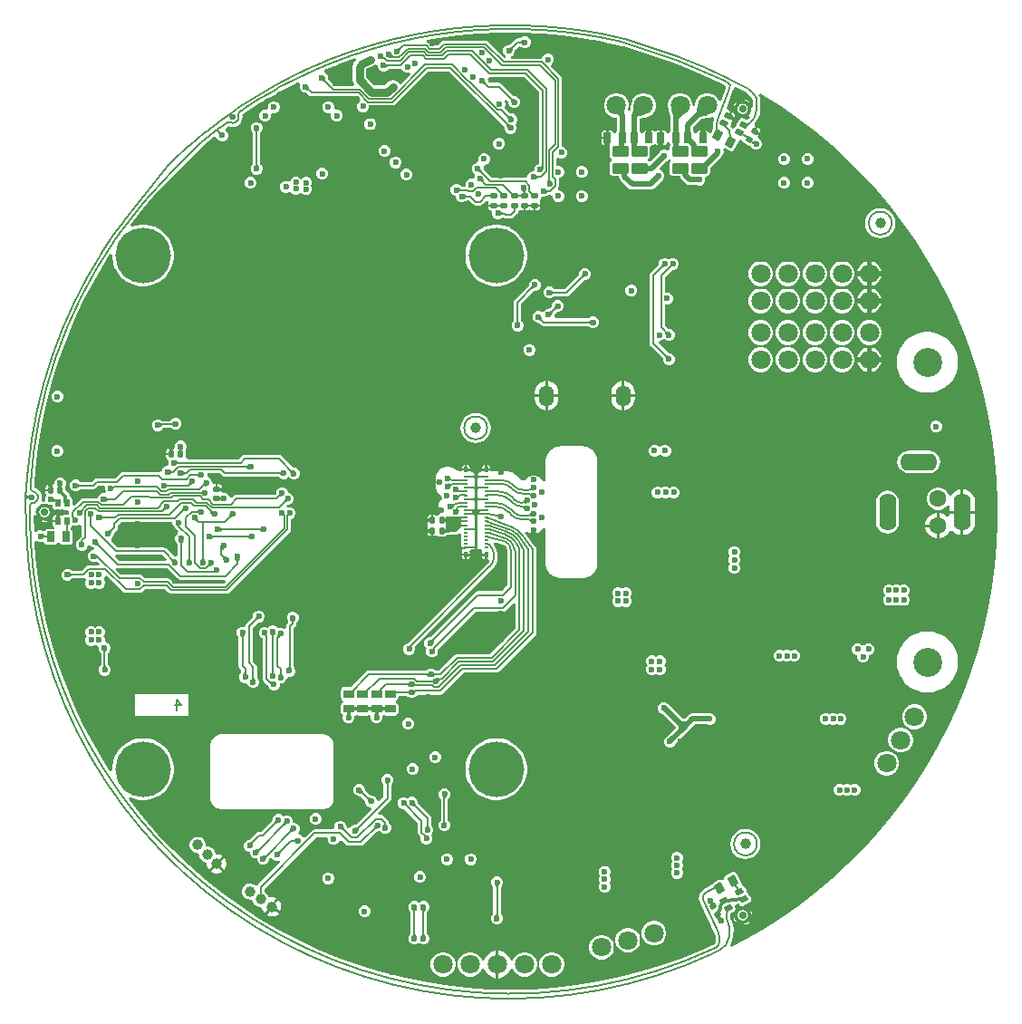
<source format=gbl>
G04*
G04 #@! TF.GenerationSoftware,Altium Limited,Altium Designer,21.8.1 (53)*
G04*
G04 Layer_Physical_Order=4*
G04 Layer_Color=14186556*
%FSTAX43Y43*%
%MOMM*%
G71*
G04*
G04 #@! TF.SameCoordinates,4D8E118D-B1AD-4882-94AF-A7B266F95968*
G04*
G04*
G04 #@! TF.FilePolarity,Positive*
G04*
G01*
G75*
%ADD10C,0.200*%
%ADD11C,0.250*%
%ADD13C,0.150*%
G04:AMPARAMS|DCode=19|XSize=0.6mm|YSize=0.5mm|CornerRadius=0.05mm|HoleSize=0mm|Usage=FLASHONLY|Rotation=0.000|XOffset=0mm|YOffset=0mm|HoleType=Round|Shape=RoundedRectangle|*
%AMROUNDEDRECTD19*
21,1,0.600,0.400,0,0,0.0*
21,1,0.500,0.500,0,0,0.0*
1,1,0.100,0.250,-0.200*
1,1,0.100,-0.250,-0.200*
1,1,0.100,-0.250,0.200*
1,1,0.100,0.250,0.200*
%
%ADD19ROUNDEDRECTD19*%
G04:AMPARAMS|DCode=20|XSize=0.6mm|YSize=0.5mm|CornerRadius=0.05mm|HoleSize=0mm|Usage=FLASHONLY|Rotation=270.000|XOffset=0mm|YOffset=0mm|HoleType=Round|Shape=RoundedRectangle|*
%AMROUNDEDRECTD20*
21,1,0.600,0.400,0,0,270.0*
21,1,0.500,0.500,0,0,270.0*
1,1,0.100,-0.200,-0.250*
1,1,0.100,-0.200,0.250*
1,1,0.100,0.200,0.250*
1,1,0.100,0.200,-0.250*
%
%ADD20ROUNDEDRECTD20*%
G04:AMPARAMS|DCode=21|XSize=0.95mm|YSize=0.75mm|CornerRadius=0.075mm|HoleSize=0mm|Usage=FLASHONLY|Rotation=180.000|XOffset=0mm|YOffset=0mm|HoleType=Round|Shape=RoundedRectangle|*
%AMROUNDEDRECTD21*
21,1,0.950,0.600,0,0,180.0*
21,1,0.800,0.750,0,0,180.0*
1,1,0.150,-0.400,0.300*
1,1,0.150,0.400,0.300*
1,1,0.150,0.400,-0.300*
1,1,0.150,-0.400,-0.300*
%
%ADD21ROUNDEDRECTD21*%
G04:AMPARAMS|DCode=25|XSize=0.95mm|YSize=0.75mm|CornerRadius=0.075mm|HoleSize=0mm|Usage=FLASHONLY|Rotation=270.000|XOffset=0mm|YOffset=0mm|HoleType=Round|Shape=RoundedRectangle|*
%AMROUNDEDRECTD25*
21,1,0.950,0.600,0,0,270.0*
21,1,0.800,0.750,0,0,270.0*
1,1,0.150,-0.300,-0.400*
1,1,0.150,-0.300,0.400*
1,1,0.150,0.300,0.400*
1,1,0.150,0.300,-0.400*
%
%ADD25ROUNDEDRECTD25*%
G04:AMPARAMS|DCode=29|XSize=1.45mm|YSize=0.95mm|CornerRadius=0.095mm|HoleSize=0mm|Usage=FLASHONLY|Rotation=180.000|XOffset=0mm|YOffset=0mm|HoleType=Round|Shape=RoundedRectangle|*
%AMROUNDEDRECTD29*
21,1,1.450,0.760,0,0,180.0*
21,1,1.260,0.950,0,0,180.0*
1,1,0.190,-0.630,0.380*
1,1,0.190,0.630,0.380*
1,1,0.190,0.630,-0.380*
1,1,0.190,-0.630,-0.380*
%
%ADD29ROUNDEDRECTD29*%
%ADD67C,1.000*%
%ADD68C,1.800*%
%ADD70O,1.400X1.950*%
%ADD71O,1.600X3.500*%
%ADD72O,3.500X1.600*%
%ADD73C,1.600*%
%ADD75C,5.200*%
%ADD76C,0.159*%
%ADD78C,0.500*%
%ADD81C,0.300*%
%ADD82C,0.750*%
%ADD84C,0.400*%
%ADD86C,0.700*%
%ADD87C,2.700*%
%ADD88C,0.600*%
G04:AMPARAMS|DCode=89|XSize=0.1mm|YSize=0.1mm|CornerRadius=0.01mm|HoleSize=0mm|Usage=FLASHONLY|Rotation=120.000|XOffset=0mm|YOffset=0mm|HoleType=Round|Shape=RoundedRectangle|*
%AMROUNDEDRECTD89*
21,1,0.100,0.080,0,0,120.0*
21,1,0.080,0.100,0,0,120.0*
1,1,0.020,0.015,0.055*
1,1,0.020,0.055,-0.015*
1,1,0.020,-0.015,-0.055*
1,1,0.020,-0.055,0.015*
%
%ADD89ROUNDEDRECTD89*%
G04:AMPARAMS|DCode=90|XSize=0.1mm|YSize=0.1mm|CornerRadius=0.01mm|HoleSize=0mm|Usage=FLASHONLY|Rotation=210.000|XOffset=0mm|YOffset=0mm|HoleType=Round|Shape=RoundedRectangle|*
%AMROUNDEDRECTD90*
21,1,0.100,0.080,0,0,210.0*
21,1,0.080,0.100,0,0,210.0*
1,1,0.020,-0.055,0.015*
1,1,0.020,0.015,0.055*
1,1,0.020,0.055,-0.015*
1,1,0.020,-0.015,-0.055*
%
%ADD90ROUNDEDRECTD90*%
G04:AMPARAMS|DCode=91|XSize=0.725mm|YSize=0.522mm|CornerRadius=0.052mm|HoleSize=0mm|Usage=FLASHONLY|Rotation=210.000|XOffset=0mm|YOffset=0mm|HoleType=Round|Shape=RoundedRectangle|*
%AMROUNDEDRECTD91*
21,1,0.725,0.418,0,0,210.0*
21,1,0.621,0.522,0,0,210.0*
1,1,0.104,-0.373,0.026*
1,1,0.104,0.164,0.336*
1,1,0.104,0.373,-0.026*
1,1,0.104,-0.164,-0.336*
%
%ADD91ROUNDEDRECTD91*%
G04:AMPARAMS|DCode=92|XSize=0.6mm|YSize=0.5mm|CornerRadius=0.05mm|HoleSize=0mm|Usage=FLASHONLY|Rotation=210.000|XOffset=0mm|YOffset=0mm|HoleType=Round|Shape=RoundedRectangle|*
%AMROUNDEDRECTD92*
21,1,0.600,0.400,0,0,210.0*
21,1,0.500,0.500,0,0,210.0*
1,1,0.100,-0.317,0.048*
1,1,0.100,0.117,0.298*
1,1,0.100,0.317,-0.048*
1,1,0.100,-0.117,-0.298*
%
%ADD92ROUNDEDRECTD92*%
G04:AMPARAMS|DCode=93|XSize=0.6mm|YSize=0.5mm|CornerRadius=0.05mm|HoleSize=0mm|Usage=FLASHONLY|Rotation=150.000|XOffset=0mm|YOffset=0mm|HoleType=Round|Shape=RoundedRectangle|*
%AMROUNDEDRECTD93*
21,1,0.600,0.400,0,0,150.0*
21,1,0.500,0.500,0,0,150.0*
1,1,0.100,-0.117,0.298*
1,1,0.100,0.317,0.048*
1,1,0.100,0.117,-0.298*
1,1,0.100,-0.317,-0.048*
%
%ADD93ROUNDEDRECTD93*%
G04:AMPARAMS|DCode=94|XSize=0.95mm|YSize=0.75mm|CornerRadius=0.075mm|HoleSize=0mm|Usage=FLASHONLY|Rotation=60.000|XOffset=0mm|YOffset=0mm|HoleType=Round|Shape=RoundedRectangle|*
%AMROUNDEDRECTD94*
21,1,0.950,0.600,0,0,60.0*
21,1,0.800,0.750,0,0,60.0*
1,1,0.150,0.460,0.196*
1,1,0.150,0.060,-0.496*
1,1,0.150,-0.460,-0.196*
1,1,0.150,-0.060,0.496*
%
%ADD94ROUNDEDRECTD94*%
G04:AMPARAMS|DCode=95|XSize=0.1mm|YSize=0.1mm|CornerRadius=0.01mm|HoleSize=0mm|Usage=FLASHONLY|Rotation=240.000|XOffset=0mm|YOffset=0mm|HoleType=Round|Shape=RoundedRectangle|*
%AMROUNDEDRECTD95*
21,1,0.100,0.080,0,0,240.0*
21,1,0.080,0.100,0,0,240.0*
1,1,0.020,-0.055,-0.015*
1,1,0.020,-0.015,0.055*
1,1,0.020,0.055,0.015*
1,1,0.020,0.015,-0.055*
%
%ADD95ROUNDEDRECTD95*%
G04:AMPARAMS|DCode=96|XSize=0.1mm|YSize=0.1mm|CornerRadius=0.01mm|HoleSize=0mm|Usage=FLASHONLY|Rotation=330.000|XOffset=0mm|YOffset=0mm|HoleType=Round|Shape=RoundedRectangle|*
%AMROUNDEDRECTD96*
21,1,0.100,0.080,0,0,330.0*
21,1,0.080,0.100,0,0,330.0*
1,1,0.020,0.015,-0.055*
1,1,0.020,-0.055,-0.015*
1,1,0.020,-0.015,0.055*
1,1,0.020,0.055,0.015*
%
%ADD96ROUNDEDRECTD96*%
G04:AMPARAMS|DCode=97|XSize=0.725mm|YSize=0.522mm|CornerRadius=0.052mm|HoleSize=0mm|Usage=FLASHONLY|Rotation=330.000|XOffset=0mm|YOffset=0mm|HoleType=Round|Shape=RoundedRectangle|*
%AMROUNDEDRECTD97*
21,1,0.725,0.418,0,0,330.0*
21,1,0.621,0.522,0,0,330.0*
1,1,0.104,0.164,-0.336*
1,1,0.104,-0.373,-0.026*
1,1,0.104,-0.164,0.336*
1,1,0.104,0.373,0.026*
%
%ADD97ROUNDEDRECTD97*%
G04:AMPARAMS|DCode=98|XSize=0.18mm|YSize=0.4mm|CornerRadius=0.018mm|HoleSize=0mm|Usage=FLASHONLY|Rotation=270.000|XOffset=0mm|YOffset=0mm|HoleType=Round|Shape=RoundedRectangle|*
%AMROUNDEDRECTD98*
21,1,0.180,0.364,0,0,270.0*
21,1,0.144,0.400,0,0,270.0*
1,1,0.036,-0.182,-0.072*
1,1,0.036,-0.182,0.072*
1,1,0.036,0.182,0.072*
1,1,0.036,0.182,-0.072*
%
%ADD98ROUNDEDRECTD98*%
G04:AMPARAMS|DCode=99|XSize=0.455mm|YSize=0.33mm|CornerRadius=0.033mm|HoleSize=0mm|Usage=FLASHONLY|Rotation=90.000|XOffset=0mm|YOffset=0mm|HoleType=Round|Shape=RoundedRectangle|*
%AMROUNDEDRECTD99*
21,1,0.455,0.264,0,0,90.0*
21,1,0.389,0.330,0,0,90.0*
1,1,0.066,0.132,0.195*
1,1,0.066,0.132,-0.195*
1,1,0.066,-0.132,-0.195*
1,1,0.066,-0.132,0.195*
%
%ADD99ROUNDEDRECTD99*%
G04:AMPARAMS|DCode=100|XSize=0.95mm|YSize=0.75mm|CornerRadius=0.075mm|HoleSize=0mm|Usage=FLASHONLY|Rotation=120.000|XOffset=0mm|YOffset=0mm|HoleType=Round|Shape=RoundedRectangle|*
%AMROUNDEDRECTD100*
21,1,0.950,0.600,0,0,120.0*
21,1,0.800,0.750,0,0,120.0*
1,1,0.150,0.060,0.496*
1,1,0.150,0.460,-0.196*
1,1,0.150,-0.060,-0.496*
1,1,0.150,-0.460,0.196*
%
%ADD100ROUNDEDRECTD100*%
G04:AMPARAMS|DCode=101|XSize=0.1mm|YSize=0.1mm|CornerRadius=0.01mm|HoleSize=0mm|Usage=FLASHONLY|Rotation=0.000|XOffset=0mm|YOffset=0mm|HoleType=Round|Shape=RoundedRectangle|*
%AMROUNDEDRECTD101*
21,1,0.100,0.080,0,0,0.0*
21,1,0.080,0.100,0,0,0.0*
1,1,0.020,0.040,-0.040*
1,1,0.020,-0.040,-0.040*
1,1,0.020,-0.040,0.040*
1,1,0.020,0.040,0.040*
%
%ADD101ROUNDEDRECTD101*%
G04:AMPARAMS|DCode=102|XSize=0.1mm|YSize=0.1mm|CornerRadius=0.01mm|HoleSize=0mm|Usage=FLASHONLY|Rotation=90.000|XOffset=0mm|YOffset=0mm|HoleType=Round|Shape=RoundedRectangle|*
%AMROUNDEDRECTD102*
21,1,0.100,0.080,0,0,90.0*
21,1,0.080,0.100,0,0,90.0*
1,1,0.020,0.040,0.040*
1,1,0.020,0.040,-0.040*
1,1,0.020,-0.040,-0.040*
1,1,0.020,-0.040,0.040*
%
%ADD102ROUNDEDRECTD102*%
G04:AMPARAMS|DCode=103|XSize=0.725mm|YSize=0.522mm|CornerRadius=0.052mm|HoleSize=0mm|Usage=FLASHONLY|Rotation=90.000|XOffset=0mm|YOffset=0mm|HoleType=Round|Shape=RoundedRectangle|*
%AMROUNDEDRECTD103*
21,1,0.725,0.418,0,0,90.0*
21,1,0.621,0.522,0,0,90.0*
1,1,0.104,0.209,0.310*
1,1,0.104,0.209,-0.310*
1,1,0.104,-0.209,-0.310*
1,1,0.104,-0.209,0.310*
%
%ADD103ROUNDEDRECTD103*%
%ADD104C,0.275*%
G36*
X0001217Y0043662D02*
X0001183Y0043688D01*
X0001034Y0043788D01*
X0001019Y0043794D01*
X0001007Y0043799D01*
X0000997Y00438D01*
Y0044D01*
X0001007Y0044001D01*
X0001019Y0044006D01*
X0001034Y0044012D01*
X0001052Y0044022D01*
X0001096Y004405D01*
X0001183Y0044112D01*
X0001217Y0044138D01*
Y0043662D01*
D02*
G37*
G36*
X000293Y0044708D02*
X0004878Y0044538D01*
X0006617Y0044309D01*
X0006813Y0044275D01*
X0006816Y0044274D01*
X0007014Y0044247D01*
X0008351Y0044012D01*
X0008351D01*
X0008543Y0043978D01*
X0008738Y0043937D01*
X0008741Y0043935D01*
X0008937Y0043899D01*
X0010183Y0043623D01*
X0010377Y0043573D01*
X0010377Y0043573D01*
X001057Y0043527D01*
X00107Y0043489D01*
X0013505Y0042588D01*
X0015418Y0041904D01*
X0015418Y0041903D01*
Y0041903D01*
X0016133Y0041644D01*
X0018039Y0040855D01*
X0019761Y0040046D01*
D01*
X0019782Y0040034D01*
X001979Y0040033D01*
X0019876Y0039992D01*
X0020047Y0039897D01*
X0020047D01*
X0020101Y0039861D01*
X0020184Y0039705D01*
X0020115Y0039519D01*
X0019714Y0038461D01*
X0019572Y0038449D01*
X0019501Y0038462D01*
X001936Y0038706D01*
X0019146Y003892D01*
X0018884Y0039072D01*
X0018591Y003915D01*
X0018289D01*
X0017996Y0039072D01*
X0017734Y003892D01*
X001752Y0038706D01*
X0017368Y0038444D01*
X001729Y0038151D01*
Y0038114D01*
X0017276Y003801D01*
X0017266Y0037945D01*
X001725Y0037935D01*
X001705Y0038043D01*
Y0038151D01*
X0016972Y0038444D01*
X001682Y0038706D01*
X0016606Y003892D01*
X0016344Y0039072D01*
X0016051Y003915D01*
X0015749D01*
X0015456Y0039072D01*
X0015194Y003892D01*
X001498Y0038706D01*
X0014828Y0038444D01*
X001475Y0038151D01*
Y0037849D01*
X0014804Y0037648D01*
X0014806Y003763D01*
X0014819Y0037589D01*
X0014828Y0037556D01*
X0014833Y0037548D01*
X0014843Y0037519D01*
X0014931Y003722D01*
X0014967Y003706D01*
X0014989Y0036927D01*
X001499Y0036913D01*
Y0035651D01*
X0014966Y0035634D01*
X0014894Y0035527D01*
X0014876Y0035439D01*
X0014673D01*
X0014659Y0035507D01*
X0014598Y0035598D01*
X0014507Y0035659D01*
X00144Y003568D01*
X00142D01*
Y0035D01*
Y003432D01*
X00144D01*
X0014507Y0034341D01*
X0014598Y0034402D01*
X0014659Y0034493D01*
X0014673Y0034561D01*
X0014876D01*
X0014894Y0034473D01*
X0014966Y0034366D01*
X001499Y0034349D01*
Y0034307D01*
X0014945Y003424D01*
X0014918Y0034105D01*
Y0033842D01*
X0014718Y003376D01*
X0014712Y0033766D01*
X0014509Y003385D01*
X0014291D01*
X0014088Y0033766D01*
X0013934Y0033612D01*
X0013894Y0033514D01*
X0013119Y003274D01*
X0012979Y0032754D01*
X0012881Y0032819D01*
X001287Y0032925D01*
X0012881Y0033031D01*
X0012979Y0033096D01*
X0013055Y003321D01*
X0013082Y0033345D01*
Y0034105D01*
X0013079Y003412D01*
X0013224Y003432D01*
X00133D01*
X0013407Y0034341D01*
X0013498Y0034402D01*
X0013602D01*
X0013693Y0034341D01*
X00138Y003432D01*
X0014D01*
Y0035D01*
Y003568D01*
X00138D01*
X0013693Y0035659D01*
X0013602Y0035598D01*
X0013498D01*
X0013407Y0035659D01*
X00133Y003568D01*
X00131D01*
Y0035D01*
X00129D01*
Y003568D01*
X00127D01*
X0012593Y0035659D01*
X0012502Y0035598D01*
X0012441Y0035507D01*
X0012427Y0035439D01*
X0012224D01*
X0012206Y0035527D01*
X0012134Y0035634D01*
X001211Y0035651D01*
Y0036767D01*
X0012481Y0036837D01*
X0012583Y003685D01*
X0012621D01*
X0012914Y0036928D01*
X0013176Y003708D01*
X001339Y0037294D01*
X0013542Y0037556D01*
X001362Y0037849D01*
Y0038151D01*
X0013542Y0038444D01*
X001339Y0038706D01*
X0013176Y003892D01*
X0012914Y0039072D01*
X0012621Y003915D01*
X0012319D01*
X0012026Y0039072D01*
X0011764Y003892D01*
X001155Y0038706D01*
X0011398Y0038444D01*
X001132Y0038151D01*
Y0038113D01*
X0011306Y0038007D01*
X0011241Y0037585D01*
X0011233Y0037548D01*
X0011028Y0037519D01*
X001102Y0037522D01*
X0011002Y0037555D01*
X0011004Y0037564D01*
X001108Y0037849D01*
Y0038151D01*
X0011002Y0038444D01*
X001085Y0038706D01*
X0010636Y003892D01*
X0010374Y0039072D01*
X0010081Y003915D01*
X0009779D01*
X0009486Y0039072D01*
X0009224Y003892D01*
X000901Y0038706D01*
X0008858Y0038444D01*
X000878Y0038151D01*
Y0037849D01*
X0008858Y0037556D01*
X000901Y0037294D01*
X0009224Y003708D01*
X0009486Y0036928D01*
X0009779Y003685D01*
X000999D01*
Y0035651D01*
X0009966Y0035634D01*
X0009894Y0035527D01*
X0009876Y0035439D01*
X0009673D01*
X0009659Y0035507D01*
X0009598Y0035598D01*
X0009507Y0035659D01*
X00094Y003568D01*
X00092D01*
Y0035D01*
Y0034287D01*
X0009321Y003412D01*
X0009318Y0034105D01*
Y0033345D01*
X0009345Y003321D01*
X0009421Y0033096D01*
X0009519Y0033031D01*
X000953Y0032925D01*
X0009519Y0032819D01*
X0009421Y0032754D01*
X0009345Y003264D01*
X0009318Y0032505D01*
Y0031745D01*
X0009345Y003161D01*
X0009421Y0031496D01*
X0009535Y003142D01*
X000967Y0031393D01*
X001019D01*
Y0031325D01*
X0010229Y003113D01*
X001034Y0030965D01*
X001104Y0030265D01*
X0011205Y0030154D01*
X00114Y0030115D01*
X0013096D01*
X0013291Y0030154D01*
X0013457Y0030265D01*
X0014104Y0030911D01*
X0014201Y0030952D01*
X0014356Y0031106D01*
X0014439Y0031308D01*
Y0031527D01*
X0014356Y0031729D01*
X0014201Y0031884D01*
X001405Y0031946D01*
X0013974Y0032153D01*
X0014614Y0032794D01*
X0014712Y0032834D01*
X0014819Y0032941D01*
X0015007Y0032934D01*
X0015021Y0032754D01*
X0014945Y003264D01*
X0014918Y0032505D01*
Y0031745D01*
X0014945Y003161D01*
X0015021Y0031496D01*
X0015135Y003142D01*
X001527Y0031393D01*
X0015884D01*
X0015904Y0031295D01*
X0016015Y0031129D01*
X0016437Y0030707D01*
X0016602Y0030597D01*
X0016797Y0030558D01*
X0017486D01*
X0017583Y0030518D01*
X0017802D01*
X0018004Y0030601D01*
X0018159Y0030756D01*
X0018242Y0030958D01*
Y0031177D01*
X0018236Y0031193D01*
X001829Y0031308D01*
X0018366Y00314D01*
X0018465Y003142D01*
X0018579Y0031496D01*
X0018655Y003161D01*
X0018682Y0031745D01*
Y0032136D01*
X0019741Y0033195D01*
X0019852Y0033361D01*
X0019855Y0033377D01*
X0019866Y0033388D01*
X001995Y0033591D01*
Y0033809D01*
X0019926Y0033867D01*
X0020085Y0034007D01*
X00205Y0033767D01*
X0020623Y0033725D01*
X0020752Y0033734D01*
X0020868Y0033791D01*
X0020953Y0033888D01*
X0021353Y0034581D01*
X0021395Y0034703D01*
X0021524Y0034793D01*
X0021572Y0034813D01*
X0021763Y0034683D01*
X0021816Y0034576D01*
X0021906Y0034497D01*
X0022339Y0034247D01*
X0022452Y0034209D01*
X0022478Y0034211D01*
X0022488Y0034187D01*
X0022501Y0034166D01*
X0022534Y0034088D01*
X0022688Y0033934D01*
X0022891Y003385D01*
X0023109D01*
X0023312Y0033934D01*
X0023466Y0034088D01*
X002355Y0034291D01*
Y0034509D01*
X0023466Y0034712D01*
X0023312Y0034866D01*
X0023191Y0034916D01*
X002317Y0034954D01*
X0023138Y0035129D01*
X0023139Y0035138D01*
X0023162Y0035164D01*
X0023212Y0035251D01*
X0022775Y0035503D01*
X0022825Y003559D01*
X0022738Y003564D01*
X0022966Y0036034D01*
X0022907Y0036067D01*
X0022867Y0036213D01*
X0022863Y0036256D01*
X0022873Y0036307D01*
X0023071Y0036548D01*
X0023236Y0036857D01*
X0023337Y0037192D01*
X002337Y0037524D01*
X002337D01*
X002337Y0037524D01*
X0023378Y0038398D01*
X0023383Y0038598D01*
X0023384Y0038606D01*
X0023342Y003882D01*
X0023318Y0038855D01*
X0023314Y0038869D01*
X0023247Y0038996D01*
X0023247Y0038996D01*
X0023256Y0039011D01*
X0023378Y0039136D01*
X0023387Y0039143D01*
X0023658Y0038987D01*
X0025336Y0037918D01*
X0026965Y0036776D01*
X0028544Y0035565D01*
X0030068Y0034286D01*
X0031535Y0032942D01*
X0032942Y0031535D01*
X0034286Y0030068D01*
X0035565Y0028544D01*
X0036776Y0026965D01*
X0037918Y0025336D01*
X0038987Y0023658D01*
X0039981Y0021935D01*
X00409Y002017D01*
X0041741Y0018367D01*
X0042502Y0016528D01*
X0043183Y0014659D01*
X0043781Y0012761D01*
X0044296Y0010839D01*
X0044727Y0008897D01*
X0045072Y0006937D01*
X0045332Y0004965D01*
X0045505Y0002983D01*
X0045592Y0000995D01*
Y0D01*
Y-0000995D01*
X0045505Y-0002983D01*
X0045332Y-0004965D01*
X0045072Y-0006937D01*
X0044727Y-0008897D01*
X0044296Y-0010839D01*
X0043781Y-0012761D01*
X0043183Y-0014659D01*
X0042502Y-0016528D01*
X0041741Y-0018366D01*
X00409Y-002017D01*
X0039981Y-0021935D01*
X0038987Y-0023658D01*
X0037918Y-0025336D01*
X0036776Y-0026965D01*
X0035565Y-0028544D01*
X0034286Y-0030068D01*
X0032942Y-0031535D01*
X0031535Y-0032942D01*
X0030068Y-0034286D01*
X0028544Y-0035565D01*
X0026965Y-0036776D01*
X0025336Y-0037918D01*
X0023658Y-0038987D01*
X0021935Y-0039981D01*
X0020706Y-0040621D01*
X0020565Y-0040469D01*
X0020579Y-0040446D01*
X0020589Y-0040423D01*
X0020756Y-0040018D01*
X0020864Y-0039568D01*
X00209Y-0039107D01*
X0020881Y-0038865D01*
X0020885Y-0038847D01*
X0020882Y-0038835D01*
X0020884Y-0038817D01*
X0020883Y-0038806D01*
X0020871Y-0038771D01*
X0020853Y-003863D01*
X0020715Y-0038297D01*
X0020715Y-0038297D01*
X0020635Y-003812D01*
X0020603Y-0038042D01*
X0020565Y-0037749D01*
X0020599Y-0037488D01*
X0020926Y-0037299D01*
X0021017Y-0037219D01*
X002107Y-0037112D01*
X0021078Y-0036992D01*
X0021039Y-0036878D01*
X0020997Y-0036805D01*
X002109Y-0036628D01*
X0021387Y-0036605D01*
X0021418Y-0036659D01*
X0021497Y-003675D01*
X0021605Y-0036803D01*
X0021725Y-0036811D01*
X0021839Y-0036772D01*
X0022376Y-0036462D01*
X0022466Y-0036382D01*
X002252Y-0036275D01*
X0022527Y-0036155D01*
X0022489Y-0036041D01*
X002228Y-0035679D01*
X0022201Y-0035589D01*
X002211Y-0035544D01*
X0022117Y-0035443D01*
X0022078Y-0035329D01*
X0021869Y-0034967D01*
X002179Y-0034877D01*
X0021682Y-0034824D01*
X0021594Y-0034617D01*
X0021595Y-0034603D01*
X0021553Y-0034481D01*
X0021153Y-0033788D01*
X0021068Y-0033691D01*
X0020952Y-0033634D01*
X0020823Y-0033625D01*
X00207Y-0033667D01*
X0020181Y-0033967D01*
X0020084Y-0034052D01*
X0020026Y-0034168D01*
X0020019Y-0034274D01*
X0019932Y-0034336D01*
X0019835Y-0034381D01*
X0019739Y-0034334D01*
X001961Y-0034325D01*
X0019488Y-0034367D01*
X0018968Y-0034667D01*
X0018871Y-0034752D01*
X0018859Y-0034777D01*
X001827Y-0035117D01*
X0018102Y-0035214D01*
X0018098Y-0035217D01*
X0018098Y-0035217D01*
X0017922Y-0035352D01*
X001778Y-0035537D01*
X0017691Y-0035751D01*
X0017685Y-0035802D01*
X0017675Y-0035827D01*
X0017676Y-0035856D01*
X0017671Y-0035885D01*
X0017672Y-0035895D01*
X0017655Y-0036029D01*
X0017695Y-0036334D01*
X0017763Y-0036499D01*
X0017772Y-0036535D01*
X0017773Y-0036536D01*
X0017773Y-0036536D01*
X0017773Y-0036536D01*
X001915Y-0039424D01*
X001915Y-0039425D01*
X0019146Y-0039427D01*
X0019219Y-0039603D01*
X0019255Y-0039872D01*
X0019225Y-0040097D01*
X0019201Y-0040165D01*
X0019104Y-0040331D01*
X0018939Y-0040424D01*
X0018873Y-0040457D01*
X0018866Y-0040455D01*
X0018866Y-0040455D01*
X0018038Y-0040844D01*
X0016136Y-0041632D01*
X00142Y-0042331D01*
X0012233Y-004294D01*
X0010241Y-0043457D01*
X0008227Y-0043882D01*
X0006195Y-0044213D01*
X000415Y-0044451D01*
X0002096Y-0044593D01*
X0000038Y-0044641D01*
X-000202Y-0044593D01*
X-0004073Y-0044451D01*
X-0006118Y-0044213D01*
X-000815Y-0043882D01*
X-0010164Y-0043457D01*
X-0012157Y-004294D01*
X-0014123Y-0042331D01*
X-0016059Y-0041632D01*
X-0017961Y-0040844D01*
X-0019825Y-0039969D01*
X-0021646Y-0039009D01*
X-0023421Y-0037966D01*
X-0025145Y-0036842D01*
X-0026816Y-003564D01*
X-002843Y-0034362D01*
X-0029983Y-003301D01*
X-0031472Y-0031589D01*
X-0032894Y-00301D01*
X-0034245Y-0028547D01*
X-0035523Y-0026933D01*
X-0035643Y-0026767D01*
X-0035509Y-0026611D01*
X-0035404Y-0026664D01*
X-0034973Y-0026804D01*
X-0034526Y-0026875D01*
X-0034074D01*
X-0033627Y-0026804D01*
X-0033196Y-0026664D01*
X-0032793Y-0026459D01*
X-0032427Y-0026193D01*
X-0032107Y-0025873D01*
X-0031841Y-0025507D01*
X-0031636Y-0025104D01*
X-0031496Y-0024673D01*
X-0031425Y-0024226D01*
Y-0023774D01*
X-0031496Y-0023327D01*
X-0031636Y-0022896D01*
X-0031841Y-0022493D01*
X-0032107Y-0022127D01*
X-0032427Y-0021807D01*
X-0032793Y-0021541D01*
X-0033196Y-0021336D01*
X-0033627Y-0021196D01*
X-0034074Y-0021125D01*
X-0034526D01*
X-0034973Y-0021196D01*
X-0035404Y-0021336D01*
X-0035807Y-0021541D01*
X-0036173Y-0021807D01*
X-0036493Y-0022127D01*
X-0036759Y-0022493D01*
X-0036964Y-0022896D01*
X-0037104Y-0023327D01*
X-0037175Y-0023774D01*
Y-0024025D01*
X-0037371Y-0024215D01*
X-0037409Y-0024214D01*
X-0037849Y-0023537D01*
X-0038892Y-0021763D01*
X-0039852Y-0019942D01*
X-0040727Y-0018078D01*
X-0041515Y-0016176D01*
X-0042214Y-001424D01*
X-0042823Y-0012274D01*
X-004334Y-0010281D01*
X-0043765Y-0008267D01*
X-0044097Y-0006235D01*
X-0044334Y-000419D01*
X-0044434Y-0002746D01*
X-004424Y-0002657D01*
X-0044181Y-0002716D01*
X-0043979Y-0002799D01*
X-004376D01*
X-0043719Y-0002782D01*
X-0043506Y-0002827D01*
X-0043479Y-0002867D01*
X-0043434Y-0002934D01*
X-0043327Y-0003006D01*
X-00432Y-0003031D01*
X-00426D01*
X-0042473Y-0003006D01*
X-0042366Y-0002934D01*
X-0042306Y-0002845D01*
X-00422Y-0002836D01*
X-0042094Y-0002845D01*
X-0042034Y-0002934D01*
X-0041927Y-0003006D01*
X-00418Y-0003031D01*
X-00412D01*
X-0041073Y-0003006D01*
X-0040966Y-0002934D01*
X-0040894Y-0002827D01*
X-0040869Y-00027D01*
Y-00019D01*
X-0040894Y-0001773D01*
X-0040966Y-0001666D01*
X-0041064Y-00016D01*
X-0041064Y-0001409D01*
X-0040999Y-0001366D01*
X-0040933Y-0001266D01*
X-0040883Y-0001239D01*
X-0040745Y-0001297D01*
X-0040526D01*
X-0040324Y-0001213D01*
X-0040254Y-0001143D01*
X-0040054Y-0001226D01*
Y-0002235D01*
X-0040234Y-0002416D01*
X-0040306Y-0002523D01*
X-004032Y-0002592D01*
X-0040466Y-0002738D01*
X-004055Y-0002941D01*
Y-0003159D01*
X-0040466Y-0003362D01*
X-0040312Y-0003516D01*
X-0040109Y-00036D01*
X-0039891D01*
X-0039688Y-0003516D01*
X-0039534Y-0003362D01*
X-003945Y-0003159D01*
Y-0003156D01*
X-0039325Y-0003104D01*
X-003925Y-0003095D01*
X-0039112Y-0003234D01*
X-0038909Y-0003317D01*
X-0038874D01*
X-0038832Y-0003323D01*
X-0038817Y-000335D01*
X-0038936Y-000355D01*
X-0039009D01*
X-0039212Y-0003634D01*
X-0039366Y-0003788D01*
X-003945Y-0003991D01*
Y-0004209D01*
X-0039366Y-0004412D01*
X-0039212Y-0004566D01*
X-0039009Y-000465D01*
X-0038791D01*
X-003869Y-0004608D01*
X-0038664Y-0004602D01*
X-0038597Y-0004572D01*
X-003836Y-0004809D01*
X-0038436Y-0004994D01*
X-0039367D01*
X-0039494Y-0005019D01*
X-0039602Y-0005091D01*
X-004003Y-0005519D01*
X-0040885D01*
X-0041039Y-0005409D01*
X-0041063Y-0005384D01*
X-0041266Y-00053D01*
X-0041484D01*
X-0041687Y-0005384D01*
X-0041841Y-0005538D01*
X-0041925Y-0005741D01*
Y-0005959D01*
X-0041841Y-0006162D01*
X-0041687Y-0006316D01*
X-0041484Y-00064D01*
X-0041266D01*
X-0041063Y-0006316D01*
X-0041038Y-0006291D01*
X-0040931Y-000621D01*
X-0040891Y-0006181D01*
X-0039892D01*
X-0039766Y-0006156D01*
X-0039755Y-0006157D01*
X-0039634Y-0006272D01*
X-0039621Y-00063D01*
X-00397Y-0006491D01*
Y-0006709D01*
X-0039616Y-0006912D01*
X-0039462Y-0007066D01*
X-0039259Y-000715D01*
X-0039041D01*
X-0038838Y-0007066D01*
X-0038775Y-0007003D01*
X-0038712Y-0007066D01*
X-0038509Y-000715D01*
X-0038291D01*
X-0038088Y-0007066D01*
X-0037934Y-0006912D01*
X-003785Y-0006709D01*
Y-0006491D01*
X-0037934Y-0006288D01*
X-0037997Y-0006225D01*
X-0037934Y-0006162D01*
X-0037869Y-0006006D01*
X-0037665Y-0005928D01*
X-0036134Y-0007459D01*
X-0036026Y-0007531D01*
X-0035899Y-0007556D01*
X-0034583D01*
X-0034456Y-0007531D01*
X-0034348Y-0007459D01*
X-0034045Y-0007156D01*
X-0032229D01*
X-0031876Y-0007509D01*
X-0031769Y-0007581D01*
X-0031642Y-0007606D01*
X-0026476D01*
X-0026349Y-0007581D01*
X-0026241Y-0007509D01*
X-0020566Y-0001834D01*
X-0020494Y-0001726D01*
X-0020469Y-0001599D01*
Y-0000625D01*
X-0020466D01*
X-0020263Y-0000541D01*
X-0020109Y-0000387D01*
X-0020025Y-0000184D01*
Y0000034D01*
X-0020109Y0000237D01*
X-0020263Y0000391D01*
X-0020466Y0000475D01*
X-0020684D01*
X-0020768Y0000441D01*
X-0020901Y0000602D01*
X-0020857Y000067D01*
X-0020697Y0000696D01*
X-0020662D01*
X-002046Y000078D01*
X-0020305Y0000935D01*
X-0020221Y0001137D01*
Y0001355D01*
X-0020305Y0001558D01*
X-002046Y0001712D01*
X-0020662Y0001796D01*
X-0020751D01*
Y0001886D01*
X-0020835Y0002088D01*
X-002099Y0002243D01*
X-0021192Y0002326D01*
X-0021411D01*
X-0021613Y0002243D01*
X-0021768Y0002088D01*
X-0021851Y0001886D01*
Y000185D01*
X-002187Y0001717D01*
X-0021878Y0001669D01*
X-002194Y0001606D01*
X-0025557D01*
X-0025684Y0001581D01*
X-0025791Y0001509D01*
X-0025975Y0001326D01*
X-0026061Y000134D01*
X-0026189Y0001394D01*
X-0026259Y0001562D01*
X-0026413Y0001716D01*
X-0026616Y00018D01*
X-0026752D01*
X-0026883Y0001917D01*
Y0001912D01*
X-0027076Y000205D01*
X-0027425D01*
Y000215D01*
X-0027525D01*
Y0002605D01*
X-002764D01*
X-0027677Y0002607D01*
X-0027825Y0002773D01*
Y0002834D01*
X-0027909Y0003037D01*
X-0028063Y0003191D01*
X-0028133Y000322D01*
X-00283Y0003341D01*
Y0003559D01*
X-0028244Y0003644D01*
X-0027099D01*
X-0026871Y0003416D01*
X-0026763Y0003344D01*
X-0026637Y0003319D01*
X-0021615D01*
X-0021461Y0003209D01*
X-0021437Y0003184D01*
X-0021234Y00031D01*
X-0021016D01*
X-0020813Y0003184D01*
X-0020702Y0003296D01*
X-0020666Y0003288D01*
X-0020512Y0003134D01*
X-0020309Y000305D01*
X-0020091D01*
X-0019888Y0003134D01*
X-0019734Y0003288D01*
X-001965Y0003491D01*
Y0003709D01*
X-0019734Y0003912D01*
X-0019888Y0004066D01*
X-0020091Y000415D01*
X-0020126D01*
X-0020259Y0004168D01*
X-0020308Y0004176D01*
X-0021366Y0005234D01*
X-0021473Y0005306D01*
X-00216Y0005331D01*
X-00248D01*
X-0024927Y0005306D01*
X-0025034Y0005234D01*
X-0025311Y0004958D01*
X-0030124D01*
X-0030146Y0004971D01*
X-0030273Y0005158D01*
X-0030269Y0005175D01*
Y0005675D01*
X-0030292Y0005792D01*
X-0030308Y0005815D01*
X-0030225Y0006016D01*
Y0006234D01*
X-0030309Y0006437D01*
X-0030463Y0006591D01*
X-0030666Y0006675D01*
X-0030884D01*
X-0031087Y0006591D01*
X-0031241Y0006437D01*
X-0031325Y0006234D01*
Y0006098D01*
X-0031442Y0005967D01*
X-0031437D01*
X-0031575Y0005774D01*
Y0005425D01*
X-0031675D01*
Y0005325D01*
X-003213D01*
Y0005175D01*
X-003211Y0005077D01*
X-0032055Y0004995D01*
X-0031973Y000494D01*
X-003195Y0004736D01*
Y0004517D01*
X-0031943Y00045D01*
X-0032077Y00043D01*
X-0032109D01*
X-0032312Y0004216D01*
X-0032466Y0004062D01*
X-0032546Y0003869D01*
X-0032554Y0003856D01*
X-0032583Y0003831D01*
X-0032647Y0003786D01*
X-003275Y0003741D01*
X-0032826Y0003756D01*
X-003614D01*
X-0036266Y0003731D01*
X-0036374Y0003659D01*
X-0036902Y0003131D01*
X-0038607D01*
X-0038734Y0003106D01*
X-0038841Y0003034D01*
X-0039044Y0002831D01*
X-004011D01*
X-0040264Y0002941D01*
X-0040288Y0002966D01*
X-0040491Y000305D01*
X-0040709D01*
X-0040912Y0002966D01*
X-0041066Y0002812D01*
X-004115Y0002609D01*
Y0002391D01*
X-0041066Y0002188D01*
X-0040912Y0002034D01*
X-0040709Y000195D01*
X-0040491D01*
X-0040288Y0002034D01*
X-0040263Y0002059D01*
X-0040156Y000214D01*
X-0040116Y0002169D01*
X-0038907D01*
X-003878Y0002194D01*
X-0038673Y0002266D01*
X-003847Y0002469D01*
X-0037956D01*
X-003785Y0002309D01*
Y0002091D01*
X-0037788Y0001941D01*
X-0037834Y000185D01*
X-0037877Y0001793D01*
X-0037914Y0001762D01*
X-0038097D01*
X-0038299Y0001678D01*
X-0038454Y0001524D01*
X-0038538Y0001322D01*
Y0001306D01*
X-003991D01*
X-0040037Y0001281D01*
X-0040145Y0001209D01*
X-0040709Y0000645D01*
X-0040909Y0000728D01*
Y0001147D01*
X-0040933Y0001265D01*
X-0040999Y0001365D01*
X-0041099Y0001432D01*
X-0041129Y0001438D01*
Y0001462D01*
X-004116Y0001618D01*
X-0041249Y0001751D01*
X-0041249Y0001751D01*
X-0041544Y0002046D01*
Y0002275D01*
X-0041567Y0002392D01*
X-0041577Y0002406D01*
X-00415Y0002591D01*
Y0002809D01*
X-0041584Y0003012D01*
X-0041738Y0003166D01*
X-0041941Y000325D01*
X-0042159D01*
X-0042362Y0003166D01*
X-0042516Y0003012D01*
X-00426Y0002809D01*
Y0002698D01*
X-0042736Y0002546D01*
X-0042785Y000253D01*
X-004285D01*
Y0002517D01*
X-0042712D01*
X-0042729Y0002495D01*
X-0042757Y0002451D01*
X-0042768Y0002431D01*
X-0042778Y0002411D01*
X-0042786Y0002391D01*
X-0042792Y0002373D01*
X-0042796Y0002355D01*
X-0042799Y0002337D01*
X-00428Y000232D01*
X-004285D01*
Y0002025D01*
X-004295D01*
Y0001925D01*
X-0043405D01*
Y0001775D01*
X-0043385Y0001678D01*
X-004333Y0001595D01*
X-0043326Y0001552D01*
X-0043366Y0001512D01*
X-004345Y0001309D01*
Y0001091D01*
X-004345Y0001091D01*
X-0043498Y0000996D01*
X-0043558Y0000924D01*
X-0043666Y0000912D01*
X-0043807Y0001093D01*
X-004378Y0001159D01*
X-0043749Y0001394D01*
X-004378Y0001629D01*
X-0043796Y0001668D01*
X-00438Y0001687D01*
X-0043811Y0001704D01*
X-004387Y0001848D01*
X-0044015Y0002036D01*
X-0044203Y000218D01*
X-0044383Y0002255D01*
X-0044387Y0002257D01*
X-0044391Y0002258D01*
X-0044422Y0002271D01*
X-0044434Y0002272D01*
X-0044437Y0002274D01*
X-0044438Y0002274D01*
Y0002575D01*
X-0044435Y0002578D01*
X-0044435Y0002578D01*
X-0044435Y0002578D01*
X-0044334Y0004033D01*
X-0044097Y0006078D01*
X-0043765Y000811D01*
X-004334Y0010124D01*
X-0042823Y0012117D01*
X-0042214Y0014083D01*
X-0041515Y0016019D01*
X-0040727Y0017921D01*
X-0039852Y0019785D01*
X-0038892Y0021606D01*
X-0037849Y002338D01*
X-0037375Y0024108D01*
X-0037175Y0024049D01*
Y0023774D01*
X-0037104Y0023327D01*
X-0036964Y0022896D01*
X-0036759Y0022493D01*
X-0036493Y0022127D01*
X-0036173Y0021807D01*
X-0035807Y0021541D01*
X-0035404Y0021336D01*
X-0034973Y0021196D01*
X-0034526Y0021125D01*
X-0034074D01*
X-0033627Y0021196D01*
X-0033196Y0021336D01*
X-0032793Y0021541D01*
X-0032427Y0021807D01*
X-0032107Y0022127D01*
X-0031841Y0022493D01*
X-0031636Y0022896D01*
X-0031496Y0023327D01*
X-0031425Y0023774D01*
Y0024226D01*
X-0031496Y0024673D01*
X-0031636Y0025104D01*
X-0031841Y0025507D01*
X-0032107Y0025873D01*
X-0032427Y0026193D01*
X-0032793Y0026459D01*
X-0033196Y0026664D01*
X-0033627Y0026804D01*
X-0034074Y0026875D01*
X-0034526D01*
X-0034973Y0026804D01*
X-003534Y0026685D01*
X-003546Y0026857D01*
X-0034245Y002839D01*
X-0032894Y0029943D01*
X-0031609Y0031288D01*
X-0031469Y0031426D01*
X-0031469Y0031426D01*
X-0031467Y0031428D01*
X-0031467Y0031428D01*
X-0031325Y003157D01*
X-002862Y0034276D01*
X-002764Y0035067D01*
X-0027626Y0035069D01*
X-0027411Y0034996D01*
X-0027366Y0034888D01*
X-0027212Y0034734D01*
X-0027009Y003465D01*
X-0026791D01*
X-0026588Y0034734D01*
X-0026434Y0034888D01*
X-002635Y0035091D01*
Y0035309D01*
X-0026434Y0035512D01*
X-0026564Y0035642D01*
X-002661Y0035858D01*
X-0026296Y003609D01*
X-0026135Y0036023D01*
X-00259Y0035992D01*
X-0025665Y0036023D01*
X-0025554Y0036069D01*
X-0025524Y0036075D01*
X-0025499Y0036092D01*
X-0025446Y0036114D01*
X-0025258Y0036258D01*
X-0025114Y0036446D01*
X-0025023Y0036665D01*
X-0024992Y00369D01*
X-002502Y0037113D01*
X-0024895Y0037241D01*
X-0024886Y0037248D01*
X-0024722Y0037361D01*
X-0024463Y0037526D01*
X-0024463Y0037526D01*
X-0024463Y0037526D01*
X-0023412Y0038196D01*
X-0023241Y0038297D01*
X-0023238Y0038298D01*
X-0023069Y0038404D01*
X-0022921Y0038489D01*
X-0022898Y0038503D01*
X-0022208Y0038901D01*
X-0022033Y0038995D01*
X-0022033Y0038995D01*
X-0022033Y0038995D01*
X-0021866Y0039099D01*
X-0021724Y0039181D01*
X-0021548Y0039275D01*
X-0021546Y0039276D01*
X-0021372Y0039373D01*
X-002017Y0039999D01*
X-0019994Y0040091D01*
X-0019935Y0040119D01*
X-0019812Y0040178D01*
X-0019811Y0040178D01*
X-0019751Y0040163D01*
X-0019641Y0039941D01*
X-0019675Y0039859D01*
Y0039641D01*
X-0019591Y0039438D01*
X-0019437Y0039284D01*
X-0019234Y00392D01*
X-0019199D01*
X-0019066Y0039182D01*
X-0019017Y0039174D01*
X-0018784Y0038941D01*
X-0018677Y0038869D01*
X-001855Y0038844D01*
X-0014299D01*
X-0013991Y0038536D01*
X-0014023Y0038378D01*
X-0014178Y0038223D01*
X-0014261Y0038021D01*
Y0037802D01*
X-0014178Y00376D01*
X-0014023Y0037445D01*
X-0013821Y0037362D01*
X-0013602D01*
X-00134Y0037445D01*
X-0013245Y00376D01*
X-0013161Y0037802D01*
Y0037988D01*
X-0010981D01*
X-0010854Y0038014D01*
X-0010747Y0038086D01*
X-0009355Y0039477D01*
X-0009353Y0039479D01*
X-0007663Y0041169D01*
X-0005687D01*
X-0000531Y0036012D01*
X-00005Y0035826D01*
Y0035791D01*
X-0000416Y0035588D01*
X-0000262Y0035434D01*
X-0000059Y003535D01*
X0000159D01*
X0000362Y0035434D01*
X0000516Y0035588D01*
X00006Y0035791D01*
Y0036009D01*
X0000516Y0036212D01*
X0000478Y003625D01*
X0000591Y0036363D01*
X0000675Y0036566D01*
Y0036784D01*
X0000591Y0036987D01*
X0000437Y0037141D01*
X0000234Y0037225D01*
X0000199D01*
X0000066Y0037243D01*
X0000017Y0037251D01*
X-000053Y0037799D01*
X-0000517Y0037812D01*
X-0000434Y0038014D01*
Y0038233D01*
X-0000517Y0038435D01*
X-0000372Y0038567D01*
X-0000177Y0038372D01*
X-0000155Y0038262D01*
X-000015Y0038226D01*
Y0038191D01*
X-0000066Y0037988D01*
X0000088Y0037834D01*
X0000291Y003775D01*
X0000509D01*
X0000712Y0037834D01*
X0000866Y0037988D01*
X000095Y0038191D01*
Y0038409D01*
X0000866Y0038612D01*
X0000712Y0038766D01*
X0000509Y003885D01*
X0000474D01*
X0000434Y0038855D01*
X000034Y0038871D01*
X0000332Y0038873D01*
X-0000798Y0040002D01*
X-0000913Y004008D01*
X-000105Y0040107D01*
X-0001902D01*
X-0002023Y0040228D01*
X-0002045Y0040338D01*
X-000205Y0040374D01*
Y0040409D01*
X-0002086Y0040497D01*
X-0001942Y0040672D01*
X-0001925Y0040669D01*
X0001338D01*
X0002744Y0039263D01*
Y003255D01*
X0002691D01*
X0002489Y0032466D01*
X0002334Y0032311D01*
X000225Y0032109D01*
Y003189D01*
X0002103Y003185D01*
X0002091D01*
X0001888Y0031766D01*
X0001734Y0031612D01*
X000165Y0031409D01*
Y0031392D01*
X000163Y0031358D01*
X000145Y0031243D01*
X0001426Y0031248D01*
X-0001679D01*
X-0002419Y0031988D01*
X-000245Y0032174D01*
Y0032209D01*
X-0002466Y0032247D01*
X-0002332Y0032447D01*
X-0002324D01*
X-0002122Y0032531D01*
X-0001967Y0032686D01*
X-0001883Y0032888D01*
Y0033107D01*
X-0001967Y0033309D01*
X-0002122Y0033464D01*
X-0002324Y0033547D01*
X-0002542D01*
X-0002745Y0033464D01*
X-0002899Y0033309D01*
X-0002983Y0033107D01*
Y0032888D01*
X-0002967Y003285D01*
X-0003101Y003265D01*
X-0003109D01*
X-0003312Y0032566D01*
X-0003466Y0032412D01*
X-000355Y0032209D01*
Y0031991D01*
X-0003466Y0031788D01*
X-0003312Y0031634D01*
X-0003291Y0031625D01*
X-0003257Y0031394D01*
X-0003321Y0031238D01*
X-0003468Y003114D01*
X-0003491Y003115D01*
X-0003709D01*
X-0003912Y0031066D01*
X-0004066Y0030911D01*
X-000415Y0030709D01*
Y0030491D01*
X-000419Y0030431D01*
X-0004511D01*
X-0004665Y0030541D01*
X-000469Y0030566D01*
X-0004892Y0030649D01*
X-0005111D01*
X-0005313Y0030566D01*
X-0005468Y0030411D01*
X-0005552Y0030209D01*
Y002999D01*
X-0005468Y0029788D01*
X-0005313Y0029633D01*
X-0005111Y0029549D01*
X-000505D01*
Y0029391D01*
X-0004966Y0029188D01*
X-0004812Y0029034D01*
X-0004609Y002895D01*
X-0004391D01*
X-0004188Y0029034D01*
X-0004163Y0029059D01*
X-0004056Y002914D01*
X-0004016Y0029169D01*
X-0003837D01*
X-0003435Y0028767D01*
X-0003328Y0028695D01*
X-0003201Y0028669D01*
X-0002799D01*
X-0002672Y0028695D01*
X-0002565Y0028767D01*
X-0002281Y002905D01*
X-0002034Y0029044D01*
X-0001991Y0028996D01*
X-0001989Y0028934D01*
X-0002005Y002885D01*
Y002875D01*
X-0001501D01*
Y002855D01*
X-0002005D01*
Y002845D01*
X-0001986Y0028352D01*
X-0001931Y002827D01*
X-0001848Y0028215D01*
X-0001806Y0028206D01*
X-000165Y0028059D01*
Y0027841D01*
X-0001566Y0027638D01*
X-0001412Y0027484D01*
X-0001209Y00274D01*
X-0000991D01*
X-0000894Y002744D01*
X-0000893Y002744D01*
X-0000891Y0027441D01*
X-0000848Y0027459D01*
X-0000832Y0027464D01*
X-000082Y0027471D01*
X-0000788Y0027484D01*
X-0000781Y0027491D01*
X-0000722Y0027521D01*
X-0000701Y0027531D01*
X-0000648D01*
X-0000632Y0027515D01*
X-0000516Y0027437D01*
X-0000379Y002741D01*
X000005D01*
X0000187Y0027437D01*
X0000302Y0027515D01*
X0000652Y0027865D01*
X000073Y0027981D01*
X0000757Y0028117D01*
X0000932Y0028224D01*
X0001003Y0028215D01*
X00011Y0028195D01*
X000125D01*
Y002865D01*
X000145D01*
Y0028195D01*
X00016D01*
X0001698Y0028215D01*
X0001781Y002827D01*
X0001953Y0028215D01*
X0002051Y0028195D01*
X0002201D01*
Y002865D01*
X0002301D01*
Y002875D01*
X0002805D01*
Y002885D01*
X0002786Y0028948D01*
X0002767Y0029134D01*
X0002833Y0029233D01*
X0002845Y0029294D01*
X000299Y002945D01*
X0003209D01*
X0003411Y0029534D01*
X0003437Y0029559D01*
X0003543Y002964D01*
X0003583Y0029669D01*
X0003743D01*
X0003765Y0029673D01*
X0003767Y0029673D01*
X0003939Y0029544D01*
X0003942Y0029538D01*
X000395Y0029522D01*
Y0029416D01*
X0004034Y0029213D01*
X0004188Y0029059D01*
X0004391Y0028975D01*
X0004609D01*
X0004812Y0029059D01*
X0004966Y0029213D01*
X000505Y0029416D01*
Y0029634D01*
X0004966Y0029837D01*
X0004812Y0029991D01*
X0004609Y0030075D01*
X0004569D01*
X0004504Y0030177D01*
X0004477Y0030275D01*
X0004531Y0030356D01*
X0004556Y0030483D01*
Y0031113D01*
X0004609Y0031225D01*
X0004812Y0031309D01*
X0004966Y0031463D01*
X000505Y0031666D01*
Y0031884D01*
X0004966Y0032087D01*
X0004812Y0032241D01*
X0004609Y0032325D01*
X0004391D01*
X0004306Y0032381D01*
Y0033033D01*
X0004417Y0033094D01*
X0004506Y0033126D01*
X0004691Y003305D01*
X0004909D01*
X0005112Y0033134D01*
X0005266Y0033288D01*
X000535Y0033491D01*
Y0033709D01*
X0005266Y0033912D01*
X0005112Y0034066D01*
X0004909Y003415D01*
X0004877D01*
X0004856Y0034175D01*
Y0040485D01*
X0004831Y0040611D01*
X0004759Y0040719D01*
X0003832Y0041646D01*
X0003894Y0041867D01*
X0004016Y0041988D01*
X00041Y0042191D01*
Y0042409D01*
X0004016Y0042612D01*
X0003862Y0042766D01*
X0003659Y004285D01*
X0003441D01*
X0003238Y0042766D01*
X0003084Y0042612D01*
X0003Y0042409D01*
X0002965Y004238D01*
X000296Y0042381D01*
X0000125D01*
X0000085Y0042581D01*
X0000212Y0042634D01*
X0000366Y0042788D01*
X000045Y0042991D01*
Y0043026D01*
X0000455Y0043066D01*
X0000471Y004316D01*
X0000473Y0043168D01*
X0000848Y0043543D01*
X0000941D01*
X0001035Y0043481D01*
X0001063Y0043459D01*
X0001088Y0043434D01*
X0001291Y004335D01*
X0001509D01*
X0001712Y0043434D01*
X0001866Y0043588D01*
X000195Y0043791D01*
Y0044009D01*
X0001866Y0044212D01*
X0001712Y0044366D01*
X0001509Y004445D01*
X0001291D01*
X0001088Y0044366D01*
X0001063Y0044341D01*
X0001032Y0044317D01*
X0000954Y0044262D01*
X0000946Y0044257D01*
X00007D01*
X0000563Y004423D01*
X0000448Y0044152D01*
X-0000028Y0043677D01*
X-0000138Y0043655D01*
X-0000174Y004365D01*
X-0000209D01*
X-0000412Y0043566D01*
X-0000566Y0043412D01*
X-000065Y0043209D01*
Y0042991D01*
X-0000566Y0042788D01*
X-0000444Y0042666D01*
X-0000458Y0042523D01*
X-0000489Y004245D01*
X-0000517Y0042443D01*
X-000203Y0043956D01*
X-0002137Y0044028D01*
X-0002264Y0044053D01*
X-0006152D01*
X-0006279Y0044028D01*
X-0006387Y0043956D01*
X-0006737Y0043606D01*
X-0007368D01*
X-0007582Y0043821D01*
X-000769Y0043893D01*
X-0007776Y004391D01*
X-0007774Y0044113D01*
X-0007208Y0044213D01*
X-0007014Y0044247D01*
X-0006816Y0044274D01*
X-0006813Y0044275D01*
X-0006807Y0044283D01*
X-000663Y0044307D01*
X-0004871Y0044538D01*
X-000293Y0044708D01*
X-0000977Y0044793D01*
X0000977D01*
X000293Y0044708D01*
D02*
G37*
G36*
X0000256Y0043314D02*
X000025Y0043306D01*
X0000244Y0043295D01*
X0000238Y0043279D01*
X0000233Y004326D01*
X0000221Y0043209D01*
X0000203Y0043104D01*
X0000197Y0043061D01*
X-0000139Y0043397D01*
X-0000096Y0043403D01*
X0000079Y0043438D01*
X0000095Y0043444D01*
X0000106Y004345D01*
X0000114Y0043456D01*
X0000256Y0043314D01*
D02*
G37*
G36*
X-0010257Y0043237D02*
X-0010259Y0043232D01*
X-0010262Y0043223D01*
X-0010265Y0043208D01*
X-0010284Y0043097D01*
X-0010303Y0042961D01*
X-0010639Y0043297D01*
X-0010363Y0043343D01*
X-0010257Y0043237D01*
D02*
G37*
G36*
X-0010947Y00426D02*
X-001102Y0042461D01*
X-0011025Y0042463D01*
X-0011035Y0042464D01*
X-001105Y0042465D01*
X-0011096Y0042464D01*
X-0011301Y0042451D01*
X-0011042Y0042849D01*
X-0010947Y00426D01*
D02*
G37*
G36*
X-001438Y0042221D02*
X-0014527Y0042074D01*
X-0014666Y0041867D01*
X-0014714Y0041623D01*
Y0040363D01*
X-0014666Y0040119D01*
X-001459Y0040006D01*
X-0014697Y0039806D01*
X-0016375D01*
X-0017028Y0040459D01*
X-0017047Y0040647D01*
X-001705Y0040656D01*
Y0040709D01*
X-0017134Y0040912D01*
X-0017288Y0041066D01*
X-0017337Y0041086D01*
Y0041303D01*
X-0016655Y0041585D01*
X-0016471Y0041655D01*
Y0041655D01*
X-0016355Y0041707D01*
X-0016238Y0041752D01*
X-0016165Y004178D01*
X-001605Y0041826D01*
X-001449Y0042394D01*
X-001438Y0042221D01*
D02*
G37*
G36*
X-0011415Y00418D02*
Y004165D01*
X-001142Y0041648D01*
X-0011429Y0041643D01*
X-0011442Y0041635D01*
X-0011533Y004157D01*
X-0011642Y0041487D01*
Y0041963D01*
X-0011415Y00418D01*
D02*
G37*
G36*
X-0017271Y004034D02*
X-0017387Y0040244D01*
X-0017392Y0040246D01*
X-0017401Y004025D01*
X-0017416Y0040254D01*
X-0017524Y0040279D01*
X-0017658Y0040306D01*
X-0017301Y004062D01*
X-0017271Y004034D01*
D02*
G37*
G36*
X-0012378Y0041762D02*
X-0012375Y004176D01*
Y0041616D01*
X-0012291Y0041413D01*
X-0012137Y0041259D01*
X-0011934Y0041175D01*
X-0011716D01*
X-0011513Y0041259D01*
X-0011488Y0041284D01*
X-0011381Y0041365D01*
X-0011341Y0041394D01*
X-0010217D01*
X-0010118Y0041413D01*
X-0010066Y0041288D01*
X-0009912Y0041134D01*
X-0009709Y004105D01*
X-0009491D01*
X-0009381Y0041095D01*
X-0009268Y0040926D01*
X-001018Y0040013D01*
X-0010412Y0040064D01*
X-0010503Y0040201D01*
X-001071Y0040339D01*
X-0010954Y0040387D01*
X-0011198Y0040339D01*
X-0011404Y0040201D01*
X-0011748Y0039857D01*
X-001267D01*
X-001344Y0040627D01*
Y0041359D01*
X-0013423Y0041376D01*
X-0012715Y004173D01*
X-0012572Y0041841D01*
X-0012378Y0041762D01*
D02*
G37*
G36*
X-0002297Y0040296D02*
X-0002262Y0040121D01*
X-0002256Y0040105D01*
X-000225Y0040094D01*
X-0002244Y0040086D01*
X-0002386Y0039944D01*
X-0002394Y003995D01*
X-0002405Y0039956D01*
X-0002421Y0039962D01*
X-000244Y0039967D01*
X-0002491Y0039979D01*
X-0002596Y0039997D01*
X-0002639Y0040003D01*
X-0002303Y0040339D01*
X-0002297Y0040296D01*
D02*
G37*
G36*
X-0018782Y0039513D02*
X-0018888Y0039407D01*
X-0018893Y0039409D01*
X-0018902Y0039412D01*
X-0018917Y0039415D01*
X-0019028Y0039434D01*
X-0019164Y0039453D01*
X-0018828Y0039789D01*
X-0018782Y0039513D01*
D02*
G37*
G36*
X0000194Y003865D02*
X0000205Y0038644D01*
X0000221Y0038638D01*
X000024Y0038633D01*
X0000291Y0038621D01*
X0000396Y0038603D01*
X0000439Y0038597D01*
X0000103Y0038261D01*
X0000097Y0038304D01*
X0000062Y0038479D01*
X0000056Y0038495D01*
X000005Y0038506D01*
X0000044Y0038514D01*
X0000186Y0038656D01*
X0000194Y003865D01*
D02*
G37*
G36*
X0022082Y0039214D02*
X00221Y0039209D01*
X0022376Y0038997D01*
X0022509Y0038824D01*
X0022611Y0038657D01*
X0022611Y0038657D01*
X0022665Y0038476D01*
X0022659Y0037859D01*
X0022458Y0037747D01*
X0022373Y0037797D01*
X002237Y0037804D01*
X0022289Y0037999D01*
X0022298Y003801D01*
X0022338Y0038079D01*
X0022372Y0038179D01*
X0022365Y0038284D01*
X0022319Y0038378D01*
X002224Y0038447D01*
X0022171Y0038487D01*
X0022071Y0038521D01*
X0021966Y0038514D01*
X0021872Y0038467D01*
X0021803Y0038389D01*
X0021763Y0038319D01*
X0021756Y0038299D01*
X0021623D01*
X0021432Y003822D01*
X0021429Y0038222D01*
X002136Y0038262D01*
X002126Y0038296D01*
X0021155Y0038289D01*
X0021061Y0038243D01*
X0020992Y0038164D01*
X0020952Y0038095D01*
X0020918Y0037995D01*
X0020925Y003789D01*
X0020972Y0037796D01*
X0021051Y0037727D01*
X002112Y0037687D01*
X0021122Y0037686D01*
Y0037549D01*
X0021217Y003732D01*
X0021393Y0037144D01*
X0021623Y0037049D01*
X0021872D01*
X0022078Y0037134D01*
X0022142Y0037097D01*
X0022241Y0037063D01*
X0022313Y0037068D01*
X0022385Y0036985D01*
X0022429Y003689D01*
X0022345Y0036782D01*
X0022231Y0036694D01*
X0022052Y0036649D01*
X0021836Y0036774D01*
X0021722Y0036812D01*
X0021602Y0036804D01*
X0021494Y0036751D01*
X0021415Y0036661D01*
X0021206Y0036299D01*
X0021167Y0036185D01*
X0021174Y0036084D01*
X0021083Y0036039D01*
X0021004Y0035949D01*
X0020962Y0035876D01*
X0020959Y0035875D01*
X0020876Y0035857D01*
X0020815Y0035856D01*
X0020731Y0035877D01*
X0020728Y0035881D01*
X0020567Y0036068D01*
X0020625Y0036168D01*
X0020663Y0036282D01*
X0020656Y0036402D01*
X0020641Y0036431D01*
X0020717Y0036468D01*
X0020783Y0036543D01*
X002079Y0036554D01*
X0020788Y0036557D01*
X0020776Y0036577D01*
X0020764Y0036596D01*
X0020751Y0036612D01*
X0020738Y0036627D01*
X0020724Y003664D01*
X002071Y0036651D01*
X0020696Y003666D01*
X0020722Y0036705D01*
X0020346Y0036921D01*
X0020396Y0037008D01*
X002031Y0037058D01*
X0020543Y0037461D01*
X0020361Y0037567D01*
X0020353Y0037569D01*
X0020233Y003776D01*
X0020226Y0037797D01*
X0020852Y003945D01*
X0020854Y0039459D01*
X0020858Y0039468D01*
X0020858Y0039468D01*
X002086Y0039487D01*
X0020886Y0039548D01*
X0020895Y003962D01*
X0021111Y0039731D01*
X0022082Y0039214D01*
D02*
G37*
G36*
X0018557Y0037108D02*
X0017751Y0036957D01*
X0017397Y0037311D01*
X0017408Y0037328D01*
X001742Y003736D01*
X0017432Y0037405D01*
X0017461Y0037538D01*
X0017528Y0037973D01*
X0017548Y0038117D01*
X0018557Y0037108D01*
D02*
G37*
G36*
X0012584Y0037107D02*
X0012441Y0037089D01*
X0011799Y0036969D01*
X0011781Y0036957D01*
X0011427Y0037311D01*
X0011439Y0037329D01*
X0011451Y003736D01*
X0011464Y0037406D01*
X0011492Y0037539D01*
X0011559Y0037971D01*
X0011577Y0038114D01*
X0012584Y0037107D01*
D02*
G37*
G36*
X0010652Y0037461D02*
X0010644Y0037443D01*
X0010638Y0037425D01*
X0010635Y0037408D01*
X0010635Y0037391D01*
X0010637Y0037374D01*
X0010643Y0037357D01*
X0010651Y0037341D01*
X0010663Y0037325D01*
X0010677Y0037309D01*
X0010323Y0036956D01*
X001029Y0036987D01*
X0010229Y003704D01*
X0010201Y0037061D01*
X0010174Y0037078D01*
X0010148Y0037092D01*
X0010124Y0037101D01*
X0010101Y0037108D01*
X001008Y003711D01*
X001006Y0037109D01*
X0010664Y0037479D01*
X0010652Y0037461D01*
D02*
G37*
G36*
X-0026079Y0037261D02*
X-0026067Y0037254D01*
X-0026052Y0037248D01*
X-0026033Y0037241D01*
X-0025984Y0037226D01*
X-0025883Y0037203D01*
X-0025842Y0037194D01*
X-0026199Y0036882D01*
X-0026202Y0036926D01*
X-0026221Y0037085D01*
X-0026226Y0037104D01*
X-0026231Y003712D01*
X-0026236Y0037132D01*
X-0026242Y003714D01*
X-0026087Y0037267D01*
X-0026079Y0037261D01*
D02*
G37*
G36*
X0016395Y0037248D02*
X0016272Y0037167D01*
X0015776Y0036795D01*
X0015756Y003677D01*
X001575Y0036753D01*
X001525Y0036834D01*
X0015248Y0036893D01*
X0015242Y0036959D01*
X0015218Y0037109D01*
X0015177Y0037285D01*
X0015086Y0037595D01*
X0015048Y003771D01*
X0016395Y0037248D01*
D02*
G37*
G36*
X-0000107Y0037016D02*
X-0000098Y0037013D01*
X-0000083Y003701D01*
X0000028Y0036991D01*
X0000164Y0036972D01*
X-0000172Y0036636D01*
X-0000218Y0036912D01*
X-0000112Y0037018D01*
X-0000107Y0037016D01*
D02*
G37*
G36*
X-0000182Y0036241D02*
X-0000173Y0036238D01*
X-0000158Y0036235D01*
X-0000047Y0036216D01*
X0000089Y0036197D01*
X-0000247Y0035861D01*
X-0000293Y0036137D01*
X-0000187Y0036243D01*
X-0000182Y0036241D01*
D02*
G37*
G36*
X0018949Y0036939D02*
X0018959Y0036929D01*
X0019081Y0036804D01*
X0019037Y0036631D01*
X0019029Y0036607D01*
X001901Y0036542D01*
X0019003Y0036539D01*
X0018991Y0036509D01*
X0018976Y0036441D01*
X0018976Y0036441D01*
X0018966Y0036363D01*
X0018954Y0036271D01*
X0018943Y003622D01*
X0018937Y0036208D01*
X0018943Y0036194D01*
X0018947Y0036056D01*
X0018951Y0036022D01*
X0018974Y0035786D01*
X0018776Y0035442D01*
X0018565Y0035477D01*
X0018559Y0035507D01*
X0018498Y0035598D01*
X0018407Y0035659D01*
X00183Y003568D01*
X00181D01*
Y0035D01*
X00179D01*
Y003568D01*
X00177D01*
X0017593Y0035659D01*
X0017502Y0035598D01*
X0017441Y0035507D01*
X0017427Y0035439D01*
X0017224D01*
X0017206Y0035527D01*
X0017134Y0035634D01*
X001711Y0035651D01*
Y0035949D01*
X0017884Y0036723D01*
X0018566Y003685D01*
X0018591D01*
X0018884Y0036928D01*
X001893Y0036955D01*
X0018949Y0036939D01*
D02*
G37*
G36*
X-0027106Y003555D02*
X-0027095Y0035544D01*
X-0027079Y0035538D01*
X-002706Y0035533D01*
X-0027009Y0035521D01*
X-0026904Y0035503D01*
X-0026861Y0035497D01*
X-0027197Y0035161D01*
X-0027203Y0035204D01*
X-0027238Y0035379D01*
X-0027244Y0035395D01*
X-002725Y0035406D01*
X-0027256Y0035414D01*
X-0027114Y0035556D01*
X-0027106Y003555D01*
D02*
G37*
G36*
X0022723Y0034285D02*
X0022706Y0034325D01*
X0022627Y0034486D01*
X0022617Y0034499D01*
X0022609Y0034509D01*
X0022601Y0034515D01*
X0022701Y0034688D01*
X002271Y0034684D01*
X0022723Y0034682D01*
X0022739Y003468D01*
X002276Y003468D01*
X0022811Y0034682D01*
X0022918Y0034692D01*
X0022961Y0034697D01*
X0022723Y0034285D01*
D02*
G37*
G36*
X0003128Y0032221D02*
X0003124Y0032216D01*
X0003121Y0032206D01*
X0003118Y0032193D01*
X0003115Y0032175D01*
X0003109Y0032128D01*
X00031Y0031987D01*
X0002787Y00323D01*
X0002829Y0032302D01*
X0003007Y003232D01*
X0003016Y0032324D01*
X0003022Y0032328D01*
X0003128Y0032221D01*
D02*
G37*
G36*
X-0002657Y0031863D02*
X-0002763Y0031757D01*
X-0002768Y0031759D01*
X-0002777Y0031762D01*
X-0002792Y0031765D01*
X-0002903Y0031784D01*
X-0003039Y0031803D01*
X-0002703Y0032139D01*
X-0002657Y0031863D01*
D02*
G37*
G36*
X000261Y0031375D02*
Y0031225D01*
X0002605Y0031223D01*
X0002596Y0031218D01*
X0002583Y003121D01*
X0002492Y0031145D01*
X0002383Y0031062D01*
Y0031538D01*
X000261Y0031375D01*
D02*
G37*
G36*
X0003752Y0031111D02*
X0003757Y0031102D01*
X0003766Y0031089D01*
X0003814Y0031029D01*
X0003927Y0030897D01*
X0003452Y0030868D01*
X00036Y0031103D01*
X000375Y0031116D01*
X0003752Y0031111D01*
D02*
G37*
G36*
X-0002428Y0030892D02*
X-0002534Y0030785D01*
X-0002539Y0030788D01*
X-0002549Y0030791D01*
X-0002564Y0030794D01*
X-0002674Y0030813D01*
X-000281Y0030831D01*
X-0002474Y0031168D01*
X-0002428Y0030892D01*
D02*
G37*
G36*
X0001538Y0030112D02*
X000146Y002996D01*
X0001455Y0029944D01*
X0001451Y0029931D01*
X000145Y002992D01*
X000125Y0029884D01*
X0001249Y0029893D01*
X0001244Y0029905D01*
X0001235Y0029919D01*
X0001224Y0029935D01*
X0001191Y0029977D01*
X0001145Y0030028D01*
X0001086Y003009D01*
X0001558Y0030147D01*
X0001538Y0030112D01*
D02*
G37*
G36*
X-0004591Y0030174D02*
Y0030024D01*
X-0004596Y0030023D01*
X-0004605Y0030018D01*
X-0004618Y003001D01*
X-0004709Y0029945D01*
X-0004819Y0029861D01*
Y0030337D01*
X-0004591Y0030174D01*
D02*
G37*
G36*
X000351Y0030075D02*
Y0029925D01*
X0003505Y0029924D01*
X0003496Y0029919D01*
X0003483Y002991D01*
X0003392Y0029845D01*
X0003282Y0029762D01*
Y0030238D01*
X000351Y0030075D01*
D02*
G37*
G36*
X-000409Y0029575D02*
Y0029425D01*
X-0004095Y0029423D01*
X-0004104Y0029418D01*
X-0004117Y002941D01*
X-0004208Y0029345D01*
X-0004317Y0029262D01*
Y0029738D01*
X-000409Y0029575D01*
D02*
G37*
G36*
X-0000852Y0028126D02*
X-0000733Y0028015D01*
X-0000716Y0028003D01*
X-0000703Y0027995D01*
X-0000691Y0027989D01*
X-0000682Y0027988D01*
X-0000728Y0027788D01*
X-0000738Y0027787D01*
X-0000752Y0027784D01*
X-0000768Y0027779D01*
X-0000786Y0027772D01*
X-0000832Y0027752D01*
X-000092Y0027707D01*
X-0000955Y0027688D01*
X-0000884Y0028158D01*
X-0000852Y0028126D01*
D02*
G37*
G36*
X-00307Y0005715D02*
X-003085Y0005715D01*
X-0030852Y000572D01*
X-0030857Y0005729D01*
X-0030865Y0005742D01*
X-003093Y0005833D01*
X-0031013Y0005942D01*
X-0030537Y0005942D01*
X-00307Y0005715D01*
D02*
G37*
G36*
X-003099Y0004701D02*
Y0004551D01*
X-0030995Y000455D01*
X-0031004Y0004545D01*
X-0031017Y0004537D01*
X-0031108Y0004472D01*
X-0031217Y0004388D01*
Y0004864D01*
X-003099Y0004701D01*
D02*
G37*
G36*
X-0024433Y0004012D02*
X-002466Y0004175D01*
Y0004325D01*
X-0024655Y0004327D01*
X-0024646Y0004332D01*
X-0024633Y000434D01*
X-0024542Y0004405D01*
X-0024433Y0004488D01*
Y0004012D01*
D02*
G37*
G36*
X-0020432Y0003941D02*
X-0020423Y0003938D01*
X-0020408Y0003935D01*
X-0020297Y0003916D01*
X-0020161Y0003897D01*
X-0020497Y0003561D01*
X-0020543Y0003837D01*
X-0020437Y0003943D01*
X-0020432Y0003941D01*
D02*
G37*
G36*
X-003159Y0003825D02*
Y0003675D01*
X-0031595Y0003673D01*
X-0031604Y0003668D01*
X-0031617Y000366D01*
X-0031708Y0003595D01*
X-0031817Y0003512D01*
Y0003988D01*
X-003159Y0003825D01*
D02*
G37*
G36*
X-0021308Y0003412D02*
X-0021535Y0003575D01*
Y0003725D01*
X-002153Y0003727D01*
X-0021521Y0003732D01*
X-0021508Y000374D01*
X-0021417Y0003805D01*
X-0021308Y0003888D01*
Y0003412D01*
D02*
G37*
G36*
X-003039Y0003725D02*
Y0003575D01*
X-0030395Y0003573D01*
X-0030404Y0003568D01*
X-0030417Y000356D01*
X-0030508Y0003495D01*
X-0030617Y0003412D01*
Y0003888D01*
X-003039Y0003725D01*
D02*
G37*
G36*
X-0029033Y0003212D02*
X-002926Y0003375D01*
Y0003525D01*
X-0029255Y0003527D01*
X-0029246Y0003532D01*
X-0029233Y000354D01*
X-0029142Y0003605D01*
X-0029033Y0003688D01*
Y0003212D01*
D02*
G37*
G36*
X-0029636Y0002628D02*
X-0029912Y0002582D01*
X-0030018Y0002688D01*
X-0030016Y0002693D01*
X-0030013Y0002702D01*
X-003001Y0002717D01*
X-0029991Y0002828D01*
X-0029972Y0002964D01*
X-0029636Y0002628D01*
D02*
G37*
G36*
X-0028392Y0002425D02*
X-0028673Y0002429D01*
X-002875Y0002564D01*
X-0028747Y0002569D01*
X-0028743Y0002578D01*
X-002873Y000261D01*
X-002866Y0002818D01*
X-0028392Y0002425D01*
D02*
G37*
G36*
X-0041829Y0002495D02*
X-0041857Y0002451D01*
X-0041868Y0002431D01*
X-0041878Y0002411D01*
X-0041886Y0002391D01*
X-0041892Y0002373D01*
X-0041896Y0002355D01*
X-0041899Y0002337D01*
X-00419Y000232D01*
X-00422D01*
X-0042201Y0002337D01*
X-0042204Y0002355D01*
X-0042208Y0002373D01*
X-0042214Y0002391D01*
X-0042222Y0002411D01*
X-0042232Y0002431D01*
X-0042243Y0002451D01*
X-0042271Y0002495D01*
X-0042288Y0002517D01*
X-0041812D01*
X-0041829Y0002495D01*
D02*
G37*
G36*
X-004019Y0002575D02*
Y0002425D01*
X-0040195Y0002423D01*
X-0040204Y0002418D01*
X-0040217Y000241D01*
X-0040308Y0002345D01*
X-0040417Y0002262D01*
Y0002738D01*
X-004019Y0002575D01*
D02*
G37*
G36*
X-0037105Y0002428D02*
X-0037098Y0002424D01*
X-0037092Y0002421D01*
X-0037086Y0002419D01*
X-0037081Y0002418D01*
X-0037075Y0002418D01*
X-003707Y0002419D01*
X-0037065Y0002421D01*
X-0037061Y0002424D01*
X-0037056Y0002428D01*
X-003695Y0002322D01*
X-0036961Y0002311D01*
X-0036978Y0002291D01*
X-0036985Y0002281D01*
X-003699Y0002271D01*
X-0036995Y0002262D01*
X-0036998Y0002254D01*
X-0037001Y0002245D01*
X-0037002Y0002237D01*
X-0037001Y000223D01*
X-0037111Y0002433D01*
X-0037105Y0002428D01*
D02*
G37*
G36*
X-0021262Y0001479D02*
X-0021539Y0001433D01*
X-0021645Y0001539D01*
X-0021642Y0001544D01*
X-0021639Y0001554D01*
X-0021636Y0001569D01*
X-0021618Y0001679D01*
X-0021599Y0001815D01*
X-0021262Y0001479D01*
D02*
G37*
G36*
X-0045157Y0001698D02*
D01*
X-0045159Y000166D01*
X-0045156Y0001626D01*
X-0045149Y0001596D01*
X-0045137Y000157D01*
X-0045121Y0001548D01*
X-0045101Y000153D01*
X-0045076Y0001516D01*
X-0045047Y0001506D01*
X-0045036Y0001503D01*
X-0045021Y000151D01*
X-0045003Y0001519D01*
X-0044959Y0001546D01*
X-0044872Y0001608D01*
X-0044837Y0001633D01*
X-0044842Y0001158D01*
X-0044876Y0001184D01*
X-0045024Y0001285D01*
X-0045039Y0001292D01*
X-0045039Y0001292D01*
X-0045054Y000129D01*
X-0045084Y000128D01*
X-004511Y0001266D01*
X-0045131Y0001248D01*
X-0045149Y0001227D01*
X-0045162Y0001201D01*
X-0045171Y0001171D01*
X-0045176Y0001137D01*
X-0045177Y0001099D01*
X-0045286Y00014D01*
D01*
Y00014D01*
X-0045157Y0001698D01*
Y0001698D01*
D02*
G37*
G36*
X-0026908Y0001012D02*
X-0027135Y0001175D01*
X-0027135Y0001325D01*
X-002713Y0001327D01*
X-0027121Y0001332D01*
X-0027108Y000134D01*
X-0027017Y0001405D01*
X-0026908Y0001488D01*
X-0026908Y0001012D01*
D02*
G37*
G36*
X-0037577Y0001287D02*
Y0001137D01*
X-0037582Y0001135D01*
X-0037591Y0001131D01*
X-0037604Y0001122D01*
X-0037696Y0001057D01*
X-0037805Y0000974D01*
Y000145D01*
X-0037577Y0001287D01*
D02*
G37*
G36*
X-0042636Y0001351D02*
X-0042527Y0001229D01*
X-0042512Y0001216D01*
X-0042499Y0001207D01*
X-0042489Y0001201D01*
X-004248Y00012D01*
X-0042557Y0001D01*
X-0042569Y0000999D01*
X-0042583Y0000997D01*
X-0042599Y0000993D01*
X-0042639Y0000981D01*
X-0042688Y0000963D01*
X-004278Y0000925D01*
X-0042665Y0001386D01*
X-0042636Y0001351D01*
D02*
G37*
G36*
X-0020732Y0000949D02*
X-0021008Y0000903D01*
X-0021114Y0001009D01*
X-0021112Y0001014D01*
X-0021109Y0001023D01*
X-0021106Y0001038D01*
X-0021087Y0001149D01*
X-0021069Y0001285D01*
X-0020732Y0000949D01*
D02*
G37*
G36*
X-0032061Y0000203D02*
X-0032337Y0000157D01*
X-0032443Y0000263D01*
X-0032441Y0000268D01*
X-0032438Y0000277D01*
X-0032435Y0000292D01*
X-0032416Y0000403D01*
X-0032397Y0000539D01*
X-0032061Y0000203D01*
D02*
G37*
G36*
X-0030312Y0000075D02*
X-0030593Y0000074D01*
X-0030673Y0000207D01*
X-003067Y0000211D01*
X-0030666Y0000221D01*
X-0030654Y0000253D01*
X-0030587Y0000463D01*
X-0030312Y0000075D01*
D02*
G37*
G36*
X-0029028Y-0000188D02*
X-0029255Y-0000025D01*
Y0000125D01*
X-002925Y0000127D01*
X-0029241Y0000132D01*
X-0029228Y000014D01*
X-0029137Y0000205D01*
X-0029028Y0000288D01*
Y-0000188D01*
D02*
G37*
G36*
X-0027889Y0000135D02*
X-0027879Y0000133D01*
X-0027863Y0000132D01*
X-0027787Y0000129D01*
X-0027612Y0000128D01*
X-0027898Y-0000251D01*
X-0027978Y0000009D01*
X-0027894Y0000137D01*
X-0027889Y0000135D01*
D02*
G37*
G36*
X-0025874Y-0000424D02*
X-0026153Y-0000459D01*
X-0026252Y-0000346D01*
X-002625Y-0000341D01*
X-0026246Y-0000332D01*
X-0026242Y-0000317D01*
X-002622Y-0000208D01*
X-0026196Y-0000074D01*
X-0025874Y-0000424D01*
D02*
G37*
G36*
X-0038046Y-000045D02*
X-003805Y-00006D01*
X-0038055Y-0000602D01*
X-0038064Y-0000606D01*
X-0038077Y-0000614D01*
X-003817Y-0000677D01*
X-003828Y-0000758D01*
X-0038271Y-0000282D01*
X-0038046Y-000045D01*
D02*
G37*
G36*
X-0029157Y-0000737D02*
X-0029263Y-0000843D01*
X-0029268Y-0000841D01*
X-0029277Y-0000838D01*
X-0029292Y-0000835D01*
X-0029403Y-0000816D01*
X-0029539Y-0000797D01*
X-0029203Y-0000461D01*
X-0029157Y-0000737D01*
D02*
G37*
G36*
X-0042791Y000065D02*
X-0042753Y0000465D01*
X-0042741Y0000409D01*
X-0042675Y0000309D01*
X-0042575Y0000242D01*
X-0042457Y0000219D01*
X-0042453Y0000221D01*
X-0042431Y0000238D01*
Y0000219D01*
X-0042039D01*
X-0041921Y0000242D01*
X-0041837Y0000298D01*
X-0041753Y0000242D01*
X-0041635Y0000219D01*
X-0041373D01*
X-0041331Y0000191D01*
X-0041225Y0000019D01*
X-0041231Y-0000015D01*
Y-0000219D01*
X-0041635D01*
X-0041753Y-0000243D01*
X-0041853Y-0000309D01*
X-0041871Y-0000336D01*
X-0041941Y-0000289D01*
X-0042039Y-000027D01*
X-0042067D01*
X-0042076Y-0000289D01*
X-0042084Y-0000309D01*
X-004209Y-0000327D01*
X-0042094Y-0000345D01*
X-0042097Y-0000363D01*
X-0042098Y-000038D01*
X-0042148D01*
Y-0000837D01*
X-0042248D01*
Y-0000937D01*
X-0042714D01*
Y-0001147D01*
X-0042694Y-0001246D01*
X-0042639Y-0001329D01*
X-0042555Y-0001385D01*
X-00426Y-0001569D01*
X-00432D01*
X-0043327Y-0001594D01*
X-0043434Y-0001666D01*
X-0043539Y-0001765D01*
X-0043697Y-0001726D01*
X-004376Y-0001699D01*
X-0043979D01*
X-0044181Y-0001783D01*
X-0044282Y-0001884D01*
X-0044484Y-0001812D01*
X-0044518Y-0000319D01*
X-0044402Y-0000262D01*
X-004432Y-0000242D01*
X-004425Y-0000289D01*
X-0044147Y-0000309D01*
X-0044067D01*
X-004405Y-0000306D01*
X-004403Y-0000354D01*
X-0043854Y-000053D01*
X-0043815Y-0000546D01*
X-0043816Y-000055D01*
Y-000063D01*
X-0043796Y-0000733D01*
X-0043737Y-000082D01*
X-004365Y-0000879D01*
X-0043547Y-0000899D01*
X-0043467D01*
X-0043364Y-0000879D01*
X-0043277Y-000082D01*
X-0043218Y-0000733D01*
X-0043198Y-000063D01*
Y-0000551D01*
X-0043146Y-000053D01*
X-004297Y-0000354D01*
X-0042875Y-0000124D01*
Y0000124D01*
X-004297Y0000354D01*
X-0043081Y0000465D01*
X-0043036Y0000581D01*
X-0042983Y000065D01*
X-0042791D01*
D02*
G37*
G36*
X-0028475Y-0000975D02*
X-0028503Y-0000976D01*
X-0028529Y-0000981D01*
X-0028552Y-0000988D01*
X-0028571Y-0000999D01*
X-0028587Y-0001013D01*
X-0028601Y-0001029D01*
X-0028611Y-0001048D01*
X-0028619Y-0001071D01*
X-0028624Y-0001097D01*
X-0028625Y-0001125D01*
X-0028775D01*
X-0028777Y-0001097D01*
X-0028781Y-0001071D01*
X-0028788Y-0001048D01*
X-0028799Y-0001029D01*
X-0028812Y-0001013D01*
X-0028829Y-0000999D01*
X-0028848Y-0000988D01*
X-0028871Y-0000981D01*
X-0028896Y-0000976D01*
X-0028925Y-0000975D01*
X-00287Y-0000825D01*
X-0028475Y-0000975D01*
D02*
G37*
G36*
X-0030872Y-0001353D02*
X-0031022D01*
X-0031024Y-0001348D01*
X-0031028Y-0001341D01*
X-0031037Y-0001331D01*
X-0031048Y-0001319D01*
X-0031081Y-0001289D01*
X-0031186Y-0001202D01*
X-0030743Y-0001124D01*
X-0030872Y-0001353D01*
D02*
G37*
G36*
X-0023183Y-0001838D02*
X-002341Y-0001675D01*
Y-0001525D01*
X-0023405Y-0001523D01*
X-0023396Y-0001518D01*
X-0023383Y-000151D01*
X-0023292Y-0001445D01*
X-0023183Y-0001362D01*
Y-0001838D01*
D02*
G37*
G36*
X-002689Y-0001525D02*
Y-0001675D01*
X-0026895Y-0001677D01*
X-0026904Y-0001682D01*
X-0026917Y-000169D01*
X-0027008Y-0001755D01*
X-0027117Y-0001838D01*
Y-0001362D01*
X-002689Y-0001525D01*
D02*
G37*
G36*
X-0037251Y-000182D02*
X-0037254Y-0001825D01*
X-0037257Y-0001834D01*
X-003726Y-0001849D01*
X-0037278Y-000196D01*
X-0037297Y-0002096D01*
X-0037634Y-000176D01*
X-0037357Y-0001714D01*
X-0037251Y-000182D01*
D02*
G37*
G36*
X-0043652Y-0002038D02*
X-0043504Y-0002137D01*
X-0043489Y-0002144D01*
X-0043476Y-0002148D01*
X-0043467Y-0002149D01*
Y-0002349D01*
X-0043476Y-0002351D01*
X-0043489Y-0002355D01*
X-0043504Y-0002362D01*
X-0043522Y-0002371D01*
X-0043566Y-0002399D01*
X-0043652Y-0002461D01*
X-0043687Y-0002487D01*
Y-0002011D01*
X-0043652Y-0002038D01*
D02*
G37*
G36*
X-0024283Y-0002538D02*
X-002451Y-0002375D01*
Y-0002225D01*
X-0024505Y-0002223D01*
X-0024496Y-0002218D01*
X-0024483Y-000221D01*
X-0024392Y-0002145D01*
X-0024283Y-0002062D01*
Y-0002538D01*
D02*
G37*
G36*
X-002769Y-0002225D02*
Y-0002375D01*
X-0027695Y-0002377D01*
X-0027704Y-0002382D01*
X-0027717Y-000239D01*
X-0027808Y-0002455D01*
X-0027917Y-0002538D01*
Y-0002062D01*
X-002769Y-0002225D01*
D02*
G37*
G36*
X-0030675Y-0002885D02*
X-0030825D01*
X-0030827Y-000288D01*
X-0030832Y-0002871D01*
X-003084Y-0002858D01*
X-0030905Y-0002767D01*
X-0030988Y-0002658D01*
X-0030512D01*
X-0030675Y-0002885D01*
D02*
G37*
G36*
X-0038457Y-0003004D02*
X-0038563Y-0003111D01*
X-0038568Y-0003108D01*
X-0038577Y-0003105D01*
X-0038592Y-0003102D01*
X-0038703Y-0003083D01*
X-0038839Y-0003065D01*
X-0038503Y-0002728D01*
X-0038457Y-0003004D01*
D02*
G37*
G36*
X-0026675Y-0003445D02*
X-0026939Y-0003519D01*
X-0027049Y-0003417D01*
X-0027046Y-0003151D01*
X-0026675Y-0003445D01*
D02*
G37*
G36*
X-0031549Y-0001077D02*
X-0031465Y-0001279D01*
X-003136Y-0001384D01*
X-0031349Y-0001399D01*
X-0031333Y-0001411D01*
X-0031311Y-0001434D01*
X-0031301Y-0001438D01*
X-0031254Y-0001477D01*
X-0031253Y-000148D01*
X-0031181Y-0001587D01*
X-0031001Y-0001767D01*
X-0031048Y-0002003D01*
X-0031062Y-0002009D01*
X-0031216Y-0002163D01*
X-00313Y-0002366D01*
Y-0002584D01*
X-0031216Y-0002787D01*
X-0031191Y-0002812D01*
X-003111Y-0002919D01*
X-0031081Y-0002959D01*
Y-0004021D01*
X-0031281Y-0004142D01*
X-0031359Y-0004132D01*
X-0031408Y-0004124D01*
X-0032116Y-0003416D01*
X-0032223Y-0003344D01*
X-003235Y-0003319D01*
X-0036691D01*
X-0037288Y-0002721D01*
X-0037243Y-0002483D01*
X-0037128Y-0002369D01*
X-0037045Y-0002166D01*
Y-0002131D01*
X-0037026Y-0001998D01*
X-0037018Y-0001949D01*
X-0036762Y-0001693D01*
X-003669Y-0001586D01*
X-0036665Y-0001459D01*
Y-0001234D01*
X-0036313Y-0000881D01*
X-0031549D01*
Y-0001077D01*
D02*
G37*
G36*
X-0038462Y-0004132D02*
X-003853Y-0004277D01*
X-0038535Y-0004275D01*
X-0038544Y-0004276D01*
X-0038557Y-0004279D01*
X-0038575Y-0004285D01*
X-0038623Y-0004303D01*
X-003877Y-000437D01*
X-0038668Y-0003909D01*
X-0038462Y-0004132D01*
D02*
G37*
G36*
X-0026732Y-0004109D02*
X-0026723Y-0004112D01*
X-0026708Y-0004115D01*
X-0026597Y-0004134D01*
X-0026461Y-0004153D01*
X-0026797Y-0004489D01*
X-0026843Y-0004213D01*
X-0026737Y-0004107D01*
X-0026732Y-0004109D01*
D02*
G37*
G36*
X-0028623Y-0004295D02*
X-0028618Y-0004304D01*
X-002861Y-0004317D01*
X-0028545Y-0004408D01*
X-0028462Y-0004517D01*
X-0028938D01*
X-0028775Y-000429D01*
X-0028625D01*
X-0028623Y-0004295D01*
D02*
G37*
G36*
X-0029923D02*
X-0029918Y-0004304D01*
X-002991Y-0004317D01*
X-0029845Y-0004408D01*
X-0029762Y-0004517D01*
X-0030238D01*
X-0030075Y-000429D01*
X-0029925D01*
X-0029923Y-0004295D01*
D02*
G37*
G36*
X-0036828Y-0003981D02*
X-0032487D01*
X-003211Y-0004359D01*
X-0032186Y-0004544D01*
X-0036555D01*
X-0036935Y-0004164D01*
X-0036836Y-000398D01*
X-0036828Y-0003981D01*
D02*
G37*
G36*
X-00254Y-0004585D02*
X-002555D01*
X-0025552Y-000458D01*
X-0025557Y-0004571D01*
X-0025565Y-0004558D01*
X-002563Y-0004467D01*
X-0025713Y-0004358D01*
X-0025237D01*
X-00254Y-0004585D01*
D02*
G37*
G36*
X-0031532Y-0004359D02*
X-0031523Y-0004362D01*
X-0031508Y-0004365D01*
X-0031397Y-0004384D01*
X-0031261Y-0004403D01*
X-0031597Y-0004739D01*
X-0031643Y-0004463D01*
X-0031537Y-0004357D01*
X-0031532Y-0004359D01*
D02*
G37*
G36*
X-0027861Y-0004997D02*
X-0028137Y-0005043D01*
X-0028243Y-0004937D01*
X-0028241Y-0004932D01*
X-0028238Y-0004923D01*
X-0028235Y-0004908D01*
X-0028216Y-0004797D01*
X-0028197Y-0004661D01*
X-0027861Y-0004997D01*
D02*
G37*
G36*
X-0027631Y-0005643D02*
X-0027632Y-0005642D01*
X-0027634Y-0005641D01*
X-0027636Y-0005641D01*
X-0027638Y-0005641D01*
X-0027641Y-0005642D01*
X-0027643Y-0005643D01*
X-0027646Y-0005645D01*
X-0027649Y-0005647D01*
X-0027652Y-000565D01*
X-0027655Y-0005653D01*
X-0027761Y-0005547D01*
X-0027753Y-0005538D01*
X-0027717Y-0005498D01*
X-0027716Y-0005496D01*
X-0027631Y-0005643D01*
D02*
G37*
G36*
X-0040965Y-0005775D02*
Y-0005925D01*
X-004097Y-0005927D01*
X-0040979Y-0005932D01*
X-0040992Y-000594D01*
X-0041083Y-0006005D01*
X-0041192Y-0006088D01*
Y-0005612D01*
X-0040965Y-0005775D01*
D02*
G37*
G36*
X-0036692Y-0005206D02*
X-003204D01*
X-0031037Y-0006209D01*
X-003093Y-0006281D01*
X-0030803Y-0006306D01*
X-0026683D01*
X-00266Y-0006506D01*
X-0026737Y-0006644D01*
X-003138D01*
X-0031733Y-0006291D01*
X-0031841Y-0006219D01*
X-0031967Y-0006194D01*
X-0034095D01*
X-0034348Y-0005941D01*
X-0034456Y-0005869D01*
X-0034583Y-0005844D01*
X-0036388D01*
X-0036853Y-0005378D01*
X-0036755Y-0005194D01*
X-0036692Y-0005206D01*
D02*
G37*
G36*
X0018992Y-0036376D02*
X0018988Y-0036427D01*
X0018988Y-0036451D01*
X0018989Y-0036473D01*
X0018991Y-0036494D01*
X0018994Y-0036513D01*
X0018999Y-0036531D01*
X0019005Y-0036548D01*
X0019012Y-0036563D01*
X0018748Y-0036706D01*
X0018739Y-0036691D01*
X0018729Y-0036677D01*
X0018716Y-0036663D01*
X0018702Y-003665D01*
X0018686Y-0036636D01*
X0018668Y-0036623D01*
X0018648Y-003661D01*
X0018603Y-0036586D01*
X0018577Y-0036574D01*
X0018996Y-0036348D01*
X0018992Y-0036376D01*
D02*
G37*
G36*
X0019649Y-003781D02*
X001966Y-0037824D01*
X0019673Y-0037838D01*
X0019688Y-0037851D01*
X0019704Y-0037864D01*
X0019723Y-0037876D01*
X0019743Y-0037888D01*
X0019789Y-0037912D01*
X0019815Y-0037923D01*
X0019403Y-0038161D01*
X0019406Y-0038133D01*
X0019409Y-0038081D01*
X0019408Y-0038058D01*
X0019406Y-0038035D01*
X0019404Y-0038015D01*
X00194Y-0037995D01*
X0019394Y-0037978D01*
X0019388Y-0037961D01*
X001938Y-0037946D01*
X001964Y-0037796D01*
X0019649Y-003781D01*
D02*
G37*
%LPC*%
G36*
X-0016866Y00384D02*
X-0017084D01*
X-0017287Y0038316D01*
X-0017441Y0038162D01*
X-0017525Y0037959D01*
Y0037741D01*
X-0017441Y0037538D01*
X-0017287Y0037384D01*
X-0017084Y00373D01*
X-0016883D01*
X-0016799Y0037226D01*
X-0016725Y0037142D01*
Y0036941D01*
X-0016641Y0036738D01*
X-0016486Y0036584D01*
X-0016284Y00365D01*
X-0016066D01*
X-0015863Y0036584D01*
X-0015709Y0036738D01*
X-0015625Y0036941D01*
Y0037159D01*
X-0015709Y0037362D01*
X-0015863Y0037516D01*
X-0016066Y00376D01*
X-0016267D01*
X-0016351Y0037674D01*
X-0016425Y0037758D01*
Y0037959D01*
X-0016509Y0038162D01*
X-0016663Y0038316D01*
X-0016866Y00384D01*
D02*
G37*
G36*
X-0021966Y00384D02*
X-0022184D01*
X-0022387Y0038316D01*
X-0022541Y0038162D01*
X-0022625Y0037959D01*
Y0037758D01*
X-0022699Y0037674D01*
X-0022783Y00376D01*
X-0022984D01*
X-0023187Y0037516D01*
X-0023341Y0037362D01*
X-0023425Y0037159D01*
Y0036941D01*
X-0023341Y0036738D01*
X-0023187Y0036584D01*
X-0022984Y00365D01*
X-0022766D01*
X-0022563Y0036584D01*
X-0022409Y0036738D01*
X-0022325Y0036941D01*
Y0037142D01*
X-0022251Y0037226D01*
X-0022167Y00373D01*
X-0021966D01*
X-0021763Y0037384D01*
X-0021609Y0037538D01*
X-0021525Y0037741D01*
Y0037959D01*
X-0021609Y0038162D01*
X-0021763Y0038316D01*
X-0021966Y00384D01*
D02*
G37*
G36*
X-001293Y00368D02*
X-0013149D01*
X-0013351Y0036716D01*
X-0013506Y0036562D01*
X-001359Y0036359D01*
Y0036141D01*
X-0013506Y0035938D01*
X-0013351Y0035784D01*
X-0013149Y00357D01*
X-001293D01*
X-0012728Y0035784D01*
X-0012573Y0035938D01*
X-001249Y0036141D01*
Y0036359D01*
X-0012573Y0036562D01*
X-0012728Y0036716D01*
X-001293Y00368D01*
D02*
G37*
G36*
X0023139Y0035934D02*
X0022962Y0035626D01*
X0023312Y0035424D01*
X0023362Y003551D01*
X0023394Y0035605D01*
X0023388Y0035704D01*
X0023344Y0035793D01*
X0023269Y0035859D01*
X0023139Y0035934D01*
D02*
G37*
G36*
X0009Y003568D02*
X00088D01*
X0008693Y0035659D01*
X0008602Y0035598D01*
X0008541Y0035507D01*
X000852Y00354D01*
Y00351D01*
X0009D01*
Y003568D01*
D02*
G37*
G36*
Y00349D02*
X000852D01*
Y00346D01*
X0008541Y0034493D01*
X0008602Y0034402D01*
X0008693Y0034341D01*
X00088Y003432D01*
X0009D01*
Y00349D01*
D02*
G37*
G36*
X-0000909Y0034962D02*
X-0001128D01*
X-000133Y0034878D01*
X-0001485Y0034723D01*
X-0001569Y0034521D01*
Y0034302D01*
X-0001485Y00341D01*
X-000133Y0033945D01*
X-0001128Y0033862D01*
X-0000909D01*
X-0000707Y0033945D01*
X-0000553Y00341D01*
X-0000469Y0034302D01*
Y0034521D01*
X-0000553Y0034723D01*
X-0000707Y0034878D01*
X-0000909Y0034962D01*
D02*
G37*
G36*
X-0011622Y003429D02*
X-0011841D01*
X-0012043Y0034206D01*
X-0012198Y0034051D01*
X-0012282Y0033849D01*
Y003363D01*
X-0012198Y0033428D01*
X-0012043Y0033273D01*
X-0011841Y003319D01*
X-0011622D01*
X-001142Y0033273D01*
X-0011265Y0033428D01*
X-0011182Y003363D01*
Y0033849D01*
X-0011265Y0034051D01*
X-001142Y0034206D01*
X-0011622Y003429D01*
D02*
G37*
G36*
X0027909Y003355D02*
X0027691D01*
X0027488Y0033466D01*
X0027334Y0033312D01*
X002725Y0033109D01*
Y0032891D01*
X0027334Y0032688D01*
X0027488Y0032534D01*
X0027691Y003245D01*
X0027909D01*
X0028112Y0032534D01*
X0028266Y0032688D01*
X002835Y0032891D01*
Y0033109D01*
X0028266Y0033312D01*
X0028112Y0033466D01*
X0027909Y003355D01*
D02*
G37*
G36*
X0025709D02*
X0025491D01*
X0025288Y0033466D01*
X0025134Y0033312D01*
X002505Y0033109D01*
Y0032891D01*
X0025134Y0032688D01*
X0025288Y0032534D01*
X0025491Y003245D01*
X0025709D01*
X0025912Y0032534D01*
X0026066Y0032688D01*
X002615Y0032891D01*
Y0033109D01*
X0026066Y0033312D01*
X0025912Y0033466D01*
X0025709Y003355D01*
D02*
G37*
G36*
X-0010561Y0033229D02*
X-001078D01*
X-0010982Y0033145D01*
X-0011137Y0032991D01*
X-0011221Y0032789D01*
Y003257D01*
X-0011137Y0032368D01*
X-0010982Y0032213D01*
X-001078Y0032129D01*
X-0010561D01*
X-0010359Y0032213D01*
X-0010205Y0032368D01*
X-0010121Y003257D01*
Y0032789D01*
X-0010205Y0032991D01*
X-0010359Y0033145D01*
X-0010561Y0033229D01*
D02*
G37*
G36*
X-0023591Y003645D02*
X-0023809D01*
X-0024012Y0036366D01*
X-0024166Y0036212D01*
X-002425Y0036009D01*
Y0035791D01*
X-0024166Y0035588D01*
X-0024141Y0035563D01*
X-0024117Y0035532D01*
X-0024062Y0035454D01*
X-0024057Y0035446D01*
Y0032559D01*
X-0024119Y0032465D01*
X-0024141Y0032437D01*
X-0024166Y0032412D01*
X-002425Y0032209D01*
Y0031991D01*
X-0024166Y0031788D01*
X-0024012Y0031634D01*
X-0023809Y003155D01*
X-0023591D01*
X-0023388Y0031634D01*
X-0023234Y0031788D01*
X-002315Y0031991D01*
Y0032209D01*
X-0023234Y0032412D01*
X-0023259Y0032437D01*
X-0023283Y0032468D01*
X-0023338Y0032546D01*
X-0023343Y0032554D01*
Y0035441D01*
X-0023281Y0035535D01*
X-0023259Y0035563D01*
X-0023234Y0035588D01*
X-002315Y0035791D01*
Y0036009D01*
X-0023234Y0036212D01*
X-0023388Y0036366D01*
X-0023591Y003645D01*
D02*
G37*
G36*
X0006809Y0032325D02*
X0006591D01*
X0006388Y0032241D01*
X0006234Y0032087D01*
X000615Y0031884D01*
Y0031666D01*
X0006234Y0031463D01*
X0006388Y0031309D01*
X0006591Y0031225D01*
X0006809D01*
X0007012Y0031309D01*
X0007166Y0031463D01*
X000725Y0031666D01*
Y0031884D01*
X0007166Y0032087D01*
X0007012Y0032241D01*
X0006809Y0032325D01*
D02*
G37*
G36*
X-0017439Y0032166D02*
X-0017658D01*
X-001786Y0032083D01*
X-0018015Y0031928D01*
X-0018099Y0031726D01*
Y0031507D01*
X-0018015Y0031305D01*
X-001786Y003115D01*
X-0017658Y0031066D01*
X-0017439D01*
X-0017237Y003115D01*
X-0017082Y0031305D01*
X-0016999Y0031507D01*
Y0031726D01*
X-0017082Y0031928D01*
X-0017237Y0032083D01*
X-0017439Y0032166D01*
D02*
G37*
G36*
X-0009572Y0032098D02*
X-000979D01*
X-0009992Y0032014D01*
X-0010147Y0031859D01*
X-0010231Y0031657D01*
Y0031438D01*
X-0010147Y0031236D01*
X-0009992Y0031081D01*
X-000979Y0030998D01*
X-0009572D01*
X-0009369Y0031081D01*
X-0009215Y0031236D01*
X-0009131Y0031438D01*
Y0031657D01*
X-0009215Y0031859D01*
X-0009369Y0032014D01*
X-0009572Y0032098D01*
D02*
G37*
G36*
X-0019891Y003135D02*
X-0020109D01*
X-0020312Y0031266D01*
X-0020466Y0031112D01*
X-0020504Y0031021D01*
X-0020582Y0030911D01*
X-0020745Y0030921D01*
X-0020816Y003095D01*
X-0021034D01*
X-0021237Y0030866D01*
X-0021391Y0030712D01*
X-0021475Y0030509D01*
Y0030291D01*
X-0021391Y0030088D01*
X-0021237Y0029934D01*
X-0021034Y002985D01*
X-0020816D01*
X-0020658Y0029915D01*
X-0020466Y0029888D01*
X-0020312Y0029734D01*
X-0020109Y002965D01*
X-0019891D01*
X-0019688Y0029734D01*
X-0019668Y0029754D01*
X-0019516Y0029863D01*
X-0019362Y0029709D01*
X-0019159Y0029625D01*
X-0018941D01*
X-0018738Y0029709D01*
X-0018584Y0029863D01*
X-00185Y0030066D01*
Y0030284D01*
X-0018579Y0030475D01*
X-00185Y0030666D01*
Y0030884D01*
X-0018584Y0031087D01*
X-0018738Y0031241D01*
X-0018941Y0031325D01*
X-0019159D01*
X-0019362Y0031241D01*
X-0019382Y0031221D01*
X-0019534Y0031112D01*
X-0019688Y0031266D01*
X-0019891Y003135D01*
D02*
G37*
G36*
X0027909Y00313D02*
X0027691D01*
X0027488Y0031216D01*
X0027334Y0031062D01*
X002725Y0030859D01*
Y0030641D01*
X0027334Y0030438D01*
X0027488Y0030284D01*
X0027691Y00302D01*
X0027909D01*
X0028112Y0030284D01*
X0028266Y0030438D01*
X002835Y0030641D01*
Y0030859D01*
X0028266Y0031062D01*
X0028112Y0031216D01*
X0027909Y00313D01*
D02*
G37*
G36*
X0025709D02*
X0025491D01*
X0025288Y0031216D01*
X0025134Y0031062D01*
X002505Y0030859D01*
Y0030641D01*
X0025134Y0030438D01*
X0025288Y0030284D01*
X0025491Y00302D01*
X0025709D01*
X0025912Y0030284D01*
X0026066Y0030438D01*
X002615Y0030641D01*
Y0030859D01*
X0026066Y0031062D01*
X0025912Y0031216D01*
X0025709Y00313D01*
D02*
G37*
G36*
X-0024141Y00313D02*
X-0024359D01*
X-0024562Y0031216D01*
X-0024716Y0031062D01*
X-00248Y0030859D01*
Y0030641D01*
X-0024716Y0030438D01*
X-0024562Y0030284D01*
X-0024359Y00302D01*
X-0024141D01*
X-0023938Y0030284D01*
X-0023784Y0030438D01*
X-00237Y0030641D01*
Y0030859D01*
X-0023784Y0031062D01*
X-0023938Y0031216D01*
X-0024141Y00313D01*
D02*
G37*
G36*
X0006809Y0030075D02*
X0006591D01*
X0006388Y0029991D01*
X0006234Y0029837D01*
X000615Y0029634D01*
Y0029416D01*
X0006234Y0029213D01*
X0006388Y0029059D01*
X0006591Y0028975D01*
X0006809D01*
X0007012Y0029059D01*
X0007166Y0029213D01*
X000725Y0029416D01*
Y0029634D01*
X0007166Y0029837D01*
X0007012Y0029991D01*
X0006809Y0030075D01*
D02*
G37*
G36*
X0002805Y002855D02*
X0002401D01*
Y0028195D01*
X0002551D01*
X0002648Y0028215D01*
X0002731Y002827D01*
X0002786Y0028352D01*
X0002805Y002845D01*
Y002855D01*
D02*
G37*
G36*
X00346Y0028412D02*
X0034235Y0028364D01*
X0033894Y0028223D01*
X0033602Y0027998D01*
X0033377Y0027706D01*
X0033236Y0027365D01*
X0033188Y0027D01*
X0033236Y0026635D01*
X0033377Y0026294D01*
X0033602Y0026002D01*
X0033894Y0025777D01*
X0034235Y0025636D01*
X00346Y0025588D01*
X0034965Y0025636D01*
X0035306Y0025777D01*
X0035598Y0026002D01*
X0035823Y0026294D01*
X0035964Y0026635D01*
X0036012Y0027D01*
X0035964Y0027365D01*
X0035823Y0027706D01*
X0035598Y0027998D01*
X0035306Y0028223D01*
X0034965Y0028364D01*
X00346Y0028412D01*
D02*
G37*
G36*
X0015334Y002375D02*
X0015116D01*
X0014913Y0023666D01*
X001485Y0023603D01*
X0014787Y0023666D01*
X0014584Y002375D01*
X0014366D01*
X0014163Y0023666D01*
X0014009Y0023512D01*
X0013925Y0023309D01*
Y0023274D01*
X001392Y0023234D01*
X0013904Y002314D01*
X0013902Y0023132D01*
X0013148Y0022377D01*
X001307Y0022262D01*
X0013043Y0022125D01*
Y001575D01*
X001307Y0015613D01*
X0013148Y0015498D01*
X0014273Y0014372D01*
X0014295Y0014262D01*
X00143Y0014226D01*
Y0014191D01*
X0014384Y0013988D01*
X0014538Y0013834D01*
X0014741Y001375D01*
X0014959D01*
X0015162Y0013834D01*
X0015316Y0013988D01*
X00154Y0014191D01*
Y0014409D01*
X0015316Y0014612D01*
X0015162Y0014766D01*
X0014959Y001485D01*
X0014924D01*
X0014884Y0014855D01*
X001479Y0014871D01*
X0014782Y0014873D01*
X0013855Y00158D01*
X0013938Y0016D01*
X0014059D01*
X0014262Y0016084D01*
X00144Y0016222D01*
X0014538Y0016084D01*
X0014741Y0016D01*
X0014959D01*
X0015162Y0016084D01*
X0015316Y0016238D01*
X00154Y0016441D01*
Y0016659D01*
X0015316Y0016862D01*
X0015162Y0017016D01*
X0014959Y00171D01*
X0014924D01*
X0014884Y0017105D01*
X001479Y0017121D01*
X0014782Y0017123D01*
X0014496Y0017409D01*
Y0019369D01*
X001458Y0019425D01*
X0014798D01*
X0015001Y0019509D01*
X0015155Y0019663D01*
X0015239Y0019866D01*
Y0020084D01*
X0015155Y0020287D01*
X0015001Y0020441D01*
X0014798Y0020525D01*
X001458D01*
X0014496Y0020581D01*
Y0021938D01*
X0015207Y002265D01*
X0015334D01*
X0015537Y0022734D01*
X0015691Y0022888D01*
X0015775Y0023091D01*
Y0023309D01*
X0015691Y0023512D01*
X0015537Y0023666D01*
X0015334Y002375D01*
D02*
G37*
G36*
X003383Y0023394D02*
Y002252D01*
X0034704D01*
X0034652Y0022714D01*
X00345Y0022976D01*
X0034286Y002319D01*
X0034024Y0023342D01*
X003383Y0023394D01*
D02*
G37*
G36*
X003333D02*
X0033136Y0023342D01*
X0032874Y002319D01*
X003266Y0022976D01*
X0032508Y0022714D01*
X0032456Y002252D01*
X003333D01*
Y0023394D01*
D02*
G37*
G36*
X0034704Y002202D02*
X003383D01*
Y0021146D01*
X0034024Y0021198D01*
X0034286Y002135D01*
X00345Y0021564D01*
X0034652Y0021826D01*
X0034704Y002202D01*
D02*
G37*
G36*
X003333D02*
X0032456D01*
X0032508Y0021826D01*
X003266Y0021564D01*
X0032874Y002135D01*
X0033136Y0021198D01*
X003333Y0021146D01*
Y002202D01*
D02*
G37*
G36*
X-0001074Y0026875D02*
X-0001526D01*
X-0001973Y0026804D01*
X-0002404Y0026664D01*
X-0002807Y0026459D01*
X-0003173Y0026193D01*
X-0003493Y0025873D01*
X-0003759Y0025507D01*
X-0003964Y0025104D01*
X-0004104Y0024673D01*
X-0004175Y0024226D01*
Y0023774D01*
X-0004104Y0023327D01*
X-0003964Y0022896D01*
X-0003759Y0022493D01*
X-0003493Y0022127D01*
X-0003173Y0021807D01*
X-0002807Y0021541D01*
X-0002404Y0021336D01*
X-0001973Y0021196D01*
X-0001526Y0021125D01*
X-0001074D01*
X-0000627Y0021196D01*
X-0000196Y0021336D01*
X0000207Y0021541D01*
X0000573Y0021807D01*
X0000893Y0022127D01*
X0001159Y0022493D01*
X0001364Y0022896D01*
X0001504Y0023327D01*
X0001575Y0023774D01*
Y0024226D01*
X0001504Y0024673D01*
X0001364Y0025104D01*
X0001159Y0025507D01*
X0000893Y0025873D01*
X0000573Y0026193D01*
X0000207Y0026459D01*
X-0000196Y0026664D01*
X-0000627Y0026804D01*
X-0001074Y0026875D01*
D02*
G37*
G36*
X0031191Y002342D02*
X0030889D01*
X0030596Y0023342D01*
X0030334Y002319D01*
X003012Y0022976D01*
X0029968Y0022714D01*
X002989Y0022421D01*
Y0022119D01*
X0029968Y0021826D01*
X003012Y0021564D01*
X0030334Y002135D01*
X0030596Y0021198D01*
X0030889Y002112D01*
X0031191D01*
X0031484Y0021198D01*
X0031746Y002135D01*
X003196Y0021564D01*
X0032112Y0021826D01*
X003219Y0022119D01*
Y0022421D01*
X0032112Y0022714D01*
X003196Y0022976D01*
X0031746Y002319D01*
X0031484Y0023342D01*
X0031191Y002342D01*
D02*
G37*
G36*
X0028651D02*
X0028349D01*
X0028056Y0023342D01*
X0027794Y002319D01*
X002758Y0022976D01*
X0027428Y0022714D01*
X002735Y0022421D01*
Y0022119D01*
X0027428Y0021826D01*
X002758Y0021564D01*
X0027794Y002135D01*
X0028056Y0021198D01*
X0028349Y002112D01*
X0028651D01*
X0028944Y0021198D01*
X0029206Y002135D01*
X002942Y0021564D01*
X0029572Y0021826D01*
X002965Y0022119D01*
Y0022421D01*
X0029572Y0022714D01*
X002942Y0022976D01*
X0029206Y002319D01*
X0028944Y0023342D01*
X0028651Y002342D01*
D02*
G37*
G36*
X0026111D02*
X0025809D01*
X0025516Y0023342D01*
X0025254Y002319D01*
X002504Y0022976D01*
X0024888Y0022714D01*
X002481Y0022421D01*
Y0022119D01*
X0024888Y0021826D01*
X002504Y0021564D01*
X0025254Y002135D01*
X0025516Y0021198D01*
X0025809Y002112D01*
X0026111D01*
X0026404Y0021198D01*
X0026666Y002135D01*
X002688Y0021564D01*
X0027032Y0021826D01*
X002711Y0022119D01*
Y0022421D01*
X0027032Y0022714D01*
X002688Y0022976D01*
X0026666Y002319D01*
X0026404Y0023342D01*
X0026111Y002342D01*
D02*
G37*
G36*
X0023571D02*
X0023269D01*
X0022976Y0023342D01*
X0022714Y002319D01*
X00225Y0022976D01*
X0022348Y0022714D01*
X002227Y0022421D01*
Y0022119D01*
X0022348Y0021826D01*
X00225Y0021564D01*
X0022714Y002135D01*
X0022976Y0021198D01*
X0023269Y002112D01*
X0023571D01*
X0023864Y0021198D01*
X0024126Y002135D01*
X002434Y0021564D01*
X0024492Y0021826D01*
X002457Y0022119D01*
Y0022421D01*
X0024492Y0022714D01*
X002434Y0022976D01*
X0024126Y002319D01*
X0023864Y0023342D01*
X0023571Y002342D01*
D02*
G37*
G36*
X0007109Y00228D02*
X0006891D01*
X0006688Y0022716D01*
X0006534Y0022562D01*
X000645Y0022359D01*
Y0022324D01*
X0006445Y0022284D01*
X0006429Y002219D01*
X0006427Y0022182D01*
X0005102Y0020857D01*
X0004169D01*
X0004087Y0020922D01*
X000406Y0020946D01*
X0004045Y0020956D01*
X0003998Y0021003D01*
X0003796Y0021086D01*
X0003577D01*
X0003375Y0021003D01*
X000322Y0020848D01*
X0003136Y0020646D01*
Y0020427D01*
X000322Y0020225D01*
X0003375Y002007D01*
X0003577Y0019986D01*
X0003796D01*
X0003998Y002007D01*
X0004016Y0020088D01*
X0004095Y0020135D01*
X0004111Y0020143D01*
X000525D01*
X0005387Y002017D01*
X0005502Y0020248D01*
X0006928Y0021673D01*
X0007038Y0021695D01*
X0007074Y00217D01*
X0007109D01*
X0007312Y0021784D01*
X0007466Y0021938D01*
X000755Y0022141D01*
Y0022359D01*
X0007466Y0022562D01*
X0007312Y0022716D01*
X0007109Y00228D01*
D02*
G37*
G36*
X0011451Y0021259D02*
X0011233D01*
X001103Y0021176D01*
X0010876Y0021021D01*
X0010792Y0020819D01*
Y00206D01*
X0010876Y0020398D01*
X001103Y0020243D01*
X0011233Y0020159D01*
X0011451D01*
X0011654Y0020243D01*
X0011808Y0020398D01*
X0011892Y00206D01*
Y0020819D01*
X0011808Y0021021D01*
X0011654Y0021176D01*
X0011451Y0021259D01*
D02*
G37*
G36*
X003383Y0020854D02*
Y001998D01*
X0034704D01*
X0034652Y0020174D01*
X00345Y0020436D01*
X0034286Y002065D01*
X0034024Y0020802D01*
X003383Y0020854D01*
D02*
G37*
G36*
X003333D02*
X0033136Y0020802D01*
X0032874Y002065D01*
X003266Y0020436D01*
X0032508Y0020174D01*
X0032456Y001998D01*
X003333D01*
Y0020854D01*
D02*
G37*
G36*
X0004573Y0019814D02*
X0004354D01*
X0004152Y001973D01*
X0003998Y0019575D01*
X0003914Y0019373D01*
Y0019341D01*
X0003911Y0019322D01*
X0003891Y001923D01*
X0003888Y0019217D01*
X0003693Y0019023D01*
X0003586Y0019006D01*
X000355Y0019003D01*
X0003541Y0019D01*
X0003491D01*
X0003288Y0018916D01*
X0003134Y0018762D01*
X0002899Y0018717D01*
X0002759Y0018775D01*
X0002541D01*
X0002338Y0018691D01*
X0002184Y0018537D01*
X00021Y0018334D01*
Y0018116D01*
X0002184Y0017913D01*
X0002338Y0017759D01*
X0002541Y0017675D01*
X0002576D01*
X0002616Y001767D01*
X000271Y0017654D01*
X0002718Y0017652D01*
X0002873Y0017498D01*
X0002988Y001742D01*
X0003125Y0017393D01*
X0007319D01*
X0007413Y0017331D01*
X0007441Y0017309D01*
X0007466Y0017284D01*
X0007668Y00172D01*
X0007887D01*
X0008089Y0017284D01*
X0008244Y0017438D01*
X0008328Y0017641D01*
Y0017859D01*
X0008244Y0018062D01*
X0008089Y0018216D01*
X0007887Y00183D01*
X0007668D01*
X0007466Y0018216D01*
X0007441Y0018191D01*
X0007409Y0018167D01*
X0007332Y0018112D01*
X0007324Y0018107D01*
X000427D01*
X0004136Y0018307D01*
X000415Y0018341D01*
Y0018373D01*
X0004153Y0018392D01*
X0004173Y0018484D01*
X0004176Y0018496D01*
X0004371Y0018691D01*
X0004478Y0018708D01*
X0004514Y0018711D01*
X0004523Y0018714D01*
X0004573D01*
X0004775Y0018798D01*
X000493Y0018952D01*
X0005014Y0019155D01*
Y0019373D01*
X000493Y0019575D01*
X0004775Y001973D01*
X0004573Y0019814D01*
D02*
G37*
G36*
X0034704Y001948D02*
X003383D01*
Y0018606D01*
X0034024Y0018658D01*
X0034286Y001881D01*
X00345Y0019024D01*
X0034652Y0019286D01*
X0034704Y001948D01*
D02*
G37*
G36*
X003333D02*
X0032456D01*
X0032508Y0019286D01*
X003266Y0019024D01*
X0032874Y001881D01*
X0033136Y0018658D01*
X003333Y0018606D01*
Y001948D01*
D02*
G37*
G36*
X0031191Y002088D02*
X0030889D01*
X0030596Y0020802D01*
X0030334Y002065D01*
X003012Y0020436D01*
X0029968Y0020174D01*
X002989Y0019881D01*
Y0019579D01*
X0029968Y0019286D01*
X003012Y0019024D01*
X0030334Y001881D01*
X0030596Y0018658D01*
X0030889Y001858D01*
X0031191D01*
X0031484Y0018658D01*
X0031746Y001881D01*
X003196Y0019024D01*
X0032112Y0019286D01*
X003219Y0019579D01*
Y0019881D01*
X0032112Y0020174D01*
X003196Y0020436D01*
X0031746Y002065D01*
X0031484Y0020802D01*
X0031191Y002088D01*
D02*
G37*
G36*
X0028651D02*
X0028349D01*
X0028056Y0020802D01*
X0027794Y002065D01*
X002758Y0020436D01*
X0027428Y0020174D01*
X002735Y0019881D01*
Y0019579D01*
X0027428Y0019286D01*
X002758Y0019024D01*
X0027794Y001881D01*
X0028056Y0018658D01*
X0028349Y001858D01*
X0028651D01*
X0028944Y0018658D01*
X0029206Y001881D01*
X002942Y0019024D01*
X0029572Y0019286D01*
X002965Y0019579D01*
Y0019881D01*
X0029572Y0020174D01*
X002942Y0020436D01*
X0029206Y002065D01*
X0028944Y0020802D01*
X0028651Y002088D01*
D02*
G37*
G36*
X0026111D02*
X0025809D01*
X0025516Y0020802D01*
X0025254Y002065D01*
X002504Y0020436D01*
X0024888Y0020174D01*
X002481Y0019881D01*
Y0019579D01*
X0024888Y0019286D01*
X002504Y0019024D01*
X0025254Y001881D01*
X0025516Y0018658D01*
X0025809Y001858D01*
X0026111D01*
X0026404Y0018658D01*
X0026666Y001881D01*
X002688Y0019024D01*
X0027032Y0019286D01*
X002711Y0019579D01*
Y0019881D01*
X0027032Y0020174D01*
X002688Y0020436D01*
X0026666Y002065D01*
X0026404Y0020802D01*
X0026111Y002088D01*
D02*
G37*
G36*
X0023571D02*
X0023269D01*
X0022976Y0020802D01*
X0022714Y002065D01*
X00225Y0020436D01*
X0022348Y0020174D01*
X002227Y0019881D01*
Y0019579D01*
X0022348Y0019286D01*
X00225Y0019024D01*
X0022714Y001881D01*
X0022976Y0018658D01*
X0023269Y001858D01*
X0023571D01*
X0023864Y0018658D01*
X0024126Y001881D01*
X002434Y0019024D01*
X0024492Y0019286D01*
X002457Y0019579D01*
Y0019881D01*
X0024492Y0020174D01*
X002434Y0020436D01*
X0024126Y002065D01*
X0023864Y0020802D01*
X0023571Y002088D01*
D02*
G37*
G36*
X0002434Y0021775D02*
X0002216D01*
X0002013Y0021691D01*
X0001859Y0021537D01*
X0001775Y0021334D01*
Y0021299D01*
X000177Y0021259D01*
X0001754Y0021165D01*
X0001752Y0021157D01*
X0000448Y0019852D01*
X000037Y0019737D01*
X0000343Y00196D01*
Y0017909D01*
X0000281Y0017815D01*
X0000259Y0017787D01*
X0000234Y0017762D01*
X000015Y0017559D01*
Y0017341D01*
X0000234Y0017138D01*
X0000388Y0016984D01*
X0000591Y00169D01*
X0000809D01*
X0001012Y0016984D01*
X0001166Y0017138D01*
X000125Y0017341D01*
Y0017559D01*
X0001166Y0017762D01*
X0001141Y0017787D01*
X0001117Y0017818D01*
X0001062Y0017896D01*
X0001057Y0017904D01*
Y0019452D01*
X0002253Y0020648D01*
X0002363Y002067D01*
X0002399Y0020675D01*
X0002434D01*
X0002637Y0020759D01*
X0002791Y0020913D01*
X0002875Y0021116D01*
Y0021334D01*
X0002791Y0021537D01*
X0002637Y0021691D01*
X0002434Y0021775D01*
D02*
G37*
G36*
X0033731Y001792D02*
X0033429D01*
X0033136Y0017842D01*
X0032874Y001769D01*
X003266Y0017476D01*
X0032508Y0017214D01*
X003243Y0016921D01*
Y0016619D01*
X0032508Y0016326D01*
X003266Y0016064D01*
X0032874Y001585D01*
X0033136Y0015698D01*
X0033429Y001562D01*
X0033731D01*
X0034024Y0015698D01*
X0034286Y001585D01*
X00345Y0016064D01*
X0034652Y0016326D01*
X003473Y0016619D01*
Y0016921D01*
X0034652Y0017214D01*
X00345Y0017476D01*
X0034286Y001769D01*
X0034024Y0017842D01*
X0033731Y001792D01*
D02*
G37*
G36*
X0031191D02*
X0030889D01*
X0030596Y0017842D01*
X0030334Y001769D01*
X003012Y0017476D01*
X0029968Y0017214D01*
X002989Y0016921D01*
Y0016619D01*
X0029968Y0016326D01*
X003012Y0016064D01*
X0030334Y001585D01*
X0030596Y0015698D01*
X0030889Y001562D01*
X0031191D01*
X0031484Y0015698D01*
X0031746Y001585D01*
X003196Y0016064D01*
X0032112Y0016326D01*
X003219Y0016619D01*
Y0016921D01*
X0032112Y0017214D01*
X003196Y0017476D01*
X0031746Y001769D01*
X0031484Y0017842D01*
X0031191Y001792D01*
D02*
G37*
G36*
X0028651D02*
X0028349D01*
X0028056Y0017842D01*
X0027794Y001769D01*
X002758Y0017476D01*
X0027428Y0017214D01*
X002735Y0016921D01*
Y0016619D01*
X0027428Y0016326D01*
X002758Y0016064D01*
X0027794Y001585D01*
X0028056Y0015698D01*
X0028349Y001562D01*
X0028651D01*
X0028944Y0015698D01*
X0029206Y001585D01*
X002942Y0016064D01*
X0029572Y0016326D01*
X002965Y0016619D01*
Y0016921D01*
X0029572Y0017214D01*
X002942Y0017476D01*
X0029206Y001769D01*
X0028944Y0017842D01*
X0028651Y001792D01*
D02*
G37*
G36*
X0026111D02*
X0025809D01*
X0025516Y0017842D01*
X0025254Y001769D01*
X002504Y0017476D01*
X0024888Y0017214D01*
X002481Y0016921D01*
Y0016619D01*
X0024888Y0016326D01*
X002504Y0016064D01*
X0025254Y001585D01*
X0025516Y0015698D01*
X0025809Y001562D01*
X0026111D01*
X0026404Y0015698D01*
X0026666Y001585D01*
X002688Y0016064D01*
X0027032Y0016326D01*
X002711Y0016619D01*
Y0016921D01*
X0027032Y0017214D01*
X002688Y0017476D01*
X0026666Y001769D01*
X0026404Y0017842D01*
X0026111Y001792D01*
D02*
G37*
G36*
X0023571D02*
X0023269D01*
X0022976Y0017842D01*
X0022714Y001769D01*
X00225Y0017476D01*
X0022348Y0017214D01*
X002227Y0016921D01*
Y0016619D01*
X0022348Y0016326D01*
X00225Y0016064D01*
X0022714Y001585D01*
X0022976Y0015698D01*
X0023269Y001562D01*
X0023571D01*
X0023864Y0015698D01*
X0024126Y001585D01*
X002434Y0016064D01*
X0024492Y0016326D01*
X002457Y0016619D01*
Y0016921D01*
X0024492Y0017214D01*
X002434Y0017476D01*
X0024126Y001769D01*
X0023864Y0017842D01*
X0023571Y001792D01*
D02*
G37*
G36*
X0001921Y0015712D02*
X0001703D01*
X00015Y0015629D01*
X0001346Y0015474D01*
X0001262Y0015272D01*
Y0015053D01*
X0001346Y0014851D01*
X00015Y0014696D01*
X0001703Y0014613D01*
X0001921D01*
X0002124Y0014696D01*
X0002278Y0014851D01*
X0002362Y0015053D01*
Y0015272D01*
X0002278Y0015474D01*
X0002124Y0015629D01*
X0001921Y0015712D01*
D02*
G37*
G36*
X003383Y0015354D02*
Y001448D01*
X0034704D01*
X0034652Y0014674D01*
X00345Y0014936D01*
X0034286Y001515D01*
X0034024Y0015302D01*
X003383Y0015354D01*
D02*
G37*
G36*
X003333D02*
X0033136Y0015302D01*
X0032874Y001515D01*
X003266Y0014936D01*
X0032508Y0014674D01*
X0032456Y001448D01*
X003333D01*
Y0015354D01*
D02*
G37*
G36*
X0034704Y001398D02*
X003383D01*
Y0013106D01*
X0034024Y0013158D01*
X0034286Y001331D01*
X00345Y0013524D01*
X0034652Y0013786D01*
X0034704Y001398D01*
D02*
G37*
G36*
X003333D02*
X0032456D01*
X0032508Y0013786D01*
X003266Y0013524D01*
X0032874Y001331D01*
X0033136Y0013158D01*
X003333Y0013106D01*
Y001398D01*
D02*
G37*
G36*
X0031191Y001538D02*
X0030889D01*
X0030596Y0015302D01*
X0030334Y001515D01*
X003012Y0014936D01*
X0029968Y0014674D01*
X002989Y0014381D01*
Y0014079D01*
X0029968Y0013786D01*
X003012Y0013524D01*
X0030334Y001331D01*
X0030596Y0013158D01*
X0030889Y001308D01*
X0031191D01*
X0031484Y0013158D01*
X0031746Y001331D01*
X003196Y0013524D01*
X0032112Y0013786D01*
X003219Y0014079D01*
Y0014381D01*
X0032112Y0014674D01*
X003196Y0014936D01*
X0031746Y001515D01*
X0031484Y0015302D01*
X0031191Y001538D01*
D02*
G37*
G36*
X0028651D02*
X0028349D01*
X0028056Y0015302D01*
X0027794Y001515D01*
X002758Y0014936D01*
X0027428Y0014674D01*
X002735Y0014381D01*
Y0014079D01*
X0027428Y0013786D01*
X002758Y0013524D01*
X0027794Y001331D01*
X0028056Y0013158D01*
X0028349Y001308D01*
X0028651D01*
X0028944Y0013158D01*
X0029206Y001331D01*
X002942Y0013524D01*
X0029572Y0013786D01*
X002965Y0014079D01*
Y0014381D01*
X0029572Y0014674D01*
X002942Y0014936D01*
X0029206Y001515D01*
X0028944Y0015302D01*
X0028651Y001538D01*
D02*
G37*
G36*
X0026111D02*
X0025809D01*
X0025516Y0015302D01*
X0025254Y001515D01*
X002504Y0014936D01*
X0024888Y0014674D01*
X002481Y0014381D01*
Y0014079D01*
X0024888Y0013786D01*
X002504Y0013524D01*
X0025254Y001331D01*
X0025516Y0013158D01*
X0025809Y001308D01*
X0026111D01*
X0026404Y0013158D01*
X0026666Y001331D01*
X002688Y0013524D01*
X0027032Y0013786D01*
X002711Y0014079D01*
Y0014381D01*
X0027032Y0014674D01*
X002688Y0014936D01*
X0026666Y001515D01*
X0026404Y0015302D01*
X0026111Y001538D01*
D02*
G37*
G36*
X0023571D02*
X0023269D01*
X0022976Y0015302D01*
X0022714Y001515D01*
X00225Y0014936D01*
X0022348Y0014674D01*
X002227Y0014381D01*
Y0014079D01*
X0022348Y0013786D01*
X00225Y0013524D01*
X0022714Y001331D01*
X0022976Y0013158D01*
X0023269Y001308D01*
X0023571D01*
X0023864Y0013158D01*
X0024126Y001331D01*
X002434Y0013524D01*
X0024492Y0013786D01*
X002457Y0014079D01*
Y0014381D01*
X0024492Y0014674D01*
X002434Y0014936D01*
X0024126Y001515D01*
X0023864Y0015302D01*
X0023571Y001538D01*
D02*
G37*
G36*
X0039187Y001685D02*
X0038813D01*
X0038443Y0016801D01*
X0038082Y0016705D01*
X0037737Y0016562D01*
X0037413Y0016375D01*
X0037117Y0016147D01*
X0036853Y0015883D01*
X0036625Y0015587D01*
X0036438Y0015263D01*
X0036295Y0014918D01*
X0036199Y0014557D01*
X003615Y0014187D01*
Y0013813D01*
X0036199Y0013443D01*
X0036295Y0013082D01*
X0036438Y0012737D01*
X0036625Y0012413D01*
X0036853Y0012117D01*
X0037117Y0011853D01*
X0037413Y0011625D01*
X0037737Y0011438D01*
X0038082Y0011295D01*
X0038443Y0011199D01*
X0038813Y001115D01*
X0039187D01*
X0039557Y0011199D01*
X0039918Y0011295D01*
X0040263Y0011438D01*
X0040587Y0011625D01*
X0040883Y0011853D01*
X0041147Y0012117D01*
X0041375Y0012413D01*
X0041562Y0012737D01*
X0041705Y0013082D01*
X0041801Y0013443D01*
X004185Y0013813D01*
Y0014187D01*
X0041801Y0014557D01*
X0041705Y0014918D01*
X0041562Y0015263D01*
X0041375Y0015587D01*
X0041147Y0015883D01*
X0040883Y0016147D01*
X0040587Y0016375D01*
X0040263Y0016562D01*
X0039918Y0016705D01*
X0039557Y0016801D01*
X0039187Y001685D01*
D02*
G37*
G36*
X00107Y0012258D02*
Y0011015D01*
X0011684D01*
Y0011165D01*
X0011647Y0011452D01*
X0011536Y001172D01*
X001136Y001195D01*
X001113Y0012126D01*
X0010862Y0012237D01*
X00107Y0012258D01*
D02*
G37*
G36*
X000355D02*
Y0011015D01*
X0004534D01*
Y0011165D01*
X0004497Y0011452D01*
X0004386Y001172D01*
X000421Y001195D01*
X000398Y0012126D01*
X0003712Y0012237D01*
X000355Y0012258D01*
D02*
G37*
G36*
X001045D02*
X0010288Y0012237D01*
X001002Y0012126D01*
X000979Y001195D01*
X0009614Y001172D01*
X0009503Y0011452D01*
X0009466Y0011165D01*
Y0011015D01*
X001045D01*
Y0012258D01*
D02*
G37*
G36*
X00033D02*
X0003138Y0012237D01*
X000287Y0012126D01*
X000264Y001195D01*
X0002464Y001172D01*
X0002353Y0011452D01*
X0002316Y0011165D01*
Y0011015D01*
X00033D01*
Y0012258D01*
D02*
G37*
G36*
X-0042191Y001135D02*
X-0042409D01*
X-0042612Y0011266D01*
X-0042766Y0011112D01*
X-004285Y0010909D01*
Y0010691D01*
X-0042766Y0010488D01*
X-0042612Y0010334D01*
X-0042409Y001025D01*
X-0042191D01*
X-0041988Y0010334D01*
X-0041834Y0010488D01*
X-004175Y0010691D01*
Y0010909D01*
X-0041834Y0011112D01*
X-0041988Y0011266D01*
X-0042191Y001135D01*
D02*
G37*
G36*
X001045Y0010765D02*
X0009466D01*
Y0010615D01*
X0009503Y0010328D01*
X0009614Y001006D01*
X000979Y000983D01*
X001002Y0009654D01*
X0010288Y0009543D01*
X001045Y0009522D01*
Y0010765D01*
D02*
G37*
G36*
X00033D02*
X0002316D01*
Y0010615D01*
X0002353Y0010328D01*
X0002464Y001006D01*
X000264Y000983D01*
X000287Y0009654D01*
X0003138Y0009543D01*
X00033Y0009522D01*
Y0010765D01*
D02*
G37*
G36*
X0011684D02*
X00107D01*
Y0009522D01*
X0010862Y0009543D01*
X001113Y0009654D01*
X001136Y000983D01*
X0011536Y001006D01*
X0011647Y0010328D01*
X0011684Y0010615D01*
Y0010765D01*
D02*
G37*
G36*
X0004534D02*
X000355D01*
Y0009522D01*
X0003712Y0009543D01*
X000398Y0009654D01*
X000421Y000983D01*
X0004386Y001006D01*
X0004497Y0010328D01*
X0004534Y0010615D01*
Y0010765D01*
D02*
G37*
G36*
X-0031141Y00088D02*
X-0031359D01*
X-0031562Y0008716D01*
X-0031627Y0008651D01*
X-0031648Y0008637D01*
X-0031764Y0008519D01*
X-0032479D01*
X-0032608Y0008585D01*
X-0032613Y0008591D01*
X-0032641Y0008603D01*
X-0032663Y0008614D01*
X-003268Y0008619D01*
X-0032716Y0008634D01*
X-0032718Y0008635D01*
X-0032719Y0008635D01*
X-0032816Y0008675D01*
X-0033034D01*
X-0033237Y0008591D01*
X-0033391Y0008437D01*
X-0033475Y0008234D01*
Y0008016D01*
X-0033391Y0007813D01*
X-0033237Y0007659D01*
X-0033034Y0007575D01*
X-0032816D01*
X-0032613Y0007659D01*
X-0032548Y0007724D01*
X-0032527Y0007738D01*
X-0032411Y0007856D01*
X-0031696D01*
X-0031567Y000779D01*
X-0031562Y0007784D01*
X-0031534Y0007772D01*
X-0031512Y0007761D01*
X-0031495Y0007756D01*
X-0031459Y0007741D01*
X-0031457Y000774D01*
X-0031456Y000774D01*
X-0031359Y00077D01*
X-0031141D01*
X-0030938Y0007784D01*
X-0030784Y0007938D01*
X-00307Y0008141D01*
Y0008359D01*
X-0030784Y0008562D01*
X-0030938Y0008716D01*
X-0031141Y00088D01*
D02*
G37*
G36*
X0039909Y000855D02*
X0039691D01*
X0039488Y0008466D01*
X0039334Y0008312D01*
X003925Y0008109D01*
Y0007891D01*
X0039334Y0007688D01*
X0039488Y0007534D01*
X0039691Y000745D01*
X0039909D01*
X0040112Y0007534D01*
X0040266Y0007688D01*
X004035Y0007891D01*
Y0008109D01*
X0040266Y0008312D01*
X0040112Y0008466D01*
X0039909Y000855D01*
D02*
G37*
G36*
X-0003212Y0009281D02*
X-0003578Y0009233D01*
X-0003918Y0009092D01*
X-0004211Y0008868D01*
X-0004435Y0008575D01*
X-0004576Y0008235D01*
X-0004625Y0007869D01*
X-0004576Y0007504D01*
X-0004435Y0007163D01*
X-0004211Y0006871D01*
X-0003918Y0006646D01*
X-0003578Y0006505D01*
X-0003212Y0006457D01*
X-0002847Y0006505D01*
X-0002506Y0006646D01*
X-0002214Y0006871D01*
X-000199Y0007163D01*
X-0001849Y0007504D01*
X-00018Y0007869D01*
X-0001849Y0008235D01*
X-000199Y0008575D01*
X-0002214Y0008868D01*
X-0002506Y0009092D01*
X-0002847Y0009233D01*
X-0003212Y0009281D01*
D02*
G37*
G36*
X0014609Y00063D02*
X0014391D01*
X0014188Y0006216D01*
X0014131Y0006158D01*
X0014Y0006081D01*
X0013869Y0006158D01*
X0013812Y0006216D01*
X0013609Y00063D01*
X0013391D01*
X0013188Y0006216D01*
X0013034Y0006062D01*
X001295Y0005859D01*
Y0005641D01*
X0013034Y0005438D01*
X0013188Y0005284D01*
X0013391Y00052D01*
X0013609D01*
X0013812Y0005284D01*
X0013869Y0005342D01*
X0014Y0005419D01*
X0014131Y0005342D01*
X0014188Y0005284D01*
X0014391Y00052D01*
X0014609D01*
X0014812Y0005284D01*
X0014966Y0005438D01*
X001505Y0005641D01*
Y0005859D01*
X0014966Y0006062D01*
X0014812Y0006216D01*
X0014609Y00063D01*
D02*
G37*
G36*
X-0031883Y0005928D02*
X-0031973Y000591D01*
X-0032055Y0005855D01*
X-003211Y0005773D01*
X-003213Y0005675D01*
Y0005525D01*
X-0031775D01*
Y0005781D01*
X-003183Y0005858D01*
X-0031883Y0005928D01*
D02*
G37*
G36*
X-0042214Y0006244D02*
X-0042432D01*
X-0042635Y000616D01*
X-0042789Y0006005D01*
X-0042873Y0005803D01*
Y0005584D01*
X-0042789Y0005382D01*
X-0042635Y0005227D01*
X-0042432Y0005144D01*
X-0042214D01*
X-0042012Y0005227D01*
X-0041857Y0005382D01*
X-0041773Y0005584D01*
Y0005803D01*
X-0041857Y0006005D01*
X-0042012Y000616D01*
X-0042214Y0006244D01*
D02*
G37*
G36*
X-0002098Y0004412D02*
X-000213D01*
Y000408D01*
X-000186D01*
Y0004174D01*
X-0001879Y0004265D01*
X-000193Y0004342D01*
X-0002007Y0004394D01*
X-0002098Y0004412D01*
D02*
G37*
G36*
X-0003988D02*
X-000402D01*
Y000408D01*
X-000375D01*
Y0004174D01*
X-0003769Y0004265D01*
X-000382Y0004342D01*
X-0003897Y0004394D01*
X-0003988Y0004412D01*
D02*
G37*
G36*
X-000233D02*
X-0002362D01*
X-0002453Y0004394D01*
X-000253Y0004342D01*
X-0002581Y0004265D01*
X-00026Y0004174D01*
Y000408D01*
X-000233D01*
Y0004412D01*
D02*
G37*
G36*
X-000422D02*
X-0004252D01*
X-0004343Y0004394D01*
X-000442Y0004342D01*
X-0004471Y0004265D01*
X-000449Y0004174D01*
Y000408D01*
X-000422D01*
Y0004412D01*
D02*
G37*
G36*
X003915Y0005759D02*
X003725D01*
X0036976Y0005723D01*
X003672Y0005617D01*
X0036501Y0005449D01*
X0036333Y000523D01*
X0036227Y0004974D01*
X0036191Y00047D01*
X0036227Y0004426D01*
X0036333Y000417D01*
X0036501Y0003951D01*
X003672Y0003783D01*
X0036976Y0003677D01*
X003725Y0003641D01*
X003915D01*
X0039424Y0003677D01*
X003968Y0003783D01*
X0039899Y0003951D01*
X0040067Y000417D01*
X0040173Y0004426D01*
X0040209Y00047D01*
X0040173Y0004974D01*
X0040067Y000523D01*
X0039899Y0005449D01*
X003968Y0005617D01*
X0039424Y0005723D01*
X003915Y0005759D01*
D02*
G37*
G36*
X000475Y0006158D02*
X000475Y0006158D01*
X0004652D01*
X0004612Y000615D01*
X0004572D01*
X0004379Y0006112D01*
X0004342Y0006096D01*
X0004302Y0006088D01*
X000412Y0006013D01*
X0004087Y0005991D01*
X000405Y0005975D01*
X0003886Y0005866D01*
X0003858Y0005837D01*
X0003824Y0005815D01*
X0003685Y0005676D01*
X0003663Y0005642D01*
X0003634Y0005614D01*
X0003525Y000545D01*
X0003509Y0005413D01*
X0003487Y000538D01*
X0003412Y0005198D01*
X0003404Y0005158D01*
X0003388Y0005121D01*
X000335Y0004928D01*
Y0004888D01*
X0003342Y0004848D01*
Y0002897D01*
X0003142Y0002843D01*
X000308Y000295D01*
X0002875Y0003155D01*
X0002625Y00033D01*
X0002345Y0003375D01*
X0002055D01*
X0001775Y00033D01*
X0001525Y0003155D01*
X0001326Y0002957D01*
X0001311D01*
X0001297Y0002955D01*
X0001116Y0002991D01*
X000111Y0002995D01*
X0000955Y0003104D01*
X0000816Y0003243D01*
X0000816Y0003243D01*
X0000818Y0003245D01*
X00005Y0003506D01*
X0000137Y0003699D01*
X-0000256Y0003819D01*
X-0000665Y0003859D01*
Y0003857D01*
X-000186D01*
Y000388D01*
X-000223D01*
X-00026D01*
Y0003847D01*
X-0002621Y0003844D01*
X-000282Y0003762D01*
X-000299Y000363D01*
X-0003032Y0003577D01*
X-0003032Y0003576D01*
X-0003024Y0003535D01*
X-0003013Y0003499D01*
X-0003Y0003469D01*
X-0002984Y0003444D01*
X-0002964Y0003425D01*
X-0002941Y0003411D01*
X-0002916Y0003403D01*
X-0002915Y0003403D01*
X-0002785Y00034D01*
Y000325D01*
X-0002836Y000325D01*
X-0002926Y0003244D01*
X-0002941Y0003239D01*
X-0002964Y0003225D01*
X-0002984Y0003206D01*
X-0003Y0003181D01*
X-0003013Y0003151D01*
X-0003024Y0003115D01*
X-0003032Y0003074D01*
X-0003036Y0003027D01*
X-0003037Y0002975D01*
X-0003312D01*
X-0003314Y0003027D01*
X-0003319Y0003074D01*
X-0003326Y0003115D01*
X-0003336Y0003151D01*
X-000335Y0003181D01*
X-0003366Y0003206D01*
X-0003386Y0003225D01*
X-0003408Y0003239D01*
X-0003434Y0003247D01*
X-0003435Y0003247D01*
X-0003565Y000325D01*
Y00034D01*
X-0003514Y00034D01*
X-0003424Y0003406D01*
X-0003408Y0003411D01*
X-0003386Y0003425D01*
X-0003366Y0003444D01*
X-000335Y0003469D01*
X-0003336Y0003499D01*
X-0003326Y0003535D01*
X-0003319Y0003576D01*
X-0003318Y0003577D01*
X-000336Y000363D01*
X-000353Y0003762D01*
X-0003729Y0003844D01*
X-000375Y0003847D01*
Y000388D01*
X-000412D01*
X-000449D01*
Y0003857D01*
X-0004708D01*
X-0004896Y0003895D01*
X-0004956Y000392D01*
X-000498Y000391D01*
X-0005125Y0004055D01*
X-0005375Y00042D01*
X-0005655Y0004275D01*
X-0005945D01*
X-0006225Y00042D01*
X-0006475Y0004055D01*
X-000668Y000385D01*
X-0006825Y00036D01*
X-00069Y000332D01*
Y000303D01*
X-0006838Y00028D01*
X-00069Y000257D01*
Y000228D01*
X-0006825Y0002D01*
X-000668Y000175D01*
X-0006475Y0001545D01*
X-0006409Y0001507D01*
X-0006383Y0001308D01*
X-0006461Y0001231D01*
X-0006605Y000098D01*
X-000668Y00007D01*
Y0000411D01*
X-0006605Y0000131D01*
X-0006519Y-0000019D01*
X-0006543Y-0000105D01*
X-0006623Y-0000229D01*
X-0006692Y-0000242D01*
X-0006791Y-0000309D01*
X-0006977Y-000029D01*
X-0007075Y-000027D01*
X-0007175D01*
Y-0000775D01*
X-0007275D01*
Y-0000875D01*
X-000773D01*
Y-0001025D01*
X-000771Y-0001123D01*
X-000767Y-000125D01*
X-000771Y-0001378D01*
X-000773Y-0001475D01*
Y-0001625D01*
X-0007275D01*
Y-0001725D01*
X-0007175D01*
Y-000223D01*
X-0007075D01*
X-0006977Y-0002211D01*
X-0006791Y-0002192D01*
X-0006692Y-0002258D01*
X-0006575Y-0002281D01*
X-0006175D01*
X-0006058Y-0002258D01*
X-0005959Y-0002192D01*
X-000592Y-0002133D01*
X-0005725D01*
X-0005725Y-0002133D01*
X-0005709Y-000213D01*
X-00051D01*
X-0005002Y-000211D01*
X-000492Y-0002055D01*
X-000478Y-0001916D01*
X-000458Y-0001997D01*
X-000456Y-00021D01*
X-000458Y-0002203D01*
Y-0002347D01*
X-000456Y-000245D01*
X-000458Y-0002553D01*
Y-0002697D01*
X-000456Y-00028D01*
X-000458Y-0002903D01*
Y-0003047D01*
X-0004559Y-0003152D01*
X-0004521Y-000321D01*
X-0004524Y-0003225D01*
X-000451D01*
X-00045Y-000324D01*
X-0004412Y-0003299D01*
X-0004307Y-000332D01*
X-0004125D01*
Y-0003425D01*
X-0004524D01*
X-0004512Y-0003482D01*
X-0004464Y-0003554D01*
X-0004471Y-0003695D01*
X-000449Y-0003786D01*
Y-000388D01*
X-000412D01*
X-000375D01*
Y-0003786D01*
X-0003769Y-0003695D01*
X-0003769Y-0003689D01*
X-0003663Y-00035D01*
X-0002675D01*
X-0002598Y-0003603D01*
X-000258Y-0003692D01*
X-0002581Y-0003695D01*
X-00026Y-0003786D01*
Y-000388D01*
X-000223D01*
Y-000398D01*
X-000213D01*
Y-0004412D01*
X-0002098D01*
X-0002068Y-0004406D01*
X-0001934Y-0004532D01*
X-0001917Y-0004564D01*
X-0001948Y-0004638D01*
X-0002062Y-0004787D01*
X-0002152Y-0004848D01*
X-0009528Y-0012223D01*
X-0009529Y-0012225D01*
X-0009534D01*
X-0009737Y-0012309D01*
X-0009891Y-0012463D01*
X-0009975Y-0012666D01*
Y-0012884D01*
X-0009891Y-0013087D01*
X-0009737Y-0013241D01*
X-0009534Y-0013325D01*
X-0009316D01*
X-0009113Y-0013241D01*
X-0008959Y-0013087D01*
X-0008875Y-0012884D01*
Y-0012666D01*
X-00089Y-0012605D01*
X-0001648Y-0005352D01*
X-000157Y-0005237D01*
X-0001569Y-0005228D01*
X-0001427Y-0005055D01*
X-0001285Y-0004789D01*
X-0001197Y-00045D01*
X-0001168Y-00042D01*
X-0001168D01*
X-0001172Y-0004126D01*
X-0001184Y-0004007D01*
X-0001213Y-0003702D01*
X-0001223Y-0003668D01*
X-0001238Y-0003555D01*
X-0001327Y-000334D01*
X-0001328Y-0003338D01*
X-0001429Y-0003166D01*
X-0001529Y-0002994D01*
X-0001487Y-0002904D01*
X-0001407Y-000282D01*
X-0000673Y-0003023D01*
X-000067Y-0003029D01*
X-0000502Y-0003114D01*
X-0000356Y-0003218D01*
X-0000312Y-0003291D01*
X-0000309Y-0003291D01*
X-0000308Y-0003292D01*
X-0000245Y-0003641D01*
X-0000257Y-00037D01*
Y-000683D01*
X-000082Y-0007393D01*
X-0003016D01*
X-0003153Y-000742D01*
X-0003269Y-0007498D01*
X-0007439Y-0011668D01*
X-0007542Y-0011701D01*
X-0007559D01*
X-0007762Y-0011784D01*
X-0007916Y-0011939D01*
X-0008Y-0012141D01*
Y-001236D01*
X-0007916Y-0012562D01*
X-0007762Y-0012717D01*
X-0007746Y-0012723D01*
X-0007826Y-0012915D01*
Y-0013134D01*
X-0007742Y-0013336D01*
X-0007587Y-0013491D01*
X-0007385Y-0013574D01*
X-0007166D01*
X-0006964Y-0013491D01*
X-0006809Y-0013336D01*
X-0006726Y-0013134D01*
Y-0012915D01*
X-0006755Y-0012844D01*
X-0003218Y-0009307D01*
X-0000672D01*
X-0000536Y-000928D01*
X-000042Y-0009202D01*
X0000331Y-0008452D01*
X0000516Y-0008528D01*
Y-0010857D01*
X-000187Y-0013243D01*
X-0004937D01*
X-0005074Y-001327D01*
X-0005189Y-0013348D01*
X-000666Y-0014818D01*
X-0006941D01*
X-0007035Y-0014756D01*
X-0007063Y-0014734D01*
X-0007088Y-0014709D01*
X-0007291Y-0014625D01*
X-0007509D01*
X-0007712Y-0014709D01*
X-0007737Y-0014734D01*
X-0007768Y-0014758D01*
X-0007846Y-0014813D01*
X-0007854Y-0014818D01*
X-0013175D01*
X-0013312Y-0014845D01*
X-0013427Y-0014923D01*
X-0014848Y-0016344D01*
X-0015475D01*
X-0015602Y-0016369D01*
X-0015709Y-0016441D01*
X-0015781Y-0016548D01*
X-0015806Y-0016675D01*
Y-0017275D01*
X-0015781Y-0017402D01*
X-0015709Y-0017509D01*
X-001562Y-0017569D01*
X-0015611Y-0017675D01*
X-001562Y-0017781D01*
X-0015709Y-0017841D01*
X-0015781Y-0017948D01*
X-0015806Y-0018075D01*
Y-0018675D01*
X-0015781Y-0018802D01*
X-0015709Y-0018909D01*
X-0015602Y-0018981D01*
X-0015595Y-0018994D01*
X-0015625Y-0019066D01*
Y-0019284D01*
X-0015541Y-0019487D01*
X-0015387Y-0019641D01*
X-0015184Y-0019725D01*
X-0014966D01*
X-0014763Y-0019641D01*
X-0014609Y-0019487D01*
X-0014525Y-0019284D01*
Y-0019068D01*
X-0014514Y-0019057D01*
X-0014367Y-0018948D01*
X-0014302Y-0018981D01*
X-0014175Y-0019006D01*
X-0013375D01*
X-0013248Y-0018981D01*
X-0013182Y-0018947D01*
X-0013033Y-001906D01*
X-0013024Y-0019068D01*
Y-0019285D01*
X-0012941Y-0019487D01*
X-0012786Y-0019642D01*
X-0012584Y-0019726D01*
X-0012365D01*
X-0012163Y-0019642D01*
X-0012008Y-0019487D01*
X-0011924Y-0019285D01*
Y-0019068D01*
X-0011916Y-001906D01*
X-0011766Y-0018947D01*
X-0011701Y-0018981D01*
X-0011574Y-0019006D01*
X-0010774D01*
X-0010647Y-0018981D01*
X-001054Y-0018909D01*
X-0010468Y-0018802D01*
X-0010443Y-0018675D01*
Y-0018075D01*
X-0010468Y-0017948D01*
X-001054Y-0017841D01*
X-0010629Y-0017781D01*
X-0010639Y-0017675D01*
X-0010629Y-0017569D01*
X-001054Y-0017509D01*
X-0010468Y-0017402D01*
X-0010443Y-0017275D01*
Y-0017182D01*
X-0009628D01*
X-0009535Y-0017244D01*
X-0009506Y-0017266D01*
X-0009481Y-0017291D01*
X-0009279Y-0017375D01*
X-000906D01*
X-0008858Y-0017291D01*
X-0008703Y-0017137D01*
X-000867Y-0017057D01*
X-00065D01*
X-0006363Y-001703D01*
X-0006248Y-0016952D01*
X-0004302Y-0015007D01*
X-0001287D01*
X-0001151Y-001498D01*
X-0001035Y-0014902D01*
X0002366Y-0011501D01*
X0002444Y-0011385D01*
X0002471Y-0011249D01*
Y-0003491D01*
X0002444Y-0003354D01*
X0002366Y-0003238D01*
X0002319Y-0003207D01*
X0001641Y-0002252D01*
X0001643Y-0002242D01*
X0001637Y-0002227D01*
X0001551Y-0002098D01*
X0001551Y-0002098D01*
X0001534Y-0002077D01*
X0001388Y-0001898D01*
X0001525Y-0001755D01*
X0001775Y-00019D01*
X0002055Y-0001975D01*
X0002345D01*
X0002625Y-00019D01*
X0002875Y-0001755D01*
X000308Y-000155D01*
X0003142Y-0001443D01*
X0003342Y-0001497D01*
Y-000475D01*
X0003342Y-000475D01*
Y-0004848D01*
X000335Y-0004888D01*
Y-0004928D01*
X0003388Y-0005121D01*
X0003404Y-0005158D01*
X0003412Y-0005198D01*
X0003487Y-000538D01*
X0003509Y-0005413D01*
X0003525Y-000545D01*
X0003634Y-0005614D01*
X0003663Y-0005642D01*
X0003685Y-0005676D01*
X0003824Y-0005815D01*
X0003858Y-0005837D01*
X0003886Y-0005866D01*
X000405Y-0005975D01*
X0004087Y-0005991D01*
X000412Y-0006013D01*
X0004302Y-0006088D01*
X0004342Y-0006096D01*
X0004379Y-0006112D01*
X0004572Y-000615D01*
X0004612D01*
X0004652Y-0006158D01*
X0006848Y-0006158D01*
X0006888Y-000615D01*
X0006928D01*
X0007121Y-0006112D01*
X0007158Y-0006096D01*
X0007198Y-0006088D01*
X000738Y-0006013D01*
X0007413Y-0005991D01*
X000745Y-0005975D01*
X0007614Y-0005866D01*
X0007642Y-0005837D01*
X0007676Y-0005815D01*
X0007815Y-0005676D01*
X0007837Y-0005642D01*
X0007866Y-0005614D01*
X0007975Y-000545D01*
X0007991Y-0005413D01*
X0008013Y-000538D01*
X0008088Y-0005198D01*
X0008096Y-0005158D01*
X0008112Y-0005121D01*
X000815Y-0004928D01*
Y-0004888D01*
X0008158Y-0004848D01*
X0008158Y-000475D01*
X0008158Y000475D01*
X0008158Y000475D01*
Y0004848D01*
X000815Y0004888D01*
Y0004928D01*
X0008112Y0005121D01*
X0008096Y0005158D01*
X0008088Y0005198D01*
X0008013Y000538D01*
X0007991Y0005413D01*
X0007975Y000545D01*
X0007866Y0005614D01*
X0007837Y0005642D01*
X0007815Y0005676D01*
X0007676Y0005815D01*
X0007642Y0005837D01*
X0007614Y0005866D01*
X000745Y0005975D01*
X0007413Y0005991D01*
X000738Y0006013D01*
X0007198Y0006088D01*
X0007158Y0006096D01*
X0007121Y0006112D01*
X0006928Y000615D01*
X0006888D01*
X0006848Y0006158D01*
X000675D01*
X000475Y0006158D01*
D02*
G37*
G36*
X0015409Y00024D02*
X0015191D01*
X0014988Y0002316D01*
X0014925Y0002253D01*
X0014861Y0002316D01*
X0014659Y00024D01*
X0014441D01*
X0014238Y0002316D01*
X0014175Y0002253D01*
X0014112Y0002316D01*
X0013909Y00024D01*
X0013691D01*
X0013488Y0002316D01*
X0013334Y0002162D01*
X001325Y0001959D01*
Y0001741D01*
X0013334Y0001538D01*
X0013488Y0001384D01*
X0013691Y00013D01*
X0013909D01*
X0014112Y0001384D01*
X0014175Y0001447D01*
X0014238Y0001384D01*
X0014441Y00013D01*
X0014659D01*
X0014861Y0001384D01*
X0014925Y0001447D01*
X0014988Y0001384D01*
X0015191Y00013D01*
X0015409D01*
X0015611Y0001384D01*
X0015766Y0001538D01*
X001585Y0001741D01*
Y0001959D01*
X0015766Y0002162D01*
X0015611Y0002316D01*
X0015409Y00024D01*
D02*
G37*
G36*
X-0027175Y0002605D02*
X-0027325D01*
Y000225D01*
X-0027069D01*
X-0026992Y0002305D01*
X-0026922Y0002358D01*
X-002694Y0002448D01*
X-0026995Y000253D01*
X-0027077Y0002585D01*
X-0027175Y0002605D01*
D02*
G37*
G36*
X-004305Y000253D02*
X-004315D01*
X-0043248Y0002511D01*
X-004333Y0002456D01*
X-0043385Y0002373D01*
X-0043405Y0002275D01*
Y0002125D01*
X-004305D01*
Y000232D01*
X-00431D01*
X-0043101Y0002337D01*
X-0043104Y0002355D01*
X-0043108Y0002373D01*
X-0043114Y0002391D01*
X-0043122Y0002411D01*
X-0043132Y0002431D01*
X-0043143Y0002451D01*
X-0043171Y0002495D01*
X-0043188Y0002517D01*
X-004305D01*
Y000253D01*
D02*
G37*
G36*
X0042375Y0002144D02*
Y0000125D01*
X004346D01*
Y000095D01*
X0043419Y0001263D01*
X0043298Y0001555D01*
X0043106Y0001806D01*
X0042855Y0001998D01*
X0042563Y0002119D01*
X0042375Y0002144D01*
D02*
G37*
G36*
X0040138Y000232D02*
X0039862D01*
X0039595Y0002248D01*
X0039355Y000211D01*
X003916Y0001915D01*
X0039022Y0001675D01*
X003895Y0001408D01*
Y0001132D01*
X0039022Y0000865D01*
X003916Y0000625D01*
X0039355Y000043D01*
X0039595Y0000292D01*
X0039862Y000022D01*
X0040138D01*
X0040405Y0000292D01*
X0040645Y000043D01*
X004084Y0000625D01*
X0040842Y0000625D01*
X004104Y0000571D01*
Y0000125D01*
X0042125D01*
Y0002144D01*
X0041937Y0002119D01*
X0041645Y0001998D01*
X0041394Y0001806D01*
X0041214Y0001571D01*
X0041146Y0001565D01*
X0041001Y0001592D01*
X0040978Y0001675D01*
X004084Y0001915D01*
X0040645Y000211D01*
X0040405Y0002248D01*
X0040138Y000232D01*
D02*
G37*
G36*
X-0007375Y-000027D02*
X-0007475D01*
X-0007573Y-000029D01*
X-0007655Y-0000345D01*
X-000771Y-0000427D01*
X-000773Y-0000525D01*
Y-0000675D01*
X-0007375D01*
Y-000027D01*
D02*
G37*
G36*
X0039875Y-000007D02*
X0039842D01*
X0039537Y-0000152D01*
X0039263Y-000031D01*
X003904Y-0000533D01*
X0038882Y-0000807D01*
X00388Y-0001112D01*
Y-0001145D01*
X0039875D01*
Y-000007D01*
D02*
G37*
G36*
X0035275Y0002009D02*
X0035001Y0001973D01*
X0034745Y0001867D01*
X0034526Y0001699D01*
X0034358Y000148D01*
X0034252Y0001224D01*
X0034216Y000095D01*
Y-000095D01*
X0034252Y-0001224D01*
X0034358Y-000148D01*
X0034526Y-0001699D01*
X0034745Y-0001867D01*
X0035001Y-0001973D01*
X0035275Y-0002009D01*
X0035549Y-0001973D01*
X0035805Y-0001867D01*
X0036024Y-0001699D01*
X0036192Y-000148D01*
X0036298Y-0001224D01*
X0036334Y-000095D01*
Y000095D01*
X0036298Y0001224D01*
X0036192Y000148D01*
X0036024Y0001699D01*
X0035805Y0001867D01*
X0035549Y0001973D01*
X0035275Y0002009D01*
D02*
G37*
G36*
X0040158Y-000007D02*
X0040125D01*
Y-000127D01*
Y-000247D01*
X0040158D01*
X0040463Y-0002388D01*
X0040737Y-000223D01*
X004096Y-0002007D01*
X0041105Y-0001757D01*
X00412Y-0001728D01*
X0041329Y-0001721D01*
X0041394Y-0001806D01*
X0041645Y-0001998D01*
X0041937Y-0002119D01*
X0042125Y-0002144D01*
Y-0000125D01*
X004104D01*
Y-000033D01*
X004084Y-0000413D01*
X0040737Y-000031D01*
X0040463Y-0000152D01*
X0040158Y-000007D01*
D02*
G37*
G36*
X004346Y-0000125D02*
X0042375D01*
Y-0002144D01*
X0042563Y-0002119D01*
X0042855Y-0001998D01*
X0043106Y-0001806D01*
X0043298Y-0001555D01*
X0043419Y-0001263D01*
X004346Y-000095D01*
Y-0000125D01*
D02*
G37*
G36*
X-0007375Y-0001825D02*
X-000773D01*
Y-0001975D01*
X-000771Y-0002073D01*
X-0007655Y-0002155D01*
X-0007573Y-0002211D01*
X-0007475Y-000223D01*
X-0007375D01*
Y-0001825D01*
D02*
G37*
G36*
X0039875Y-0001395D02*
X00388D01*
Y-0001428D01*
X0038882Y-0001733D01*
X003904Y-0002007D01*
X0039263Y-000223D01*
X0039537Y-0002388D01*
X0039842Y-000247D01*
X0039875D01*
Y-0001395D01*
D02*
G37*
G36*
X-000233Y-000408D02*
X-00026D01*
Y-0004174D01*
X-0002581Y-0004265D01*
X-000253Y-0004342D01*
X-0002453Y-0004394D01*
X-0002362Y-0004412D01*
X-000233D01*
Y-000408D01*
D02*
G37*
G36*
X-000375D02*
X-000402D01*
Y-0004412D01*
X-0003988D01*
X-0003897Y-0004394D01*
X-000382Y-0004342D01*
X-0003769Y-0004265D01*
X-000375Y-0004174D01*
Y-000408D01*
D02*
G37*
G36*
X-000422D02*
X-000449D01*
Y-0004174D01*
X-0004471Y-0004265D01*
X-000442Y-0004342D01*
X-0004343Y-0004394D01*
X-0004252Y-0004412D01*
X-000422D01*
Y-000408D01*
D02*
G37*
G36*
X0021084Y-0003175D02*
X0020866D01*
X0020663Y-0003259D01*
X0020509Y-0003414D01*
X0020425Y-0003616D01*
Y-0003834D01*
X0020509Y-0004037D01*
X0020572Y-00041D01*
X0020509Y-0004163D01*
X0020425Y-0004366D01*
Y-0004584D01*
X0020509Y-0004787D01*
X0020572Y-000485D01*
X0020509Y-0004913D01*
X0020425Y-0005116D01*
Y-0005334D01*
X0020509Y-0005537D01*
X0020663Y-0005691D01*
X0020866Y-0005775D01*
X0021084D01*
X0021287Y-0005691D01*
X0021441Y-0005537D01*
X0021525Y-0005334D01*
Y-0005116D01*
X0021441Y-0004913D01*
X0021378Y-000485D01*
X0021441Y-0004787D01*
X0021525Y-0004584D01*
Y-0004366D01*
X0021441Y-0004163D01*
X0021378Y-00041D01*
X0021441Y-0004037D01*
X0021525Y-0003834D01*
Y-0003616D01*
X0021441Y-0003414D01*
X0021287Y-0003259D01*
X0021084Y-0003175D01*
D02*
G37*
G36*
X0036909Y-000675D02*
X0036691D01*
X0036488Y-0006834D01*
X003645Y-0006872D01*
X0036412Y-0006834D01*
X0036209Y-000675D01*
X0035991D01*
X0035788Y-0006834D01*
X003575Y-0006872D01*
X0035712Y-0006834D01*
X0035509Y-000675D01*
X0035291D01*
X0035088Y-0006834D01*
X0034934Y-0006988D01*
X003485Y-0007191D01*
Y-0007409D01*
X0034934Y-0007612D01*
X0035072Y-000775D01*
X0034934Y-0007888D01*
X003485Y-0008091D01*
Y-0008309D01*
X0034934Y-0008512D01*
X0035088Y-0008666D01*
X0035291Y-000875D01*
X0035509D01*
X0035712Y-0008666D01*
X003575Y-0008628D01*
X0035788Y-0008666D01*
X0035991Y-000875D01*
X0036209D01*
X0036412Y-0008666D01*
X003645Y-0008628D01*
X0036488Y-0008666D01*
X0036691Y-000875D01*
X0036909D01*
X0037112Y-0008666D01*
X0037266Y-0008512D01*
X003735Y-0008309D01*
Y-0008091D01*
X0037266Y-0007888D01*
X0037128Y-000775D01*
X0037266Y-0007612D01*
X003735Y-0007409D01*
Y-0007191D01*
X0037266Y-0006988D01*
X0037112Y-0006834D01*
X0036909Y-000675D01*
D02*
G37*
G36*
X0010945Y-0007024D02*
X0010726D01*
X0010524Y-0007107D01*
X001046Y-0007171D01*
X0010397Y-0007107D01*
X0010195Y-0007024D01*
X0009976D01*
X0009774Y-0007107D01*
X0009619Y-0007262D01*
X0009535Y-0007464D01*
Y-0007683D01*
X0009619Y-0007885D01*
X0009682Y-0007949D01*
X0009619Y-0008012D01*
X0009535Y-0008214D01*
Y-0008433D01*
X0009619Y-0008635D01*
X0009774Y-000879D01*
X0009976Y-0008874D01*
X0010195D01*
X0010397Y-000879D01*
X001046Y-0008726D01*
X0010524Y-000879D01*
X0010726Y-0008874D01*
X0010945D01*
X0011147Y-000879D01*
X0011302Y-0008635D01*
X0011385Y-0008433D01*
Y-0008214D01*
X0011302Y-0008012D01*
X0011238Y-0007949D01*
X0011302Y-0007885D01*
X0011385Y-0007683D01*
Y-0007464D01*
X0011302Y-0007262D01*
X0011147Y-0007107D01*
X0010945Y-0007024D01*
D02*
G37*
G36*
X-0038291Y-001065D02*
X-0038509D01*
X-0038712Y-0010734D01*
X-0038775Y-0010797D01*
X-0038838Y-0010734D01*
X-0039041Y-001065D01*
X-0039259D01*
X-0039462Y-0010734D01*
X-0039616Y-0010888D01*
X-00397Y-0011091D01*
Y-0011309D01*
X-0039616Y-0011512D01*
X-0039553Y-0011575D01*
X-0039616Y-0011638D01*
X-00397Y-0011841D01*
Y-0012059D01*
X-0039616Y-0012262D01*
X-0039462Y-0012416D01*
X-0039259Y-00125D01*
X-0039041D01*
X-0038838Y-0012416D01*
X-0038775Y-0012353D01*
X-0038712Y-0012416D01*
X-0038589Y-0012467D01*
X-003845Y-0012591D01*
Y-0012809D01*
X-0038366Y-0013012D01*
X-0038334Y-0013044D01*
X-0038331Y-0013049D01*
X-0038225Y-0013181D01*
X-0038219Y-001319D01*
Y-0014242D01*
X-0038319Y-0014391D01*
X-0038341Y-0014413D01*
X-0038425Y-0014616D01*
Y-0014834D01*
X-0038341Y-0015037D01*
X-0038187Y-0015191D01*
X-0037984Y-0015275D01*
X-0037766D01*
X-0037563Y-0015191D01*
X-0037409Y-0015037D01*
X-0037325Y-0014834D01*
Y-0014616D01*
X-0037409Y-0014413D01*
X-0037441Y-0014381D01*
X-0037444Y-0014376D01*
X-003755Y-0014244D01*
X-0037556Y-0014235D01*
Y-0013183D01*
X-0037456Y-0013034D01*
X-0037434Y-0013012D01*
X-003735Y-0012809D01*
Y-0012591D01*
X-0037434Y-0012388D01*
X-0037588Y-0012234D01*
X-0037711Y-0012183D01*
X-003785Y-0012059D01*
Y-0011841D01*
X-0037934Y-0011638D01*
X-0037997Y-0011575D01*
X-0037934Y-0011512D01*
X-003785Y-0011309D01*
Y-0011091D01*
X-0037934Y-0010888D01*
X-0038088Y-0010734D01*
X-0038291Y-001065D01*
D02*
G37*
G36*
X-0020202Y-0009311D02*
X-002042D01*
X-0020623Y-0009395D01*
X-0020777Y-000955D01*
X-0020861Y-0009752D01*
Y-000997D01*
X-0020777Y-0010173D01*
X-0020752Y-0010198D01*
X-0020728Y-001023D01*
X-0020695Y-0010276D01*
X-0020827Y-0010409D01*
X-0020905Y-0010525D01*
X-0020932Y-0010661D01*
Y-0010832D01*
X-0021132Y-0010915D01*
X-0021138Y-0010909D01*
X-0021341Y-0010825D01*
X-0021559D01*
X-0021683Y-0010876D01*
X-0021709Y-0010813D01*
X-0021863Y-0010659D01*
X-0022066Y-0010575D01*
X-0022284D01*
X-0022487Y-0010659D01*
X-002263Y-0010802D01*
X-0022816Y-0010725D01*
X-0023034D01*
X-0023237Y-0010809D01*
X-0023391Y-0010963D01*
X-0023475Y-0011166D01*
Y-0011384D01*
X-0023391Y-0011587D01*
X-0023237Y-0011741D01*
X-0023107Y-0011795D01*
Y-0015553D01*
X-002308Y-0015689D01*
X-0023002Y-0015805D01*
X-0022655Y-0016152D01*
X-0022625Y-0016172D01*
Y-0016209D01*
X-0022541Y-0016412D01*
X-0022387Y-0016566D01*
X-0022184Y-001665D01*
X-0021966D01*
X-0021763Y-0016566D01*
X-0021609Y-0016412D01*
X-0021525Y-0016209D01*
Y-0016D01*
X-0021316D01*
X-0021113Y-0015916D01*
X-0020959Y-0015762D01*
X-0020875Y-0015559D01*
Y-0015533D01*
X-0020734Y-0015375D01*
X-0020516D01*
X-0020313Y-0015291D01*
X-0020159Y-0015137D01*
X-0020075Y-0014934D01*
Y-0014716D01*
X-0020122Y-0014603D01*
X-0020122Y-0014603D01*
X-0020122Y-0014603D01*
X-0020159Y-0014513D01*
X-0020172Y-0014501D01*
X-0020209Y-0014432D01*
X-0020218Y-0014413D01*
Y-0010809D01*
X-0020059Y-001065D01*
X-0019981Y-0010534D01*
X-0019954Y-0010397D01*
Y-001032D01*
X-0019892Y-0010226D01*
X-001987Y-0010198D01*
X-0019845Y-0010173D01*
X-0019761Y-000997D01*
Y-0009752D01*
X-0019845Y-000955D01*
X-002Y-0009395D01*
X-0020202Y-0009311D01*
D02*
G37*
G36*
X0033609Y-001225D02*
X0033391D01*
X0033188Y-0012334D01*
X0033131Y-0012392D01*
X0033Y-0012469D01*
X0032869Y-0012392D01*
X0032812Y-0012334D01*
X0032609Y-001225D01*
X0032391D01*
X0032188Y-0012334D01*
X0032034Y-0012488D01*
X003195Y-0012691D01*
Y-0012909D01*
X0032034Y-0013112D01*
X0032188Y-0013266D01*
X0032391Y-001335D01*
X0032423D01*
X003245Y-0013391D01*
Y-0013609D01*
X0032534Y-0013812D01*
X0032688Y-0013966D01*
X0032891Y-001405D01*
X0033109D01*
X0033312Y-0013966D01*
X0033466Y-0013812D01*
X003355Y-0013609D01*
Y-0013391D01*
X0033577Y-001335D01*
X0033609D01*
X0033812Y-0013266D01*
X0033966Y-0013112D01*
X003405Y-0012909D01*
Y-0012691D01*
X0033966Y-0012488D01*
X0033812Y-0012334D01*
X0033609Y-001225D01*
D02*
G37*
G36*
X0026684Y-0012875D02*
X0026466D01*
X0026263Y-0012959D01*
X0026225Y-0012997D01*
X0026187Y-0012959D01*
X0025984Y-0012875D01*
X0025766D01*
X0025563Y-0012959D01*
X0025525Y-0012997D01*
X0025487Y-0012959D01*
X0025284Y-0012875D01*
X0025066D01*
X0024863Y-0012959D01*
X0024709Y-0013113D01*
X0024625Y-0013316D01*
Y-0013534D01*
X0024709Y-0013737D01*
X0024863Y-0013891D01*
X0025066Y-0013975D01*
X0025284D01*
X0025487Y-0013891D01*
X0025525Y-0013853D01*
X0025563Y-0013891D01*
X0025766Y-0013975D01*
X0025984D01*
X0026187Y-0013891D01*
X0026225Y-0013853D01*
X0026263Y-0013891D01*
X0026466Y-0013975D01*
X0026684D01*
X0026887Y-0013891D01*
X0027041Y-0013737D01*
X0027125Y-0013534D01*
Y-0013316D01*
X0027041Y-0013113D01*
X0026887Y-0012959D01*
X0026684Y-0012875D01*
D02*
G37*
G36*
X0014107Y-0013386D02*
X0013888D01*
X0013686Y-001347D01*
X0013623Y-0013533D01*
X0013559Y-001347D01*
X0013357Y-0013386D01*
X0013138D01*
X0012936Y-001347D01*
X0012781Y-0013625D01*
X0012698Y-0013827D01*
Y-0014046D01*
X0012781Y-0014248D01*
X0012845Y-0014311D01*
X0012781Y-0014375D01*
X0012698Y-0014577D01*
Y-0014796D01*
X0012781Y-0014998D01*
X0012936Y-0015153D01*
X0013138Y-0015236D01*
X0013357D01*
X0013559Y-0015153D01*
X0013623Y-0015089D01*
X0013686Y-0015153D01*
X0013888Y-0015236D01*
X0014107D01*
X0014309Y-0015153D01*
X0014464Y-0014998D01*
X0014548Y-0014796D01*
Y-0014577D01*
X0014464Y-0014375D01*
X0014401Y-0014311D01*
X0014464Y-0014248D01*
X0014548Y-0014046D01*
Y-0013827D01*
X0014464Y-0013625D01*
X0014309Y-001347D01*
X0014107Y-0013386D01*
D02*
G37*
G36*
X-0023341Y-0009175D02*
X-0023559D01*
X-0023762Y-0009259D01*
X-0023916Y-0009413D01*
X-0024Y-0009616D01*
Y-0009651D01*
X-0024005Y-0009691D01*
X-0024021Y-0009785D01*
X-0024023Y-0009793D01*
X-0024627Y-0010398D01*
X-0024705Y-0010513D01*
X-0024713Y-0010557D01*
X-0024891Y-00107D01*
X-0025109D01*
X-0025312Y-0010784D01*
X-0025466Y-0010938D01*
X-002555Y-0011141D01*
Y-0011359D01*
X-0025466Y-0011562D01*
X-0025441Y-0011587D01*
X-0025417Y-0011618D01*
X-0025362Y-0011696D01*
X-0025357Y-0011704D01*
Y-0014392D01*
X-002533Y-0014528D01*
X-0025252Y-0014644D01*
X-0025107Y-001479D01*
Y-0014941D01*
X-0025169Y-0015035D01*
X-0025191Y-0015063D01*
X-0025216Y-0015088D01*
X-00253Y-0015291D01*
Y-0015509D01*
X-0025216Y-0015712D01*
X-0025062Y-0015866D01*
X-0024859Y-001595D01*
X-0024641D01*
X-0024508Y-0016111D01*
X-0024466Y-0016212D01*
X-0024312Y-0016366D01*
X-0024109Y-001645D01*
X-0023891D01*
X-0023688Y-0016366D01*
X-0023534Y-0016212D01*
X-002345Y-0016009D01*
Y-0015791D01*
X-0023534Y-0015588D01*
X-0023559Y-0015563D01*
X-0023583Y-0015532D01*
X-0023638Y-0015454D01*
X-0023643Y-0015446D01*
Y-001445D01*
X-002367Y-0014313D01*
X-0023748Y-0014198D01*
X-0024018Y-0013927D01*
Y-0010798D01*
X-0023522Y-0010302D01*
X-0023412Y-001028D01*
X-0023376Y-0010275D01*
X-0023341D01*
X-0023138Y-0010191D01*
X-0022984Y-0010037D01*
X-00229Y-0009834D01*
Y-0009616D01*
X-0022984Y-0009413D01*
X-0023138Y-0009259D01*
X-0023341Y-0009175D01*
D02*
G37*
G36*
X0039187Y-001115D02*
X0038813D01*
X0038443Y-0011199D01*
X0038082Y-0011295D01*
X0037737Y-0011438D01*
X0037413Y-0011625D01*
X0037117Y-0011853D01*
X0036853Y-0012117D01*
X0036625Y-0012413D01*
X0036438Y-0012737D01*
X0036295Y-0013082D01*
X0036199Y-0013443D01*
X003615Y-0013813D01*
Y-0014187D01*
X0036199Y-0014557D01*
X0036295Y-0014918D01*
X0036438Y-0015263D01*
X0036625Y-0015587D01*
X0036853Y-0015883D01*
X0037117Y-0016147D01*
X0037413Y-0016375D01*
X0037737Y-0016562D01*
X0038082Y-0016705D01*
X0038443Y-0016801D01*
X0038813Y-001685D01*
X0039187D01*
X0039557Y-0016801D01*
X0039918Y-0016705D01*
X0040263Y-0016562D01*
X0040587Y-0016375D01*
X0040883Y-0016147D01*
X0041147Y-0015883D01*
X0041375Y-0015587D01*
X0041562Y-0015263D01*
X0041705Y-0014918D01*
X0041801Y-0014557D01*
X004185Y-0014187D01*
Y-0013813D01*
X0041801Y-0013443D01*
X0041705Y-0013082D01*
X0041562Y-0012737D01*
X0041375Y-0012413D01*
X0041147Y-0012117D01*
X0040883Y-0011853D01*
X0040587Y-0011625D01*
X0040263Y-0011438D01*
X0039918Y-0011295D01*
X0039557Y-0011199D01*
X0039187Y-001115D01*
D02*
G37*
G36*
X0031009Y-001875D02*
X0030791D01*
X0030588Y-0018834D01*
X003055Y-0018872D01*
X0030512Y-0018834D01*
X0030309Y-001875D01*
X0030091D01*
X0029888Y-0018834D01*
X002985Y-0018872D01*
X0029812Y-0018834D01*
X0029609Y-001875D01*
X0029391D01*
X0029188Y-0018834D01*
X0029034Y-0018988D01*
X002895Y-0019191D01*
Y-0019409D01*
X0029034Y-0019612D01*
X0029188Y-0019766D01*
X0029391Y-001985D01*
X0029609D01*
X0029812Y-0019766D01*
X002985Y-0019728D01*
X0029888Y-0019766D01*
X0030091Y-001985D01*
X0030309D01*
X0030512Y-0019766D01*
X003055Y-0019728D01*
X0030588Y-0019766D01*
X0030791Y-001985D01*
X0031009D01*
X0031212Y-0019766D01*
X0031366Y-0019612D01*
X003145Y-0019409D01*
Y-0019191D01*
X0031366Y-0018988D01*
X0031212Y-0018834D01*
X0031009Y-001875D01*
D02*
G37*
G36*
X-0030025Y-0017D02*
X-0035025D01*
Y-0019D01*
X-0030025D01*
Y-0017D01*
D02*
G37*
G36*
X0014484Y-001775D02*
X0014266D01*
X0014063Y-0017834D01*
X0013909Y-0017988D01*
X0013825Y-0018191D01*
Y-0018409D01*
X0013909Y-0018612D01*
X0014063Y-0018766D01*
X0014266Y-001885D01*
X0014304D01*
X0015435Y-0019981D01*
X0015461Y-0020019D01*
X0015479Y-0020053D01*
X0015486Y-0020079D01*
X0015488Y-00201D01*
X0015486Y-0020121D01*
X0015479Y-0020147D01*
X0015461Y-0020181D01*
X0015435Y-0020219D01*
X0014711Y-0020944D01*
X0014613Y-0020984D01*
X0014459Y-0021138D01*
X0014375Y-0021341D01*
Y-0021559D01*
X0014459Y-0021762D01*
X0014613Y-0021916D01*
X0014816Y-0022D01*
X0015034D01*
X0015237Y-0021916D01*
X0015391Y-0021762D01*
X0015431Y-0021664D01*
X0016635Y-002046D01*
X0017261Y-0019835D01*
X0018444D01*
X0018541Y-0019875D01*
X0018759D01*
X0018962Y-0019791D01*
X0019116Y-0019637D01*
X00192Y-0019434D01*
Y-0019216D01*
X0019116Y-0019013D01*
X0018962Y-0018859D01*
X0018759Y-0018775D01*
X0018541D01*
X0018444Y-0018815D01*
X001705D01*
X0016855Y-0018854D01*
X001669Y-0018965D01*
X0016394Y-001926D01*
X0016356Y-0019286D01*
X0016322Y-0019304D01*
X0016296Y-0019311D01*
X0016275Y-0019313D01*
X0016254Y-0019311D01*
X0016228Y-0019304D01*
X0016194Y-0019286D01*
X0016156Y-001926D01*
X0014885Y-001799D01*
X0014755Y-0017903D01*
X0014687Y-0017834D01*
X0014484Y-001775D01*
D02*
G37*
G36*
X0037677Y-001797D02*
X0037383Y-0018044D01*
X0037118Y-001819D01*
X00369Y-0018401D01*
X0036744Y-001866D01*
X0036661Y-0018951D01*
X0036656Y-0019254D01*
X0036729Y-0019548D01*
X0036876Y-0019813D01*
X0037086Y-0020031D01*
X0037346Y-0020187D01*
X0037637Y-002027D01*
X003794Y-0020275D01*
X0038233Y-0020202D01*
X0038498Y-0020055D01*
X0038716Y-0019845D01*
X0038872Y-0019585D01*
X0038955Y-0019294D01*
X0038961Y-0018991D01*
X0038887Y-0018698D01*
X0038741Y-0018433D01*
X003853Y-0018215D01*
X0038271Y-0018059D01*
X003798Y-0017976D01*
X0037677Y-001797D01*
D02*
G37*
G36*
X-0009391Y-0019216D02*
X-0009609D01*
X-0009812Y-0019299D01*
X-0009966Y-0019454D01*
X-001005Y-0019656D01*
Y-0019875D01*
X-0009966Y-0020077D01*
X-0009812Y-0020232D01*
X-0009609Y-0020316D01*
X-0009391D01*
X-0009188Y-0020232D01*
X-0009034Y-0020077D01*
X-000895Y-0019875D01*
Y-0019656D01*
X-0009034Y-0019454D01*
X-0009188Y-0019299D01*
X-0009391Y-0019216D01*
D02*
G37*
G36*
X-0027Y-002075D02*
X-0027Y-002075D01*
X-0027098Y-002075D01*
X-0027292Y-0020788D01*
X-0027474Y-0020864D01*
X-0027637Y-0020973D01*
X-0027777Y-0021113D01*
X-0027886Y-0021276D01*
X-0027962Y-0021458D01*
X-0028Y-0021652D01*
X-0028Y-002175D01*
Y-002675D01*
Y-0026848D01*
X-0027962Y-0027042D01*
X-0027886Y-0027224D01*
X-0027777Y-0027387D01*
X-0027637Y-0027527D01*
X-0027474Y-0027636D01*
X-0027292Y-0027712D01*
X-0027098Y-002775D01*
X-00175D01*
X-0017402Y-002775D01*
X-0017208Y-0027712D01*
X-0017026Y-0027636D01*
X-0016863Y-0027527D01*
X-0016723Y-0027387D01*
X-0016614Y-0027224D01*
X-0016538Y-0027042D01*
X-00165Y-0026848D01*
X-00165Y-002675D01*
X-00165Y-002175D01*
X-00165Y-002175D01*
X-00165Y-002175D01*
X-00165Y-002175D01*
X-00165Y-0021652D01*
X-0016518Y-0021563D01*
X-0016538Y-0021458D01*
X-0016614Y-0021276D01*
X-0016723Y-0021113D01*
X-0016863Y-0020973D01*
X-0017026Y-0020864D01*
X-0017208Y-0020788D01*
X-0017402Y-002075D01*
X-00175Y-002075D01*
X-0027Y-002075D01*
D02*
G37*
G36*
X0036369Y-0020148D02*
X0036075Y-0020221D01*
X003581Y-0020368D01*
X0035592Y-0020578D01*
X0035436Y-0020837D01*
X0035353Y-0021129D01*
X0035348Y-0021431D01*
X0035421Y-0021725D01*
X0035568Y-002199D01*
X0035778Y-0022208D01*
X0036037Y-0022364D01*
X0036329Y-0022447D01*
X0036631Y-0022452D01*
X0036925Y-0022379D01*
X003719Y-0022232D01*
X0037408Y-0022022D01*
X0037564Y-0021763D01*
X0037647Y-0021471D01*
X0037652Y-0021169D01*
X0037579Y-0020875D01*
X0037432Y-002061D01*
X0037222Y-0020392D01*
X0036963Y-0020236D01*
X0036671Y-0020153D01*
X0036369Y-0020148D01*
D02*
G37*
G36*
X-0006891Y-002235D02*
X-0007109D01*
X-0007312Y-0022434D01*
X-0007466Y-0022588D01*
X-000755Y-0022791D01*
Y-0023009D01*
X-0007466Y-0023212D01*
X-0007312Y-0023366D01*
X-0007109Y-002345D01*
X-0006891D01*
X-0006688Y-0023366D01*
X-0006534Y-0023212D01*
X-000645Y-0023009D01*
Y-0022791D01*
X-0006534Y-0022588D01*
X-0006688Y-0022434D01*
X-0006891Y-002235D01*
D02*
G37*
G36*
X-0008991Y-002345D02*
X-0009209D01*
X-0009412Y-0023534D01*
X-0009566Y-0023688D01*
X-000965Y-0023891D01*
Y-0024109D01*
X-0009566Y-0024312D01*
X-0009412Y-0024466D01*
X-0009209Y-002455D01*
X-0008991D01*
X-0008788Y-0024466D01*
X-0008634Y-0024312D01*
X-000855Y-0024109D01*
Y-0023891D01*
X-0008634Y-0023688D01*
X-0008788Y-0023534D01*
X-0008991Y-002345D01*
D02*
G37*
G36*
X003506Y-0022325D02*
X0034767Y-0022398D01*
X0034502Y-0022545D01*
X0034284Y-0022755D01*
X0034128Y-0023015D01*
X0034045Y-0023306D01*
X0034039Y-0023609D01*
X0034113Y-0023902D01*
X0034259Y-0024167D01*
X003447Y-0024385D01*
X0034729Y-0024541D01*
X003502Y-0024624D01*
X0035323Y-002463D01*
X0035617Y-0024556D01*
X0035882Y-002441D01*
X00361Y-0024199D01*
X0036256Y-002394D01*
X0036339Y-0023649D01*
X0036344Y-0023346D01*
X0036271Y-0023052D01*
X0036124Y-0022787D01*
X0035914Y-0022569D01*
X0035654Y-0022413D01*
X0035363Y-002233D01*
X003506Y-0022325D01*
D02*
G37*
G36*
X0032309Y-00254D02*
X0032091D01*
X0031888Y-0025484D01*
X003185Y-0025522D01*
X0031812Y-0025484D01*
X0031609Y-00254D01*
X0031391D01*
X0031188Y-0025484D01*
X003115Y-0025522D01*
X0031112Y-0025484D01*
X0030909Y-00254D01*
X0030691D01*
X0030488Y-0025484D01*
X0030334Y-0025638D01*
X003025Y-0025841D01*
Y-0026059D01*
X0030334Y-0026262D01*
X0030488Y-0026416D01*
X0030691Y-00265D01*
X0030909D01*
X0031112Y-0026416D01*
X003115Y-0026378D01*
X0031188Y-0026416D01*
X0031391Y-00265D01*
X0031609D01*
X0031812Y-0026416D01*
X003185Y-0026378D01*
X0031888Y-0026416D01*
X0032091Y-00265D01*
X0032309D01*
X0032512Y-0026416D01*
X0032666Y-0026262D01*
X003275Y-0026059D01*
Y-0025841D01*
X0032666Y-0025638D01*
X0032512Y-0025484D01*
X0032309Y-00254D01*
D02*
G37*
G36*
X-0009067Y-0026599D02*
X-0009286D01*
X-0009488Y-0026683D01*
X-000956Y-0026755D01*
X-0009615Y-0026701D01*
X-0009817Y-0026617D01*
X-0010036D01*
X-0010238Y-0026701D01*
X-0010393Y-0026855D01*
X-0010476Y-0027058D01*
Y-0027276D01*
X-0010393Y-0027478D01*
X-0010238Y-0027633D01*
X-0010036Y-0027717D01*
X-0009892D01*
X-0008607Y-0029002D01*
Y-0029928D01*
X-000858Y-0030064D01*
X-0008502Y-003018D01*
X-0008333Y-003035D01*
X-000835Y-0030391D01*
Y-0030609D01*
X-0008266Y-0030812D01*
X-0008112Y-0030966D01*
X-0007909Y-003105D01*
X-0007691D01*
X-0007488Y-0030966D01*
X-0007334Y-0030812D01*
X-000725Y-0030609D01*
Y-0030391D01*
X-0007334Y-0030188D01*
X-0007372Y-003015D01*
X-0007234Y-0030012D01*
X-000715Y-0029809D01*
Y-0029591D01*
X-0007234Y-0029388D01*
X-0007259Y-0029363D01*
X-0007283Y-0029332D01*
X-0007338Y-0029254D01*
X-0007343Y-0029246D01*
Y-0028626D01*
X-000737Y-0028489D01*
X-0007448Y-0028374D01*
X-00086Y-0027222D01*
X-0008622Y-0027111D01*
X-0008627Y-0027076D01*
Y-002704D01*
X-000871Y-0026838D01*
X-0008865Y-0026683D01*
X-0009067Y-0026599D01*
D02*
G37*
G36*
X-0001074Y-0021125D02*
X-0001526D01*
X-0001973Y-0021196D01*
X-0002404Y-0021336D01*
X-0002807Y-0021541D01*
X-0003173Y-0021807D01*
X-0003493Y-0022127D01*
X-0003759Y-0022493D01*
X-0003964Y-0022896D01*
X-0004104Y-0023327D01*
X-0004175Y-0023774D01*
Y-0024226D01*
X-0004104Y-0024673D01*
X-0003964Y-0025104D01*
X-0003759Y-0025507D01*
X-0003493Y-0025873D01*
X-0003173Y-0026193D01*
X-0002807Y-0026459D01*
X-0002404Y-0026664D01*
X-0001973Y-0026804D01*
X-0001526Y-0026875D01*
X-0001074D01*
X-0000627Y-0026804D01*
X-0000196Y-0026664D01*
X0000207Y-0026459D01*
X0000573Y-0026193D01*
X0000893Y-0025873D01*
X0001159Y-0025507D01*
X0001364Y-0025104D01*
X0001504Y-0024673D01*
X0001575Y-0024226D01*
Y-0023774D01*
X0001504Y-0023327D01*
X0001364Y-0022896D01*
X0001159Y-0022493D01*
X0000893Y-0022127D01*
X0000573Y-0021807D01*
X0000207Y-0021541D01*
X-0000196Y-0021336D01*
X-0000627Y-0021196D01*
X-0001074Y-0021125D01*
D02*
G37*
G36*
X-0011341Y-0024475D02*
X-0011559D01*
X-0011762Y-0024559D01*
X-0011916Y-0024713D01*
X-0012Y-0024916D01*
Y-0025134D01*
X-0011916Y-0025337D01*
X-0011891Y-0025362D01*
X-0011867Y-0025393D01*
X-0011812Y-0025471D01*
X-0011807Y-0025479D01*
Y-0026577D01*
X-0012225Y-0026995D01*
X-0012425Y-0026912D01*
Y-0026891D01*
X-0012509Y-0026688D01*
X-0012663Y-0026534D01*
X-0012866Y-002645D01*
X-001293D01*
X-0012946Y-0026446D01*
X-0013027Y-0026441D01*
X-0013084Y-0026436D01*
X-0013518Y-0026002D01*
X-001355Y-0025891D01*
Y-0025866D01*
X-0013634Y-0025663D01*
X-0013788Y-0025509D01*
X-0013991Y-0025425D01*
X-0014209D01*
X-0014412Y-0025509D01*
X-0014566Y-0025663D01*
X-001465Y-0025866D01*
Y-0026084D01*
X-0014566Y-0026287D01*
X-0014412Y-0026441D01*
X-0014209Y-0026525D01*
X-0014145D01*
X-0014129Y-0026529D01*
X-0014048Y-0026534D01*
X-0013991Y-0026539D01*
X-0013557Y-0026973D01*
X-0013525Y-0027084D01*
Y-0027109D01*
X-0013441Y-0027312D01*
X-0013287Y-0027466D01*
X-0013084Y-002755D01*
X-0013063D01*
X-001298Y-002775D01*
X-0014403Y-0029173D01*
X-0014513Y-0029195D01*
X-0014549Y-00292D01*
X-0014584D01*
X-0014787Y-0029284D01*
X-0014941Y-0029438D01*
X-0014952Y-0029464D01*
X-0015188Y-0029511D01*
X-0015251Y-0029447D01*
X-0015273Y-0029337D01*
X-0015278Y-0029301D01*
Y-0029266D01*
X-0015362Y-0029063D01*
X-0015516Y-0028909D01*
X-0015718Y-0028825D01*
X-0015937D01*
X-0016139Y-0028909D01*
X-0016294Y-0029063D01*
X-0016378Y-0029266D01*
Y-0029484D01*
X-0016484Y-0029643D01*
X-001825D01*
X-0018387Y-002967D01*
X-0018502Y-0029748D01*
X-0019158Y-0030403D01*
X-0019309Y-0030373D01*
X-0019464Y-0030219D01*
X-0019666Y-0030135D01*
X-0019724D01*
X-0019807Y-0029935D01*
X-0019759Y-0029887D01*
X-0019675Y-0029684D01*
Y-0029466D01*
X-0019759Y-0029263D01*
X-0019913Y-0029109D01*
X-0020116Y-0029025D01*
X-0020165D01*
X-0020275Y-0029009D01*
Y-0028791D01*
X-0020359Y-0028588D01*
X-0020513Y-0028434D01*
X-0020716Y-002835D01*
X-0020934D01*
X-0020994Y-0028375D01*
X-0021184Y-0028438D01*
X-0021338Y-0028284D01*
X-0021541Y-00282D01*
X-0021759D01*
X-0021962Y-0028284D01*
X-0022116Y-0028438D01*
X-00222Y-0028641D01*
Y-0028676D01*
X-0022205Y-0028716D01*
X-0022221Y-002881D01*
X-0022223Y-0028818D01*
X-0023286Y-0029881D01*
X-0023463D01*
X-00236Y-0029909D01*
X-0023716Y-0029986D01*
X-0024322Y-0030592D01*
X-002442Y-0030625D01*
X-0024434D01*
X-0024527Y-0030663D01*
X-0024528Y-0030664D01*
X-0024528Y-0030664D01*
X-0024637Y-0030709D01*
X-0024791Y-0030863D01*
X-0024875Y-0031066D01*
Y-0031284D01*
X-0024791Y-0031487D01*
X-0024637Y-0031641D01*
X-0024434Y-0031725D01*
X-0024325D01*
Y-0031909D01*
X-0024241Y-0032112D01*
X-0024087Y-0032266D01*
X-0023884Y-003235D01*
X-0023666D01*
X-002365Y-003236D01*
Y-0032484D01*
X-0023566Y-0032687D01*
X-0023412Y-0032841D01*
X-0023209Y-0032925D01*
X-0022991D01*
X-0022788Y-0032841D01*
X-0022634Y-0032687D01*
X-002255Y-0032484D01*
Y-0032455D01*
X-0022548Y-0032445D01*
X-0022527Y-0032355D01*
X-0022523Y-003234D01*
X-0022463Y-003228D01*
X-0022267Y-0032319D01*
X-0022256Y-0032345D01*
X-0022101Y-0032499D01*
X-0021899Y-0032583D01*
X-002168D01*
X-0021579Y-0032541D01*
X-0021465Y-0032711D01*
X-0023559Y-0034805D01*
X-0023586Y-0034845D01*
X-002381Y-0034879D01*
X-002382Y-0034877D01*
X-0023982Y-0034764D01*
X-0024167Y-0034696D01*
X-0024364Y-0034679D01*
X-0024558Y-0034713D01*
X-0024737Y-0034797D01*
X-0024889Y-0034924D01*
X-0025002Y-0035085D01*
X-002507Y-0035271D01*
X-0025087Y-0035468D01*
X-0025052Y-0035662D01*
X-0024969Y-0035841D01*
X-0024842Y-0035992D01*
X-002468Y-0036106D01*
X-0024495Y-0036173D01*
X-0024298Y-003619D01*
X-0024257Y-0036183D01*
X-0024093Y-0036184D01*
X-0024036Y-0036338D01*
X-0024029Y-0036379D01*
X-0023945Y-0036558D01*
X-0023818Y-0036709D01*
X-0023656Y-0036823D01*
X-0023471Y-003689D01*
X-0023274Y-0036907D01*
X-0023158Y-003709D01*
X-0023149Y-0037142D01*
X-0023049Y-0037356D01*
X-0022901Y-0037533D01*
X-0022385Y-0036797D01*
X-002187Y-0036061D01*
X-0022087Y-0035982D01*
X-0022323Y-0035962D01*
X-0022556Y-0036003D01*
X-0022583Y-003594D01*
X-0022586Y-0035924D01*
X-0022669Y-0035745D01*
X-0022796Y-0035594D01*
X-002295Y-0035486D01*
Y-0035205D01*
X-0018102Y-0030357D01*
X-0017106D01*
X-001705Y-0030441D01*
Y-0030659D01*
X-0016966Y-0030862D01*
X-0016812Y-0031016D01*
X-0016609Y-00311D01*
X-0016391D01*
X-0016188Y-0031016D01*
X-0016034Y-0030862D01*
X-0015973Y-0030715D01*
X-0015765Y-0030639D01*
X-0015327Y-0031077D01*
X-0015212Y-0031155D01*
X-0015075Y-0031182D01*
X-0013925D01*
X-0013788Y-0031155D01*
X-0013673Y-0031077D01*
X-0012447Y-0029852D01*
X-0012337Y-002983D01*
X-0012301Y-0029825D01*
X-0012266D01*
X-0012149Y-0029777D01*
X-001213Y-0029824D01*
X-0011975Y-0029978D01*
X-0011773Y-0030062D01*
X-0011554D01*
X-0011352Y-0029978D01*
X-0011197Y-0029824D01*
X-0011113Y-0029622D01*
Y-0029403D01*
X-0011197Y-0029201D01*
X-0011223Y-0029175D01*
X-0011247Y-0029144D01*
X-0011302Y-0029066D01*
X-0011307Y-0029059D01*
Y-0029012D01*
X-0011334Y-0028875D01*
X-0011411Y-0028759D01*
X-0011773Y-0028398D01*
X-0011888Y-002832D01*
X-0012025Y-0028293D01*
X-0012252D01*
X-0012329Y-0028108D01*
X-0011198Y-0026977D01*
X-001112Y-0026862D01*
X-0011093Y-0026725D01*
Y-0025484D01*
X-0011031Y-002539D01*
X-0011009Y-0025362D01*
X-0010984Y-0025337D01*
X-00109Y-0025134D01*
Y-0024916D01*
X-0010984Y-0024713D01*
X-0011138Y-0024559D01*
X-0011341Y-0024475D01*
D02*
G37*
G36*
X-0018066Y-0028125D02*
X-0018284D01*
X-0018487Y-0028209D01*
X-0018641Y-0028363D01*
X-0018725Y-0028566D01*
Y-0028784D01*
X-0018641Y-0028987D01*
X-0018487Y-0029141D01*
X-0018284Y-0029225D01*
X-0018066D01*
X-0017863Y-0029141D01*
X-0017709Y-0028987D01*
X-0017625Y-0028784D01*
Y-0028566D01*
X-0017709Y-0028363D01*
X-0017863Y-0028209D01*
X-0018066Y-0028125D01*
D02*
G37*
G36*
X-0006016Y-00258D02*
X-0006234D01*
X-0006437Y-0025884D01*
X-0006591Y-0026038D01*
X-0006675Y-0026241D01*
Y-0026459D01*
X-0006591Y-0026662D01*
X-0006567Y-0026686D01*
X-0006498Y-0026782D01*
X-0006469Y-0026826D01*
Y-0028753D01*
X-0006585Y-0028906D01*
X-0006587Y-0028909D01*
X-0006616Y-0028938D01*
X-00067Y-0029141D01*
Y-0029359D01*
X-0006616Y-0029562D01*
X-0006462Y-0029716D01*
X-0006259Y-00298D01*
X-0006041D01*
X-0005838Y-0029716D01*
X-0005684Y-0029562D01*
X-00056Y-0029359D01*
Y-0029141D01*
X-0005684Y-0028938D01*
X-0005708Y-0028914D01*
X-0005777Y-0028818D01*
X-0005806Y-0028774D01*
Y-0026847D01*
X-000569Y-0026694D01*
X-0005688Y-0026691D01*
X-0005659Y-0026662D01*
X-0005575Y-0026459D01*
Y-0026241D01*
X-0005659Y-0026038D01*
X-0005813Y-0025884D01*
X-0006016Y-00258D01*
D02*
G37*
G36*
X0022Y-0029588D02*
X0021635Y-0029636D01*
X0021294Y-0029777D01*
X0021001Y-0030002D01*
X0020777Y-0030294D01*
X0020636Y-0030635D01*
X0020588Y-0031D01*
X0020636Y-0031365D01*
X0020777Y-0031706D01*
X0021001Y-0031999D01*
X0021294Y-0032223D01*
X0021635Y-0032364D01*
X0022Y-0032412D01*
X0022365Y-0032364D01*
X0022706Y-0032223D01*
X0022998Y-0031999D01*
X0023223Y-0031706D01*
X0023364Y-0031365D01*
X0023412Y-0031D01*
X0023364Y-0030635D01*
X0023223Y-0030294D01*
X0022998Y-0030002D01*
X0022706Y-0029777D01*
X0022365Y-0029636D01*
X0022Y-0029588D01*
D02*
G37*
G36*
X-0003541Y-0031875D02*
X-0003759D01*
X-0003962Y-0031959D01*
X-0004116Y-0032113D01*
X-00042Y-0032316D01*
Y-0032534D01*
X-0004116Y-0032737D01*
X-0003962Y-0032891D01*
X-0003759Y-0032975D01*
X-0003541D01*
X-0003338Y-0032891D01*
X-0003184Y-0032737D01*
X-00031Y-0032534D01*
Y-0032316D01*
X-0003184Y-0032113D01*
X-0003338Y-0031959D01*
X-0003541Y-0031875D01*
D02*
G37*
G36*
X-0005791D02*
X-0006009D01*
X-0006212Y-0031959D01*
X-0006366Y-0032113D01*
X-000645Y-0032316D01*
Y-0032534D01*
X-0006366Y-0032737D01*
X-0006212Y-0032891D01*
X-0006009Y-0032975D01*
X-0005791D01*
X-0005588Y-0032891D01*
X-0005434Y-0032737D01*
X-000535Y-0032534D01*
Y-0032316D01*
X-0005434Y-0032113D01*
X-0005588Y-0031959D01*
X-0005791Y-0031875D01*
D02*
G37*
G36*
X-0026693Y-0032312D02*
X-0027239Y-0032859D01*
X-0026693Y-0033406D01*
X-0026577Y-0033206D01*
X-0026516Y-0032977D01*
Y-003274D01*
X-0026577Y-0032512D01*
X-0026693Y-0032312D01*
D02*
G37*
G36*
X-0029085Y-0030341D02*
X-0029283D01*
X-0029473Y-0030392D01*
X-0029644Y-0030491D01*
X-0029784Y-0030631D01*
X-0029883Y-0030802D01*
X-0029934Y-0030992D01*
Y-003119D01*
X-0029883Y-0031381D01*
X-0029784Y-0031552D01*
X-0029644Y-0031691D01*
X-0029473Y-003179D01*
X-0029283Y-0031841D01*
X-0029241D01*
X-002908Y-0031871D01*
X-002905Y-0032032D01*
Y-0032074D01*
X-0028999Y-0032264D01*
X-00289Y-0032436D01*
X-0028761Y-0032575D01*
X-0028589Y-0032674D01*
X-0028399Y-0032725D01*
X-0028328D01*
X-0028316Y-003274D01*
Y-0032977D01*
X-0028255Y-0033206D01*
X-002814Y-0033406D01*
X-0027504Y-0032771D01*
X-0026869Y-0032135D01*
X-0027069Y-003202D01*
X-0027298Y-0031959D01*
X-0027535D01*
X-002755Y-0031947D01*
Y-0031876D01*
X-0027601Y-0031686D01*
X-00277Y-0031514D01*
X-0027839Y-0031375D01*
X-0028011Y-0031276D01*
X-0028201Y-0031225D01*
X-0028243D01*
X-0028404Y-0031195D01*
X-0028434Y-0031034D01*
Y-0030992D01*
X-0028485Y-0030802D01*
X-0028584Y-0030631D01*
X-0028723Y-0030491D01*
X-0028894Y-0030392D01*
X-0029085Y-0030341D01*
D02*
G37*
G36*
X-0027416Y-0033036D02*
X-0027963Y-0033582D01*
X-0027764Y-0033698D01*
X-0027535Y-0033759D01*
X-0027298D01*
X-0027069Y-0033698D01*
X-0026869Y-0033582D01*
X-0027416Y-0033036D01*
D02*
G37*
G36*
X0015709Y-003175D02*
X0015491D01*
X0015288Y-0031834D01*
X0015134Y-0031988D01*
X001505Y-0032191D01*
Y-0032409D01*
X0015134Y-0032612D01*
X0015172Y-003265D01*
X0015134Y-0032688D01*
X001505Y-0032891D01*
Y-0033109D01*
X0015134Y-0033312D01*
X0015172Y-003335D01*
X0015134Y-0033388D01*
X001505Y-0033591D01*
Y-0033809D01*
X0015134Y-0034012D01*
X0015288Y-0034166D01*
X0015491Y-003425D01*
X0015709D01*
X0015912Y-0034166D01*
X0016066Y-0034012D01*
X001615Y-0033809D01*
Y-0033591D01*
X0016066Y-0033388D01*
X0016028Y-003335D01*
X0016066Y-0033312D01*
X001615Y-0033109D01*
Y-0032891D01*
X0016066Y-0032688D01*
X0016028Y-003265D01*
X0016066Y-0032612D01*
X001615Y-0032409D01*
Y-0032191D01*
X0016066Y-0031988D01*
X0015912Y-0031834D01*
X0015709Y-003175D01*
D02*
G37*
G36*
X-0008294Y-0033557D02*
X-0008512D01*
X-0008715Y-0033641D01*
X-0008869Y-0033795D01*
X-0008953Y-0033997D01*
Y-0034216D01*
X-0008869Y-0034418D01*
X-0008715Y-0034573D01*
X-0008512Y-0034657D01*
X-0008294D01*
X-0008091Y-0034573D01*
X-0007937Y-0034418D01*
X-0007853Y-0034216D01*
Y-0033997D01*
X-0007937Y-0033795D01*
X-0008091Y-0033641D01*
X-0008294Y-0033557D01*
D02*
G37*
G36*
X-0016891Y-003365D02*
X-0017109D01*
X-0017312Y-0033734D01*
X-0017466Y-0033888D01*
X-001755Y-0034091D01*
Y-0034309D01*
X-0017466Y-0034512D01*
X-0017312Y-0034666D01*
X-0017109Y-003475D01*
X-0016891D01*
X-0016688Y-0034666D01*
X-0016534Y-0034512D01*
X-001645Y-0034309D01*
Y-0034091D01*
X-0016534Y-0033888D01*
X-0016688Y-0033734D01*
X-0016891Y-003365D01*
D02*
G37*
G36*
X0008959Y-003305D02*
X0008741D01*
X0008538Y-0033134D01*
X0008384Y-0033288D01*
X00083Y-0033491D01*
Y-0033709D01*
X0008384Y-0033912D01*
X0008422Y-003395D01*
X0008384Y-0033988D01*
X00083Y-0034191D01*
Y-0034409D01*
X0008384Y-0034612D01*
X0008422Y-003465D01*
X0008384Y-0034688D01*
X00083Y-0034891D01*
Y-0035109D01*
X0008384Y-0035312D01*
X0008538Y-0035466D01*
X0008741Y-003555D01*
X0008959D01*
X0009162Y-0035466D01*
X0009316Y-0035312D01*
X00094Y-0035109D01*
Y-0034891D01*
X0009316Y-0034688D01*
X0009278Y-003465D01*
X0009316Y-0034612D01*
X00094Y-0034409D01*
Y-0034191D01*
X0009316Y-0033988D01*
X0009278Y-003395D01*
X0009316Y-0033912D01*
X00094Y-0033709D01*
Y-0033491D01*
X0009316Y-0033288D01*
X0009162Y-0033134D01*
X0008959Y-003305D01*
D02*
G37*
G36*
X-0007991Y-003635D02*
X-0008209D01*
X-0008412Y-0036434D01*
X-0008525Y-0036547D01*
X-0008638Y-0036434D01*
X-0008841Y-003635D01*
X-0009059D01*
X-0009262Y-0036434D01*
X-0009416Y-0036588D01*
X-00095Y-0036791D01*
Y-0037009D01*
X-0009416Y-0037212D01*
X-0009391Y-0037237D01*
X-0009367Y-0037268D01*
X-0009312Y-0037346D01*
X-0009307Y-0037354D01*
Y-0039391D01*
X-0009369Y-0039485D01*
X-0009391Y-0039513D01*
X-0009416Y-0039538D01*
X-00095Y-0039741D01*
Y-0039959D01*
X-0009416Y-0040162D01*
X-0009262Y-0040316D01*
X-0009059Y-00404D01*
X-0008841D01*
X-0008638Y-0040316D01*
X-0008525Y-0040203D01*
X-0008412Y-0040316D01*
X-0008209Y-00404D01*
X-0007991D01*
X-0007788Y-0040316D01*
X-0007634Y-0040162D01*
X-000755Y-0039959D01*
Y-0039741D01*
X-0007634Y-0039538D01*
X-0007659Y-0039513D01*
X-0007683Y-0039482D01*
X-0007738Y-0039404D01*
X-0007743Y-0039396D01*
Y-0037359D01*
X-0007681Y-0037265D01*
X-0007659Y-0037237D01*
X-0007634Y-0037212D01*
X-000755Y-0037009D01*
Y-0036791D01*
X-0007634Y-0036588D01*
X-0007788Y-0036434D01*
X-0007991Y-003635D01*
D02*
G37*
G36*
X-0021666Y-0036205D02*
X-0022109Y-0036838D01*
X-0021476Y-0037281D01*
X-0021397Y-0037065D01*
X-0021376Y-0036829D01*
X-0021417Y-0036596D01*
X-0021518Y-0036381D01*
X-0021666Y-0036205D01*
D02*
G37*
G36*
X-0022252Y-0037043D02*
X-0022696Y-0037676D01*
X-002248Y-0037755D01*
X-0022244Y-0037776D01*
X-002201Y-0037734D01*
X-0021795Y-0037634D01*
X-0021619Y-0037486D01*
X-0022252Y-0037043D01*
D02*
G37*
G36*
X-0013491Y-003675D02*
X-0013709D01*
X-0013912Y-0036834D01*
X-0014066Y-0036988D01*
X-001415Y-0037191D01*
Y-0037409D01*
X-0014066Y-0037612D01*
X-0013912Y-0037766D01*
X-0013709Y-003785D01*
X-0013491D01*
X-0013288Y-0037766D01*
X-0013134Y-0037612D01*
X-001305Y-0037409D01*
Y-0037191D01*
X-0013134Y-0036988D01*
X-0013288Y-0036834D01*
X-0013491Y-003675D01*
D02*
G37*
G36*
X0021874Y-0037047D02*
X0021626D01*
X0021396Y-0037142D01*
X002122Y-0037318D01*
X0021125Y-0037548D01*
Y-0037685D01*
X0021123Y-0037685D01*
X0021053Y-0037725D01*
X0020974Y-0037795D01*
X0020928Y-0037889D01*
X0020921Y-0037994D01*
X0020955Y-0038093D01*
X0020995Y-0038162D01*
X0021064Y-0038241D01*
X0021158Y-0038288D01*
X0021263Y-0038295D01*
X0021362Y-0038261D01*
X0021432Y-0038221D01*
X0021435Y-0038218D01*
X0021626Y-0038297D01*
X0021759D01*
X0021766Y-0038318D01*
X0021806Y-0038387D01*
X0021875Y-0038466D01*
X0021969Y-0038512D01*
X0022074Y-0038519D01*
X0022173Y-0038485D01*
X0022243Y-0038445D01*
X0022322Y-0038376D01*
X0022368Y-0038282D01*
X0022375Y-0038177D01*
X0022341Y-0038078D01*
X0022301Y-0038008D01*
X0022292Y-0037998D01*
X0022375Y-0037796D01*
Y-0037674D01*
X0022384Y-0037671D01*
X0022454Y-0037631D01*
X0022533Y-0037562D01*
X0022579Y-0037467D01*
X0022586Y-0037363D01*
X0022552Y-0037263D01*
X0022512Y-0037194D01*
X0022443Y-0037115D01*
X0022349Y-0037068D01*
X0022244Y-0037062D01*
X0022144Y-0037095D01*
X002208Y-0037132D01*
X0021874Y-0037047D01*
D02*
G37*
G36*
X-0001091Y-003405D02*
X-0001309D01*
X-0001512Y-0034134D01*
X-0001666Y-0034288D01*
X-000175Y-0034491D01*
Y-0034709D01*
X-0001666Y-0034912D01*
X-0001642Y-0034936D01*
X-0001628Y-0034955D01*
X-0001575Y-0035034D01*
X-0001569Y-0035044D01*
Y-0037507D01*
X-0001633Y-0037597D01*
X-0001656Y-0037625D01*
X-0001659Y-0037631D01*
X-0001691Y-0037663D01*
X-0001775Y-0037866D01*
Y-0038084D01*
X-0001691Y-0038287D01*
X-0001537Y-0038441D01*
X-0001334Y-0038525D01*
X-0001116D01*
X-0000913Y-0038441D01*
X-0000759Y-0038287D01*
X-0000675Y-0038084D01*
Y-0037866D01*
X-0000759Y-0037663D01*
X-0000783Y-0037639D01*
X-0000797Y-003762D01*
X-000085Y-0037541D01*
X-0000856Y-0037531D01*
Y-0035068D01*
X-0000792Y-0034978D01*
X-0000769Y-003495D01*
X-0000766Y-0034944D01*
X-0000734Y-0034912D01*
X-000065Y-0034709D01*
Y-0034491D01*
X-0000734Y-0034288D01*
X-0000888Y-0034134D01*
X-0001091Y-003405D01*
D02*
G37*
G36*
X0013605Y-0038193D02*
X0013302Y-0038193D01*
X001301Y-0038271D01*
X0012747Y-0038422D01*
X0012533Y-0038636D01*
X0012382Y-0038899D01*
X0012303Y-0039191D01*
X0012303Y-0039494D01*
X0012382Y-0039786D01*
X0012533Y-0040049D01*
X0012747Y-0040263D01*
X001301Y-0040414D01*
X0013302Y-0040493D01*
X0013605Y-0040493D01*
X0013897Y-0040414D01*
X001416Y-0040263D01*
X0014374Y-0040049D01*
X0014525Y-0039786D01*
X0014603Y-0039494D01*
X0014603Y-0039191D01*
X0014525Y-0038899D01*
X0014374Y-0038636D01*
X001416Y-0038422D01*
X0013897Y-0038271D01*
X0013605Y-0038193D01*
D02*
G37*
G36*
X0011151Y-003885D02*
X0010849Y-003885D01*
X0010556Y-0038928D01*
X0010294Y-003908D01*
X001008Y-0039294D01*
X0009928Y-0039556D01*
X000985Y-0039849D01*
X000985Y-0040151D01*
X0009928Y-0040444D01*
X001008Y-0040706D01*
X0010294Y-004092D01*
X0010556Y-0041072D01*
X0010849Y-004115D01*
X0011151Y-004115D01*
X0011444Y-0041072D01*
X0011706Y-004092D01*
X001192Y-0040706D01*
X0012072Y-0040444D01*
X001215Y-0040151D01*
X001215Y-0039849D01*
X0012072Y-0039556D01*
X001192Y-0039294D01*
X0011706Y-003908D01*
X0011444Y-0038928D01*
X0011151Y-003885D01*
D02*
G37*
G36*
X0008698Y-0039507D02*
X0008395Y-0039507D01*
X0008103Y-0039586D01*
X000784Y-0039737D01*
X0007626Y-0039951D01*
X0007475Y-0040214D01*
X0007397Y-0040506D01*
X0007397Y-0040809D01*
X0007475Y-0041101D01*
X0007626Y-0041364D01*
X000784Y-0041578D01*
X0008103Y-0041729D01*
X0008395Y-0041807D01*
X0008698Y-0041807D01*
X000899Y-0041729D01*
X0009253Y-0041578D01*
X0009467Y-0041364D01*
X0009618Y-0041101D01*
X0009697Y-0040809D01*
X0009697Y-0040506D01*
X0009618Y-0040214D01*
X0009467Y-0039951D01*
X0009253Y-0039737D01*
X000899Y-0039586D01*
X0008698Y-0039507D01*
D02*
G37*
G36*
X-000131Y-004095D02*
X-0001356D01*
X-0001687Y-0041039D01*
X-0001983Y-004121D01*
X-0002225Y-0041452D01*
X-0002396Y-0041748D01*
X-0002429Y-004187D01*
X-0002636D01*
X-0002653Y-0041806D01*
X-0002805Y-0041544D01*
X-0003019Y-004133D01*
X-0003281Y-0041178D01*
X-0003574Y-00411D01*
X-0003876D01*
X-0004169Y-0041178D01*
X-0004431Y-004133D01*
X-0004645Y-0041544D01*
X-0004797Y-0041806D01*
X-0004875Y-0042099D01*
Y-0042401D01*
X-0004797Y-0042694D01*
X-0004645Y-0042956D01*
X-0004431Y-004317D01*
X-0004169Y-0043322D01*
X-0003876Y-00434D01*
X-0003574D01*
X-0003281Y-0043322D01*
X-0003019Y-004317D01*
X-0002805Y-0042956D01*
X-0002653Y-0042694D01*
X-0002636Y-004263D01*
X-0002429D01*
X-0002396Y-0042752D01*
X-0002225Y-0043048D01*
X-0001983Y-004329D01*
X-0001687Y-0043461D01*
X-0001356Y-004355D01*
X-000131D01*
Y-004225D01*
Y-004095D01*
D02*
G37*
G36*
X0004046Y-00411D02*
X0003744D01*
X0003451Y-0041178D01*
X0003189Y-004133D01*
X0002975Y-0041544D01*
X0002823Y-0041806D01*
X0002745Y-0042099D01*
Y-0042401D01*
X0002823Y-0042694D01*
X0002975Y-0042956D01*
X0003189Y-004317D01*
X0003451Y-0043322D01*
X0003744Y-00434D01*
X0004046D01*
X0004339Y-0043322D01*
X0004601Y-004317D01*
X0004815Y-0042956D01*
X0004967Y-0042694D01*
X0005045Y-0042401D01*
Y-0042099D01*
X0004967Y-0041806D01*
X0004815Y-0041544D01*
X0004601Y-004133D01*
X0004339Y-0041178D01*
X0004046Y-00411D01*
D02*
G37*
G36*
X-0001014Y-004095D02*
X-000106D01*
Y-004225D01*
Y-004355D01*
X-0001014D01*
X-0000683Y-0043461D01*
X-0000387Y-004329D01*
X-0000145Y-0043048D01*
X0000026Y-0042752D01*
X0000059Y-004263D01*
X0000266D01*
X0000283Y-0042694D01*
X0000435Y-0042956D01*
X0000649Y-004317D01*
X0000911Y-0043322D01*
X0001204Y-00434D01*
X0001506D01*
X0001799Y-0043322D01*
X0002061Y-004317D01*
X0002275Y-0042956D01*
X0002427Y-0042694D01*
X0002505Y-0042401D01*
Y-0042099D01*
X0002427Y-0041806D01*
X0002275Y-0041544D01*
X0002061Y-004133D01*
X0001799Y-0041178D01*
X0001506Y-00411D01*
X0001204D01*
X0000911Y-0041178D01*
X0000649Y-004133D01*
X0000435Y-0041544D01*
X0000283Y-0041806D01*
X0000266Y-004187D01*
X0000059D01*
X0000026Y-0041748D01*
X-0000145Y-0041452D01*
X-0000387Y-004121D01*
X-0000683Y-0041039D01*
X-0001014Y-004095D01*
D02*
G37*
G36*
X-0006114Y-00411D02*
X-0006416D01*
X-0006709Y-0041178D01*
X-0006971Y-004133D01*
X-0007185Y-0041544D01*
X-0007337Y-0041806D01*
X-0007415Y-0042099D01*
Y-0042401D01*
X-0007337Y-0042694D01*
X-0007185Y-0042956D01*
X-0006971Y-004317D01*
X-0006709Y-0043322D01*
X-0006416Y-00434D01*
X-0006114D01*
X-0005821Y-0043322D01*
X-0005559Y-004317D01*
X-0005345Y-0042956D01*
X-0005193Y-0042694D01*
X-0005115Y-0042401D01*
Y-0042099D01*
X-0005193Y-0041806D01*
X-0005345Y-0041544D01*
X-0005559Y-004133D01*
X-0005821Y-0041178D01*
X-0006114Y-00411D01*
D02*
G37*
%LPD*%
G36*
X-0023488Y0035683D02*
X-0023588Y0035534D01*
X-0023594Y0035519D01*
X-0023599Y0035507D01*
X-00236Y0035497D01*
X-00238D01*
X-0023801Y0035507D01*
X-0023806Y0035519D01*
X-0023812Y0035534D01*
X-0023822Y0035552D01*
X-002385Y0035596D01*
X-0023912Y0035683D01*
X-0023938Y0035717D01*
X-0023462D01*
X-0023488Y0035683D01*
D02*
G37*
G36*
X-0023599Y0032493D02*
X-0023594Y0032481D01*
X-0023588Y0032466D01*
X-0023578Y0032448D01*
X-002355Y0032404D01*
X-0023488Y0032317D01*
X-0023462Y0032283D01*
X-0023938D01*
X-0023912Y0032317D01*
X-0023812Y0032466D01*
X-0023806Y0032481D01*
X-0023801Y0032493D01*
X-00238Y0032503D01*
X-00236D01*
X-0023599Y0032493D01*
D02*
G37*
G36*
X0014514Y0022903D02*
X0014471Y0022897D01*
X0014296Y0022862D01*
X001428Y0022856D01*
X0014269Y002285D01*
X0014261Y0022844D01*
X0014119Y0022986D01*
X0014125Y0022994D01*
X0014131Y0023005D01*
X0014137Y0023021D01*
X0014142Y002304D01*
X0014154Y0023091D01*
X0014172Y0023196D01*
X0014178Y0023239D01*
X0014514Y0022903D01*
D02*
G37*
G36*
X0014644Y00169D02*
X0014655Y0016894D01*
X0014671Y0016888D01*
X001469Y0016883D01*
X0014741Y0016871D01*
X0014846Y0016853D01*
X0014889Y0016847D01*
X0014553Y0016511D01*
X0014547Y0016554D01*
X0014512Y0016729D01*
X0014506Y0016745D01*
X00145Y0016756D01*
X0014494Y0016764D01*
X0014636Y0016906D01*
X0014644Y00169D01*
D02*
G37*
G36*
Y001465D02*
X0014655Y0014644D01*
X0014671Y0014638D01*
X001469Y0014633D01*
X0014741Y0014621D01*
X0014846Y0014603D01*
X0014889Y0014597D01*
X0014553Y0014261D01*
X0014547Y0014304D01*
X0014512Y0014479D01*
X0014506Y0014495D01*
X00145Y0014506D01*
X0014494Y0014514D01*
X0014636Y0014656D01*
X0014644Y001465D01*
D02*
G37*
G36*
X0007039Y0021953D02*
X0006996Y0021947D01*
X0006821Y0021912D01*
X0006805Y0021906D01*
X0006794Y00219D01*
X0006786Y0021894D01*
X0006644Y0022036D01*
X000665Y0022044D01*
X0006656Y0022055D01*
X0006662Y0022071D01*
X0006667Y002209D01*
X0006679Y0022141D01*
X0006697Y0022246D01*
X0006703Y0022289D01*
X0007039Y0021953D01*
D02*
G37*
G36*
X0003922Y0020728D02*
X0004064Y0020614D01*
X0004079Y0020606D01*
X0004091Y0020602D01*
X00041Y00206D01*
X0004074Y00204D01*
X0004064Y0020399D01*
X0004051Y0020395D01*
X0004035Y002039D01*
X0004017Y0020381D01*
X0003972Y0020358D01*
X0003883Y0020306D01*
X0003848Y0020284D01*
X0003889Y0020758D01*
X0003922Y0020728D01*
D02*
G37*
G36*
X000449Y0018965D02*
X0004447Y0018961D01*
X0004268Y0018933D01*
X0004253Y0018928D01*
X0004241Y0018922D01*
X0004233Y0018917D01*
X0004101Y0019067D01*
X0004107Y0019075D01*
X0004113Y0019087D01*
X0004119Y0019102D01*
X0004126Y0019121D01*
X0004139Y0019171D01*
X0004161Y0019274D01*
X0004168Y0019315D01*
X000449Y0018965D01*
D02*
G37*
G36*
X0003963Y0018647D02*
X0003957Y0018639D01*
X0003951Y0018627D01*
X0003945Y0018612D01*
X0003938Y0018593D01*
X0003925Y0018543D01*
X0003903Y001844D01*
X0003896Y0018399D01*
X0003574Y0018749D01*
X0003617Y0018753D01*
X0003796Y0018781D01*
X0003811Y0018786D01*
X0003823Y0018792D01*
X0003831Y0018797D01*
X0003963Y0018647D01*
D02*
G37*
G36*
X0002953Y0018221D02*
X0002988Y0018046D01*
X0002994Y001803D01*
X0003Y0018019D01*
X0003006Y0018011D01*
X0002864Y0017869D01*
X0002856Y0017875D01*
X0002845Y0017881D01*
X0002829Y0017887D01*
X000281Y0017892D01*
X0002759Y0017904D01*
X0002654Y0017922D01*
X0002611Y0017928D01*
X0002947Y0018264D01*
X0002953Y0018221D01*
D02*
G37*
G36*
X0007595Y0017512D02*
X0007561Y0017538D01*
X0007412Y0017638D01*
X0007397Y0017644D01*
X0007384Y0017649D01*
X0007375Y001765D01*
Y001785D01*
X0007384Y0017851D01*
X0007397Y0017856D01*
X0007412Y0017862D01*
X000743Y0017872D01*
X0007474Y00179D01*
X0007561Y0017962D01*
X0007595Y0017988D01*
Y0017512D01*
D02*
G37*
G36*
X0002364Y0020928D02*
X0002321Y0020922D01*
X0002146Y0020887D01*
X000213Y0020881D01*
X0002119Y0020875D01*
X0002111Y0020869D01*
X0001969Y0021011D01*
X0001975Y0021019D01*
X0001981Y002103D01*
X0001987Y0021046D01*
X0001992Y0021065D01*
X0002004Y0021116D01*
X0002022Y0021221D01*
X0002028Y0021264D01*
X0002364Y0020928D01*
D02*
G37*
G36*
X0000801Y0017843D02*
X0000806Y0017831D01*
X0000812Y0017816D01*
X0000822Y0017798D01*
X000085Y0017754D01*
X0000912Y0017667D01*
X0000938Y0017633D01*
X0000462D01*
X0000488Y0017667D01*
X0000588Y0017816D01*
X0000594Y0017831D01*
X0000599Y0017843D01*
X00006Y0017853D01*
X00008D01*
X0000801Y0017843D01*
D02*
G37*
G36*
X-0031395Y0007988D02*
X-0031637Y0008113D01*
X-003167Y0008262D01*
X-0031665Y0008264D01*
X-0031657Y000827D01*
X-0031645Y000828D01*
X-0031611Y0008311D01*
X-0031466Y0008458D01*
X-0031395Y0007988D01*
D02*
G37*
G36*
X-0032538Y0008262D02*
X-0032505Y0008113D01*
X-003251Y0008111D01*
X-0032518Y0008105D01*
X-003253Y0008095D01*
X-0032564Y0008064D01*
X-0032709Y0007917D01*
X-003278Y0008387D01*
X-0032538Y0008262D01*
D02*
G37*
G36*
X-0005697Y000271D02*
X-0005588Y0002678D01*
X-0005573Y0002671D01*
X-0005564Y0002664D01*
X-0005559Y0002658D01*
X-000556Y0002652D01*
X-0005566Y0002646D01*
X-000549Y0002507D01*
X-0005481Y0002511D01*
X-0005475Y000251D01*
X-0005472Y0002504D01*
X-0005471Y0002493D01*
X-0005472Y0002477D01*
X-0005476Y0002456D01*
X-0005483Y0002431D01*
X-0005503Y0002365D01*
X-0005517Y0002324D01*
X-0005738Y0002718D01*
X-0005697Y000271D01*
D02*
G37*
G36*
X-0003036Y0002573D02*
X-0003032Y0002526D01*
X-0003024Y0002485D01*
X-0003013Y0002449D01*
X-0003Y0002419D01*
X-0002984Y0002394D01*
X-0002964Y0002375D01*
X-0002941Y0002361D01*
X-0002916Y0002353D01*
X-0002915Y0002353D01*
X-0002785Y000235D01*
Y00022D01*
X-0002836Y00022D01*
X-0002926Y0002194D01*
X-0002941Y0002189D01*
X-0002964Y0002175D01*
X-0002984Y0002156D01*
X-0003Y0002131D01*
X-0003013Y0002101D01*
X-0003024Y0002065D01*
X-0003032Y0002024D01*
X-0003036Y0001977D01*
X-0003037Y0001925D01*
X-0003312D01*
X-0003314Y0001977D01*
X-0003319Y0002024D01*
X-0003326Y0002065D01*
X-0003336Y0002101D01*
X-000335Y0002131D01*
X-0003366Y0002156D01*
X-0003386Y0002175D01*
X-0003408Y0002189D01*
X-0003434Y0002197D01*
X-0003435Y0002197D01*
X-0003565Y00022D01*
Y000235D01*
X-0003514Y000235D01*
X-0003424Y0002356D01*
X-0003408Y0002361D01*
X-0003386Y0002375D01*
X-0003366Y0002394D01*
X-000335Y0002419D01*
X-0003336Y0002449D01*
X-0003326Y0002485D01*
X-0003319Y0002526D01*
X-0003314Y0002573D01*
X-0003312Y0002625D01*
X-0003037D01*
X-0003036Y0002573D01*
D02*
G37*
G36*
X0001917Y0001424D02*
X0001903Y0001465D01*
X0001872Y0001577D01*
X0001871Y0001593D01*
X0001872Y0001604D01*
X0001875Y000161D01*
X0001881Y0001611D01*
X000189Y0001607D01*
X0001966Y0001746D01*
X000196Y0001752D01*
X0001959Y0001758D01*
X0001964Y0001764D01*
X0001973Y0001771D01*
X0001988Y0001778D01*
X0002007Y0001785D01*
X0002032Y0001793D01*
X0002138Y0001818D01*
X0001917Y0001424D01*
D02*
G37*
G36*
X-0003036Y0001523D02*
X-0003032Y0001476D01*
X-0003024Y0001435D01*
X-0003013Y0001399D01*
X-0003Y0001369D01*
X-0002984Y0001344D01*
X-0002964Y0001325D01*
X-0002941Y0001311D01*
X-0002916Y0001303D01*
X-0002915Y0001303D01*
X-0002785Y00013D01*
Y000115D01*
X-0002836Y000115D01*
X-0002926Y0001144D01*
X-0002941Y0001139D01*
X-0002964Y0001125D01*
X-0002984Y0001106D01*
X-0003Y0001081D01*
X-0003013Y0001051D01*
X-0003024Y0001015D01*
X-0003032Y0000974D01*
X-0003036Y0000927D01*
X-0003037Y0000875D01*
X-0003312D01*
X-0003314Y0000927D01*
X-0003319Y0000974D01*
X-0003326Y0001015D01*
X-0003336Y0001051D01*
X-000335Y0001081D01*
X-0003366Y0001106D01*
X-0003386Y0001125D01*
X-0003408Y0001139D01*
X-0003434Y0001147D01*
X-0003435Y0001147D01*
X-0003565Y000115D01*
Y00013D01*
X-0003514Y00013D01*
X-0003424Y0001306D01*
X-0003408Y0001311D01*
X-0003386Y0001325D01*
X-0003366Y0001344D01*
X-000335Y0001369D01*
X-0003336Y0001399D01*
X-0003326Y0001435D01*
X-0003319Y0001476D01*
X-0003314Y0001523D01*
X-0003312Y0001575D01*
X-0003037D01*
X-0003036Y0001523D01*
D02*
G37*
G36*
X000153Y0000783D02*
X0001301Y0000829D01*
X0001227Y0000971D01*
X000123Y0000974D01*
X0001235Y0000981D01*
X0001241Y0000992D01*
X0001257Y0001026D01*
X0001305Y0001142D01*
X0001319Y0001181D01*
X000153Y0000783D01*
D02*
G37*
G36*
X-0005413Y0000808D02*
X-0005312Y000075D01*
X-00053Y000074D01*
X-0005293Y0000732D01*
X-0005291Y0000725D01*
X-0005294Y000072D01*
X-0005303Y0000717D01*
X-0005258Y0000564D01*
X-000525Y0000564D01*
X-0005246Y0000561D01*
X-0005244Y0000554D01*
X-0005246Y0000542D01*
X-0005251Y0000527D01*
X-000526Y0000508D01*
X-0005272Y0000485D01*
X-0005329Y0000392D01*
X-0005452Y0000826D01*
X-0005413Y0000808D01*
D02*
G37*
G36*
X-0004771Y0000134D02*
X-0005227Y0000267D01*
X-0005191Y0000293D01*
X-0005069Y000037D01*
X-0005057Y0000374D01*
X-0005049Y0000375D01*
X-0005045Y0000372D01*
X-0005045Y0000365D01*
X-0004867Y0000382D01*
X-0004771Y0000134D01*
D02*
G37*
G36*
X0001327Y0000201D02*
X0001227Y0000429D01*
X0001301Y0000571D01*
X0001303Y0000572D01*
X000131Y0000574D01*
X0001544Y000062D01*
X0001327Y0000201D01*
D02*
G37*
G36*
X-0001021Y-0000603D02*
X-0001051Y-0000571D01*
X-000118Y-0000447D01*
X-0001194Y-0000438D01*
X-0001205Y-0000432D01*
X-0001214Y-0000429D01*
X-0001179Y-0000232D01*
X-000117Y-0000232D01*
X-0001157Y-000023D01*
X-0001141Y-0000226D01*
X-0001122Y-0000219D01*
X-0001074Y-00002D01*
X-0000977Y-0000154D01*
X-0000939Y-0000134D01*
X-0001021Y-0000603D01*
D02*
G37*
G36*
X-0003036Y0000371D02*
X-0003033Y0000355D01*
X-0003028Y0000338D01*
X-0003021Y0000319D01*
X-0003012Y0000299D01*
X-0003001Y0000278D01*
X-0002997Y0000271D01*
X-0002901Y0000252D01*
X-0002785Y000025D01*
Y0000116D01*
X-0002772Y00001D01*
X-0002777Y0000098D01*
X-0002783Y0000091D01*
X-0002792Y0000079D01*
X-0002802Y0000063D01*
X-0002835Y0000004D01*
X-0002777Y-0000098D01*
X-0002772Y-00001D01*
X-0002785Y-0000116D01*
Y-000025D01*
X-0002836Y-000025D01*
X-0002927Y-0000256D01*
X-0002995Y-0000269D01*
X-0003001Y-0000278D01*
X-0003012Y-0000299D01*
X-0003021Y-0000319D01*
X-0003028Y-0000338D01*
X-0003033Y-0000355D01*
X-0003036Y-0000371D01*
X-0003037Y-0000387D01*
X-0003312D01*
X-0003313Y-0000371D01*
X-0003317Y-0000355D01*
X-0003322Y-0000338D01*
X-0003329Y-0000319D01*
X-0003338Y-0000299D01*
X-0003349Y-0000278D01*
X-0003353Y-0000271D01*
X-0003449Y-0000252D01*
X-0003565Y-000025D01*
Y-0000116D01*
X-0003578Y-00001D01*
X-0003573Y-0000098D01*
X-0003567Y-0000091D01*
X-0003558Y-0000079D01*
X-0003548Y-0000063D01*
X-0003515Y-0000004D01*
X-0003573Y0000098D01*
X-0003578Y00001D01*
X-0003565Y0000116D01*
Y000025D01*
X-0003514Y000025D01*
X-0003423Y0000256D01*
X-0003355Y0000269D01*
X-0003349Y0000278D01*
X-0003338Y0000299D01*
X-0003329Y0000319D01*
X-0003322Y0000338D01*
X-0003317Y0000355D01*
X-0003313Y0000371D01*
X-0003312Y0000387D01*
X-0003037D01*
X-0003036Y0000371D01*
D02*
G37*
G36*
X000213Y-0000417D02*
X0001901Y-0000371D01*
X0001827Y-0000229D01*
X0001831Y-0000226D01*
X0001835Y-0000219D01*
X0001841Y-0000208D01*
X0001857Y-0000174D01*
X0001905Y-0000058D01*
X0001919Y-0000019D01*
X000213Y-0000417D01*
D02*
G37*
G36*
X0001927Y-0000999D02*
X0001827Y-0000771D01*
X0001901Y-0000629D01*
X0001903Y-0000628D01*
X000191Y-0000626D01*
X0002144Y-000058D01*
X0001927Y-0000999D01*
D02*
G37*
G36*
X-0003272Y-0001672D02*
X-0003279Y-0001668D01*
X-0003291Y-0001664D01*
X-0003308Y-0001661D01*
X-000333Y-0001658D01*
X-0003388Y-0001654D01*
X-0003565Y-000165D01*
Y-00015D01*
X-0003514Y-00015D01*
X-0003291Y-0001486D01*
X-0003279Y-0001482D01*
X-0003272Y-0001478D01*
Y-0001672D01*
D02*
G37*
G36*
X-000455Y-0001325D02*
X-00051Y-0001875D01*
X-0005975D01*
Y-0000425D01*
X-000455D01*
X-000455Y-0001325D01*
D02*
G37*
G36*
X-0003272Y-0003422D02*
X-0003279Y-0003418D01*
X-0003291Y-0003414D01*
X-0003308Y-0003411D01*
X-000333Y-0003408D01*
X-0003388Y-0003404D01*
X-0003565Y-00034D01*
Y-000325D01*
X-0003514Y-000325D01*
X-0003291Y-0003236D01*
X-0003279Y-0003232D01*
X-0003272Y-0003228D01*
Y-0003422D01*
D02*
G37*
G36*
X-0007119Y-0011994D02*
X-0007124Y-0012002D01*
X-0007129Y-0012013D01*
X-0007133Y-0012029D01*
X-0007137Y-0012049D01*
X-0007143Y-0012101D01*
X-0007148Y-001217D01*
X-000715Y-0012256D01*
X-0007522Y-001196D01*
X-0007483Y-001195D01*
X-0007319Y-0011898D01*
X-0007304Y-001189D01*
X-0007293Y-0011883D01*
X-0007285Y-0011877D01*
X-0007119Y-0011994D01*
D02*
G37*
G36*
X-000705Y-0012827D02*
X-0007236Y-0012727D01*
X-0007234Y-0012718D01*
X-0007034D01*
X-000705Y-0012827D01*
D02*
G37*
G36*
X-0007183Y-0014963D02*
X-0007034Y-0015063D01*
X-0007019Y-0015069D01*
X-0007007Y-0015074D01*
X-0006997Y-0015075D01*
Y-0015275D01*
X-0007007Y-0015276D01*
X-0007019Y-0015281D01*
X-0007034Y-0015287D01*
X-0007052Y-0015297D01*
X-0007096Y-0015325D01*
X-0007183Y-0015387D01*
X-0007217Y-0015413D01*
Y-0014937D01*
X-0007183Y-0014963D01*
D02*
G37*
G36*
X-0007583Y-0015413D02*
X-0007617Y-0015387D01*
X-0007766Y-0015287D01*
X-0007781Y-0015281D01*
X-0007793Y-0015276D01*
X-0007803Y-0015275D01*
Y-0015075D01*
X-0007793Y-0015074D01*
X-0007781Y-0015069D01*
X-0007766Y-0015063D01*
X-0007748Y-0015053D01*
X-0007704Y-0015025D01*
X-0007617Y-0014963D01*
X-0007583Y-0014937D01*
Y-0015413D01*
D02*
G37*
G36*
X-0006531Y-0015656D02*
X-0006538Y-0015664D01*
X-0006546Y-0015676D01*
X-0006554Y-001569D01*
X-0006563Y-0015708D01*
X-0006582Y-0015753D01*
X-0006615Y-0015844D01*
X-0006627Y-001588D01*
X-0006896Y-0015488D01*
X-0006851Y-001549D01*
X-0006688Y-0015489D01*
X-0006668Y-0015487D01*
X-0006652Y-0015484D01*
X-000664Y-0015479D01*
X-0006633Y-0015475D01*
X-0006531Y-0015656D01*
D02*
G37*
G36*
X-0008782Y-0016129D02*
X-0008923Y-0016271D01*
X-0008925Y-0016269D01*
X-0008927Y-0016267D01*
X-0008929Y-0016266D01*
X-0008931Y-0016265D01*
X-0008933Y-0016265D01*
X-0008934Y-0016265D01*
X-0008936Y-0016265D01*
X-0008937Y-0016266D01*
X-0008939Y-0016267D01*
X-000894Y-0016269D01*
X-000887Y-0016054D01*
X-0008782Y-0016129D01*
D02*
G37*
G36*
X-0009352Y-0016313D02*
X-0009387Y-0016287D01*
X-0009536Y-0016187D01*
X-0009551Y-0016181D01*
X-0009563Y-0016176D01*
X-0009572Y-0016175D01*
Y-0015975D01*
X-0009563Y-0015974D01*
X-0009551Y-0015969D01*
X-0009536Y-0015963D01*
X-0009518Y-0015953D01*
X-0009474Y-0015925D01*
X-0009387Y-0015863D01*
X-0009352Y-0015837D01*
Y-0016313D01*
D02*
G37*
G36*
X-0008782Y-0016771D02*
X-000887Y-0016846D01*
X-000894Y-0016631D01*
X-0008939Y-0016633D01*
X-0008937Y-0016634D01*
X-0008936Y-0016635D01*
X-0008934Y-0016635D01*
X-0008933Y-0016635D01*
X-0008931Y-0016635D01*
X-0008929Y-0016634D01*
X-0008927Y-0016633D01*
X-0008925Y-0016631D01*
X-0008923Y-0016629D01*
X-0008782Y-0016771D01*
D02*
G37*
G36*
X-0009352Y-0017063D02*
X-0009387Y-0017037D01*
X-0009536Y-0016937D01*
X-0009551Y-0016931D01*
X-0009563Y-0016926D01*
X-0009572Y-0016925D01*
Y-0016725D01*
X-0009563Y-0016724D01*
X-0009551Y-0016719D01*
X-0009536Y-0016713D01*
X-0009518Y-0016703D01*
X-0009474Y-0016675D01*
X-0009387Y-0016613D01*
X-0009352Y-0016587D01*
Y-0017063D01*
D02*
G37*
G36*
X-0014924Y-0018812D02*
X-0014921Y-001883D01*
X-0014917Y-0018848D01*
X-0014911Y-0018866D01*
X-0014903Y-0018886D01*
X-0014893Y-0018906D01*
X-0014882Y-0018926D01*
X-0014854Y-001897D01*
X-0014837Y-0018992D01*
X-0015313D01*
X-0015296Y-001897D01*
X-0015268Y-0018926D01*
X-0015257Y-0018906D01*
X-0015247Y-0018886D01*
X-0015239Y-0018866D01*
X-0015233Y-0018848D01*
X-0015229Y-001883D01*
X-0015226Y-0018812D01*
X-0015225Y-0018795D01*
X-0014925D01*
X-0014924Y-0018812D01*
D02*
G37*
G36*
X-0012324Y-0018813D02*
X-0012321Y-001883D01*
X-0012317Y-0018848D01*
X-001231Y-0018867D01*
X-0012303Y-0018887D01*
X-0012293Y-0018907D01*
X-0012281Y-0018927D01*
X-0012253Y-001897D01*
X-0012237Y-0018993D01*
X-0012712D01*
X-0012696Y-001897D01*
X-0012668Y-0018927D01*
X-0012656Y-0018907D01*
X-0012646Y-0018887D01*
X-0012639Y-0018867D01*
X-0012632Y-0018848D01*
X-0012628Y-001883D01*
X-0012625Y-0018813D01*
X-0012624Y-0018796D01*
X-0012324D01*
X-0012324Y-0018813D01*
D02*
G37*
%LPC*%
G36*
X-0003078Y0000183D02*
X-0003272D01*
Y0000078D01*
X-0003279Y0000082D01*
X-0003291Y0000086D01*
X-0003308Y0000089D01*
X-000333Y0000092D01*
X-0003335Y0000092D01*
X-0003379Y0D01*
X-0003337Y-0000089D01*
X-0003291Y-0000086D01*
X-0003279Y-0000082D01*
X-0003272Y-0000078D01*
Y-0000183D01*
X-0003078D01*
Y-0000078D01*
X-0003071Y-0000082D01*
X-0003059Y-0000086D01*
X-0003042Y-0000089D01*
X-000302Y-0000092D01*
X-0003015Y-0000092D01*
X-0002971Y0D01*
X-0003013Y0000089D01*
X-0003059Y0000086D01*
X-0003071Y0000082D01*
X-0003078Y0000078D01*
Y0000183D01*
D02*
G37*
%LPD*%
G36*
X-0037812Y-0013107D02*
X-0037963Y-0013113D01*
X-0037964Y-0013108D01*
X-0037969Y-0013099D01*
X-0037978Y-0013087D01*
X-0038024Y-0013025D01*
X-0038132Y-001289D01*
X-0037657Y-0012876D01*
X-0037812Y-0013107D01*
D02*
G37*
G36*
X-0037811Y-0014317D02*
X-0037806Y-0014326D01*
X-0037797Y-0014338D01*
X-0037751Y-00144D01*
X-0037643Y-0014535D01*
X-0038118Y-0014549D01*
X-0037963Y-0014318D01*
X-0037812Y-0014312D01*
X-0037811Y-0014317D01*
D02*
G37*
G36*
X-0020099Y-0010078D02*
X-0020199Y-0010227D01*
X-0020206Y-0010242D01*
X-002021Y-0010254D01*
X-0020211Y-0010264D01*
X-0020411D01*
X-0020412Y-0010254D01*
X-0020417Y-0010242D01*
X-0020424Y-0010227D01*
X-0020433Y-0010209D01*
X-0020461Y-0010165D01*
X-0020523Y-0010078D01*
X-0020549Y-0010044D01*
X-0020073D01*
X-0020099Y-0010078D01*
D02*
G37*
G36*
X-0021963Y-0011342D02*
X-0022063Y-0011491D01*
X-0022069Y-0011506D01*
X-0022074Y-0011518D01*
X-0022075Y-0011528D01*
X-0022275D01*
X-0022276Y-0011518D01*
X-0022281Y-0011506D01*
X-0022287Y-0011491D01*
X-0022297Y-0011473D01*
X-0022325Y-0011429D01*
X-0022387Y-0011342D01*
X-0022413Y-0011308D01*
X-0021937D01*
X-0021963Y-0011342D01*
D02*
G37*
G36*
X-0021373Y-0011665D02*
X-0021412Y-0011676D01*
X-0021574Y-001173D01*
X-0021589Y-0011737D01*
X-00216Y-0011744D01*
X-0021609Y-0011751D01*
X-0021777Y-0011637D01*
X-0021772Y-0011629D01*
X-0021768Y-0011618D01*
X-0021764Y-0011602D01*
X-002176Y-0011582D01*
X-0021755Y-0011529D01*
X-0021751Y-001146D01*
X-002175Y-0011374D01*
X-0021373Y-0011665D01*
D02*
G37*
G36*
X-0020475Y-0014445D02*
X-0020474Y-0014456D01*
X-0020471Y-0014469D01*
X-0020465Y-0014484D01*
X-0020458Y-0014503D01*
X-0020436Y-0014548D01*
X-0020388Y-0014637D01*
X-0020367Y-0014672D01*
X-0020839Y-0014615D01*
X-0020808Y-0014583D01*
X-002069Y-0014444D01*
X-0020682Y-001443D01*
X-0020677Y-0014418D01*
X-0020675Y-0014409D01*
X-0020475Y-0014445D01*
D02*
G37*
G36*
X-0022074Y-0014957D02*
X-0022069Y-0014969D01*
X-0022063Y-0014984D01*
X-0022053Y-0015002D01*
X-0022025Y-0015046D01*
X-0021963Y-0015133D01*
X-0021937Y-0015167D01*
X-0022413D01*
X-0022387Y-0015133D01*
X-0022287Y-0014984D01*
X-0022281Y-0014969D01*
X-0022276Y-0014957D01*
X-0022275Y-0014947D01*
X-0022075D01*
X-0022074Y-0014957D01*
D02*
G37*
G36*
X-0021324Y-0015057D02*
X-0021319Y-0015069D01*
X-0021313Y-0015084D01*
X-0021303Y-0015102D01*
X-0021275Y-0015146D01*
X-0021213Y-0015233D01*
X-0021187Y-0015267D01*
X-0021663D01*
X-0021637Y-0015233D01*
X-0021537Y-0015084D01*
X-0021531Y-0015069D01*
X-0021526Y-0015057D01*
X-0021525Y-0015047D01*
X-0021325D01*
X-0021324Y-0015057D01*
D02*
G37*
G36*
X-0022374Y-0016126D02*
X-0022376Y-001611D01*
X-0022379Y-0016094D01*
X-0022384Y-0016078D01*
X-002239Y-0016062D01*
X-0022398Y-0016046D01*
X-0022406Y-0016031D01*
X-0022416Y-0016015D01*
X-0022427Y-0016D01*
X-002244Y-0015985D01*
X-0022454Y-0015971D01*
X-0022313Y-0015829D01*
X-0022305Y-0015835D01*
X-0022297Y-001584D01*
X-0022288Y-0015843D01*
X-0022278Y-0015845D01*
X-0022267Y-0015846D01*
X-0022256Y-0015845D01*
X-0022243Y-0015842D01*
X-0022229Y-0015839D01*
X-0022215Y-0015834D01*
X-0022199Y-0015827D01*
X-0022374Y-0016126D01*
D02*
G37*
G36*
X-0023411Y-0010022D02*
X-0023454Y-0010028D01*
X-0023629Y-0010063D01*
X-0023645Y-0010069D01*
X-0023656Y-0010075D01*
X-0023664Y-0010081D01*
X-0023806Y-0009939D01*
X-00238Y-0009931D01*
X-0023794Y-000992D01*
X-0023788Y-0009904D01*
X-0023783Y-0009885D01*
X-0023771Y-0009834D01*
X-0023753Y-0009729D01*
X-0023747Y-0009686D01*
X-0023411Y-0010022D01*
D02*
G37*
G36*
X-0024788Y-0011467D02*
X-0024888Y-0011616D01*
X-0024894Y-0011631D01*
X-0024899Y-0011643D01*
X-00249Y-0011653D01*
X-00251D01*
X-0025101Y-0011643D01*
X-0025106Y-0011631D01*
X-0025112Y-0011616D01*
X-0025122Y-0011598D01*
X-002515Y-0011554D01*
X-0025212Y-0011467D01*
X-0025238Y-0011433D01*
X-0024762D01*
X-0024788Y-0011467D01*
D02*
G37*
G36*
X-0024649Y-0015007D02*
X-0024644Y-0015019D01*
X-0024638Y-0015034D01*
X-0024628Y-0015052D01*
X-00246Y-0015096D01*
X-0024538Y-0015183D01*
X-0024512Y-0015217D01*
X-0024988D01*
X-0024962Y-0015183D01*
X-0024862Y-0015034D01*
X-0024856Y-0015019D01*
X-0024851Y-0015007D01*
X-002485Y-0014997D01*
X-002465D01*
X-0024649Y-0015007D01*
D02*
G37*
G36*
X-0023899Y-0015507D02*
X-0023894Y-0015519D01*
X-0023888Y-0015534D01*
X-0023878Y-0015552D01*
X-002385Y-0015596D01*
X-0023788Y-0015683D01*
X-0023762Y-0015717D01*
X-0024238D01*
X-0024212Y-0015683D01*
X-0024112Y-0015534D01*
X-0024106Y-0015519D01*
X-0024101Y-0015507D01*
X-00241Y-0015497D01*
X-00239D01*
X-0023899Y-0015507D01*
D02*
G37*
G36*
X0016452Y-0020277D02*
X0015568Y-0020454D01*
X0015632Y-0020383D01*
X0015681Y-0020312D01*
X0015716Y-0020241D01*
X0015738Y-0020171D01*
X0015745Y-00201D01*
X0015738Y-0020029D01*
X0015716Y-0019959D01*
X0015681Y-0019888D01*
X0015632Y-0019817D01*
X0015568Y-0019746D01*
X0015921Y-0019393D01*
X0015992Y-0019457D01*
X0016063Y-0019506D01*
X0016134Y-0019541D01*
X0016204Y-0019563D01*
X0016275Y-001957D01*
X0016346Y-0019563D01*
X0016416Y-0019541D01*
X0016487Y-0019506D01*
X0016558Y-0019457D01*
X0016629Y-0019393D01*
X0016452Y-0020277D01*
D02*
G37*
G36*
X-0008873Y-0027153D02*
X-0008838Y-0027329D01*
X-0008832Y-0027344D01*
X-0008827Y-0027356D01*
X-0008821Y-0027364D01*
X-0008962Y-0027505D01*
X-000897Y-0027499D01*
X-0008982Y-0027494D01*
X-0008997Y-0027488D01*
X-0009017Y-0027482D01*
X-0009067Y-002747D01*
X-0009173Y-0027453D01*
X-0009216Y-0027447D01*
X-0008879Y-002711D01*
X-0008873Y-0027153D01*
D02*
G37*
G36*
X-0007599Y-0029307D02*
X-0007594Y-0029319D01*
X-0007588Y-0029334D01*
X-0007578Y-0029352D01*
X-000755Y-0029396D01*
X-0007488Y-0029483D01*
X-0007462Y-0029517D01*
X-0007938D01*
X-0007912Y-0029483D01*
X-0007812Y-0029334D01*
X-0007806Y-0029319D01*
X-0007801Y-0029307D01*
X-00078Y-0029297D01*
X-00076D01*
X-0007599Y-0029307D01*
D02*
G37*
G36*
X-0011238Y-0025242D02*
X-0011338Y-0025391D01*
X-0011344Y-0025406D01*
X-0011349Y-0025418D01*
X-001135Y-0025428D01*
X-001155D01*
X-0011551Y-0025418D01*
X-0011556Y-0025406D01*
X-0011562Y-0025391D01*
X-0011572Y-0025373D01*
X-00116Y-0025329D01*
X-0011662Y-0025242D01*
X-0011688Y-0025208D01*
X-0011212D01*
X-0011238Y-0025242D01*
D02*
G37*
G36*
X-0013798Y-0025952D02*
X-001375Y-0026119D01*
X-0013743Y-0026134D01*
X-0013736Y-0026146D01*
X-001373Y-0026153D01*
X-0013854Y-0026313D01*
X-0013861Y-0026307D01*
X-0013873Y-0026302D01*
X-0013889Y-0026298D01*
X-0013908Y-0026294D01*
X-001396Y-0026286D01*
X-0014029Y-002628D01*
X-0014114Y-0026275D01*
X-0013807Y-0025911D01*
X-0013798Y-0025952D01*
D02*
G37*
G36*
X-0013214Y-0026668D02*
X-0013202Y-0026673D01*
X-0013186Y-0026677D01*
X-0013167Y-0026681D01*
X-0013115Y-0026689D01*
X-0013046Y-0026695D01*
X-0012961Y-00267D01*
X-0013268Y-0027064D01*
X-0013277Y-0027023D01*
X-0013325Y-0026856D01*
X-0013332Y-0026841D01*
X-0013339Y-0026829D01*
X-0013345Y-0026822D01*
X-0013221Y-0026662D01*
X-0013214Y-0026668D01*
D02*
G37*
G36*
X-0021611Y-0029047D02*
X-0021654Y-0029053D01*
X-0021829Y-0029088D01*
X-0021845Y-0029094D01*
X-0021856Y-00291D01*
X-0021864Y-0029106D01*
X-0022006Y-0028964D01*
X-0022Y-0028956D01*
X-0021994Y-0028945D01*
X-0021988Y-0028929D01*
X-0021983Y-002891D01*
X-0021971Y-0028859D01*
X-0021953Y-0028754D01*
X-0021947Y-0028711D01*
X-0021611Y-0029047D01*
D02*
G37*
G36*
X-0020786Y-0029197D02*
X-0020829Y-0029203D01*
X-0021004Y-0029238D01*
X-002102Y-0029244D01*
X-0021031Y-002925D01*
X-0021039Y-0029256D01*
X-0021181Y-0029114D01*
X-0021175Y-0029106D01*
X-0021169Y-0029095D01*
X-0021163Y-0029079D01*
X-0021158Y-002906D01*
X-0021146Y-0029009D01*
X-0021128Y-0028904D01*
X-0021122Y-0028861D01*
X-0020786Y-0029197D01*
D02*
G37*
G36*
X-0011562Y-0029119D02*
X-0011558Y-0029131D01*
X-0011551Y-0029146D01*
X-0011541Y-0029164D01*
X-0011514Y-0029208D01*
X-0011452Y-0029295D01*
X-0011426Y-0029329D01*
X-0011901D01*
X-0011875Y-0029295D01*
X-0011776Y-0029146D01*
X-0011769Y-0029131D01*
X-0011765Y-0029119D01*
X-0011763Y-0029109D01*
X-0011563D01*
X-0011562Y-0029119D01*
D02*
G37*
G36*
X-0012336Y-0029572D02*
X-0012379Y-0029578D01*
X-0012554Y-0029613D01*
X-001257Y-0029619D01*
X-0012581Y-0029625D01*
X-0012589Y-0029631D01*
X-0012731Y-0029489D01*
X-0012725Y-0029481D01*
X-0012719Y-002947D01*
X-0012713Y-0029454D01*
X-0012708Y-0029435D01*
X-0012696Y-0029384D01*
X-0012678Y-0029279D01*
X-0012672Y-0029236D01*
X-0012336Y-0029572D01*
D02*
G37*
G36*
X-0015524Y-0029379D02*
X-001549Y-0029554D01*
X-0015484Y-002957D01*
X-0015478Y-0029581D01*
X-0015472Y-0029589D01*
X-0015614Y-0029731D01*
X-0015621Y-0029725D01*
X-0015633Y-0029719D01*
X-0015648Y-0029713D01*
X-0015668Y-0029708D01*
X-0015719Y-0029696D01*
X-0015824Y-0029678D01*
X-0015867Y-0029672D01*
X-001553Y-0029336D01*
X-0015524Y-0029379D01*
D02*
G37*
G36*
X-0014119Y-0029536D02*
X-0014125Y-0029544D01*
X-0014131Y-0029555D01*
X-0014137Y-0029571D01*
X-0014142Y-002959D01*
X-0014154Y-0029641D01*
X-0014172Y-0029746D01*
X-0014178Y-0029789D01*
X-0014514Y-0029453D01*
X-0014471Y-0029447D01*
X-0014296Y-0029412D01*
X-001428Y-0029406D01*
X-0014269Y-00294D01*
X-0014261Y-0029394D01*
X-0014119Y-0029536D01*
D02*
G37*
G36*
X-0020205Y-0029874D02*
X-0020249Y-0029878D01*
X-0020429Y-0029902D01*
X-0020444Y-0029907D01*
X-0020456Y-0029912D01*
X-0020464Y-0029917D01*
X-0020592Y-0029763D01*
X-0020586Y-0029755D01*
X-0020579Y-0029743D01*
X-0020573Y-0029728D01*
X-0020566Y-0029709D01*
X-0020551Y-002966D01*
X-0020528Y-0029559D01*
X-0020519Y-0029517D01*
X-0020205Y-0029874D01*
D02*
G37*
G36*
X-0019958Y-0030923D02*
X-0019993Y-0030897D01*
X-0020141Y-0030797D01*
X-0020156Y-003079D01*
X-0020169Y-0030786D01*
X-0020178Y-0030785D01*
Y-0030585D01*
X-0020169Y-0030583D01*
X-0020156Y-0030579D01*
X-0020141Y-0030572D01*
X-0020124Y-0030563D01*
X-002008Y-0030535D01*
X-0019993Y-0030473D01*
X-0019958Y-0030447D01*
Y-0030923D01*
D02*
G37*
G36*
X-0023997Y-0030914D02*
X-0024003Y-0030921D01*
X-0024007Y-0030933D01*
X-0024011Y-0030949D01*
X-0024015Y-0030969D01*
X-002402Y-0031021D01*
X-0024024Y-003109D01*
X-0024025Y-0031176D01*
X-0024401Y-0030885D01*
X-0024362Y-0030874D01*
X-00242Y-0030821D01*
X-0024186Y-0030813D01*
X-0024174Y-0030806D01*
X-0024166Y-0030799D01*
X-0023997Y-0030914D01*
D02*
G37*
G36*
X-0023405Y-0031622D02*
X-0023411Y-0031629D01*
X-0023418Y-0031641D01*
X-0023425Y-0031656D01*
X-0023432Y-0031675D01*
X-0023447Y-0031723D01*
X-0023473Y-0031823D01*
X-0023482Y-0031864D01*
X-0023789Y-00315D01*
X-0023744Y-0031498D01*
X-0023564Y-0031477D01*
X-0023548Y-0031473D01*
X-0023536Y-0031468D01*
X-0023529Y-0031462D01*
X-0023405Y-0031622D01*
D02*
G37*
G36*
X-0021434Y-0031819D02*
X-002144Y-0031827D01*
X-0021446Y-0031838D01*
X-0021451Y-0031854D01*
X-0021457Y-0031873D01*
X-0021469Y-0031924D01*
X-0021486Y-0032029D01*
X-0021492Y-0032072D01*
X-0021829Y-0031736D01*
X-0021786Y-003173D01*
X-002161Y-0031695D01*
X-0021595Y-0031689D01*
X-0021583Y-0031683D01*
X-0021576Y-0031678D01*
X-0021434Y-0031819D01*
D02*
G37*
G36*
X-0022733Y-0032187D02*
X-0022739Y-0032195D01*
X-0022746Y-0032207D01*
X-0022752Y-0032222D01*
X-0022759Y-0032241D01*
X-0022774Y-003229D01*
X-0022797Y-0032391D01*
X-0022806Y-0032433D01*
X-002312Y-0032076D01*
X-0023076Y-0032072D01*
X-0022896Y-0032048D01*
X-0022881Y-0032043D01*
X-0022869Y-0032038D01*
X-0022861Y-0032033D01*
X-0022733Y-0032187D01*
D02*
G37*
G36*
X-0005893Y-002654D02*
X-0006062Y-0026763D01*
X-0006213Y-0026757D01*
X-0006214Y-0026752D01*
X-0006219Y-0026743D01*
X-0006227Y-002673D01*
X-0006289Y-0026637D01*
X-0006368Y-0026526D01*
X-0005893Y-002654D01*
D02*
G37*
G36*
X-0006062Y-0028843D02*
X-0006061Y-0028848D01*
X-0006056Y-0028857D01*
X-0006048Y-002887D01*
X-0005986Y-0028963D01*
X-0005907Y-0029074D01*
X-0006382Y-002906D01*
X-0006213Y-0028837D01*
X-0006062Y-0028843D01*
D02*
G37*
G36*
X-0007888Y-0037117D02*
X-0007988Y-0037266D01*
X-0007994Y-0037281D01*
X-0007999Y-0037293D01*
X-0008Y-0037303D01*
X-00082D01*
X-0008201Y-0037293D01*
X-0008206Y-0037281D01*
X-0008212Y-0037266D01*
X-0008222Y-0037248D01*
X-000825Y-0037204D01*
X-0008312Y-0037117D01*
X-0008338Y-0037083D01*
X-0007862D01*
X-0007888Y-0037117D01*
D02*
G37*
G36*
X-0008738D02*
X-0008838Y-0037266D01*
X-0008844Y-0037281D01*
X-0008849Y-0037293D01*
X-000885Y-0037303D01*
X-000905D01*
X-0009051Y-0037293D01*
X-0009056Y-0037281D01*
X-0009062Y-0037266D01*
X-0009072Y-0037248D01*
X-00091Y-0037204D01*
X-0009162Y-0037117D01*
X-0009188Y-0037083D01*
X-0008712D01*
X-0008738Y-0037117D01*
D02*
G37*
G36*
X-0007999Y-0039457D02*
X-0007994Y-0039469D01*
X-0007988Y-0039484D01*
X-0007978Y-0039502D01*
X-000795Y-0039546D01*
X-0007888Y-0039633D01*
X-0007862Y-0039667D01*
X-0008338D01*
X-0008312Y-0039633D01*
X-0008212Y-0039484D01*
X-0008206Y-0039469D01*
X-0008201Y-0039457D01*
X-00082Y-0039447D01*
X-0008D01*
X-0007999Y-0039457D01*
D02*
G37*
G36*
X-0008849D02*
X-0008844Y-0039469D01*
X-0008838Y-0039484D01*
X-0008828Y-0039502D01*
X-00088Y-0039546D01*
X-0008738Y-0039633D01*
X-0008712Y-0039667D01*
X-0009188D01*
X-0009162Y-0039633D01*
X-0009062Y-0039484D01*
X-0009056Y-0039469D01*
X-0009051Y-0039457D01*
X-000905Y-0039447D01*
X-000885D01*
X-0008849Y-0039457D01*
D02*
G37*
G36*
X-0000968Y-003479D02*
X-0000995Y-0034824D01*
X-0001099Y-0034971D01*
X-0001107Y-0034986D01*
X-0001111Y-0034998D01*
X-0001112Y-0035007D01*
X-0001312Y-0034998D01*
X-0001314Y-0034988D01*
X-0001318Y-0034976D01*
X-0001324Y-0034961D01*
X-0001333Y-0034943D01*
X-000136Y-0034898D01*
X-0001418Y-003481D01*
X-0001443Y-0034776D01*
X-0000968Y-003479D01*
D02*
G37*
G36*
X-0001112Y-0037577D02*
X-0001111Y-0037587D01*
X-0001107Y-0037599D01*
X-0001101Y-0037614D01*
X-0001092Y-0037632D01*
X-0001065Y-0037677D01*
X-0001007Y-0037765D01*
X-0000982Y-0037799D01*
X-0001457Y-0037785D01*
X-000143Y-0037751D01*
X-0001326Y-0037604D01*
X-0001318Y-0037589D01*
X-0001314Y-0037577D01*
X-0001312Y-0037568D01*
X-0001112Y-0037577D01*
D02*
G37*
%LPC*%
G36*
X0020716Y0037361D02*
X0020533Y0037044D01*
X0020822Y0036878D01*
X0020846Y003692D01*
X0020861Y0036912D01*
X0020878Y0036906D01*
X0020895Y00369D01*
X0020915Y0036896D01*
X0020935Y0036894D01*
X0020958Y0036892D01*
X0020981Y0036891D01*
X0020984Y0036892D01*
X0020992Y0036905D01*
X0021024Y0037D01*
X0021018Y00371D01*
X0020973Y003719D01*
X0020898Y0037256D01*
X0020716Y0037361D01*
D02*
G37*
G36*
X-0042429Y-000027D02*
X-0042457D01*
X-0042555Y-0000289D01*
X-0042639Y-0000345D01*
X-0042694Y-0000428D01*
X-0042714Y-0000527D01*
Y-0000737D01*
X-0042348D01*
Y-000038D01*
X-0042398D01*
X-0042399Y-0000363D01*
X-0042402Y-0000345D01*
X-0042406Y-0000327D01*
X-0042412Y-0000309D01*
X-004242Y-0000289D01*
X-0042429Y-000027D01*
D02*
G37*
%LPD*%
D10*
X0000873Y-0003577D02*
G03*
X0000851Y-0003487I-00002J-0D01*
G01*
X-0025661Y0036405D02*
G03*
X-0025383Y0037088I-0000239J0000495D01*
G01*
X-00254Y00372D02*
G03*
X-0025383Y0037088I00003J-0000012D01*
G01*
X-0025272Y0037422D02*
G03*
X-00254Y00372I0000171J-0000246D01*
G01*
X-0025084Y0037553D02*
G03*
X-0025095Y0037546I0000161J-0000253D01*
G01*
X-0044808Y0000753D02*
G03*
X-0044874Y0000481I0000527J-0000272D01*
G01*
X-0044705Y0000846D02*
G03*
X-0044808Y0000753I0000075J-0000185D01*
G01*
X-0044705Y0000846D02*
G03*
X-0044129Y0001551I0000048J0000548D01*
G01*
D02*
G03*
X-0044523Y0001927I-0000527J-0000157D01*
G01*
X-0044795Y000227D02*
G03*
X-0044767Y0002082I0000665J0D01*
G01*
D02*
G03*
X-0044599Y0001941I0000191J0000058D01*
G01*
X-0036975Y0025361D02*
G03*
X-0044795Y00026I0037014J-002544D01*
G01*
X-0044523Y0001927D02*
G03*
X-004458Y0001938I-0000066J-0000189D01*
G01*
X-0044581Y0001938D02*
G03*
X-0044599Y0001941I-0000076J-0000545D01*
G01*
X-0036975Y0025361D02*
G03*
X-0036962Y0025383I-0000165J0000113D01*
G01*
X-0044874Y0000238D02*
G03*
X0019019Y-0040784I0044912J-0000316D01*
G01*
X-0036507Y0026032D02*
G03*
X-0036961Y0025386I0002207J-0002032D01*
G01*
X-0031721Y0031679D02*
G03*
X-0036491Y0026051I0031759J-0031757D01*
G01*
X-0027405Y0035707D02*
G03*
X-00277Y0035478I0027405J-0035707D01*
G01*
X-0027092Y0035945D02*
G03*
X-0027405Y0035707I0027092J-0035945D01*
G01*
X-0024655Y0037827D02*
G03*
X-0024654Y0037827I-0000161J0000253D01*
G01*
X-0019968Y0040506D02*
G03*
X-0019981Y00405I0000127J-0000272D01*
G01*
X-0018182Y0041339D02*
G03*
X-0018194Y0041333I0000115J-0000277D01*
G01*
X-0016609Y004199D02*
G03*
X-001661Y004199I0000115J-0000277D01*
G01*
X-0016362Y0042092D02*
G03*
X-0016374Y0042088I0000103J-0000282D01*
G01*
X0018027Y-0035885D02*
G03*
X0018095Y-0036381I0000807J-0000143D01*
G01*
X001828Y-0035524D02*
G03*
X0018027Y-0035885I0000272J-0000458D01*
G01*
X0019313Y0036193D02*
G03*
X0019312Y0036232I-0000199J0000014D01*
G01*
X00193Y-0040642D02*
G03*
X0019335Y-0040619I-000009J0000178D01*
G01*
X0019441Y-0040519D02*
G03*
X0019472Y-0040472I-0000149J0000133D01*
G01*
X0019472Y-0040472D02*
G03*
X0019472Y-0039271I-0001253J0000601D01*
G01*
X0019313Y0036192D02*
G03*
X0019345Y0035694I0001763J-0000136D01*
G01*
X0019422Y0036682D02*
G03*
X0019348Y0036431I0001654J-0000626D01*
G01*
X0019422Y0036682D02*
G03*
X0019423Y0036683I-0000187J0000072D01*
G01*
X0020518Y0039576D02*
G03*
X0020554Y00399I-0000594J0000229D01*
G01*
X0008817Y0044292D02*
G03*
X0008804Y0044294I-0000065J-0000293D01*
G01*
X0010457Y0043928D02*
G03*
X0010455Y0043928I-0000066J-0000293D01*
G01*
X-0023423Y0038612D02*
G03*
X-0023434Y0038605I000015J-000026D01*
G01*
X-0023612Y0038906D02*
G03*
X-0023618Y0038903I0000156J-0000257D01*
G01*
X-0025279Y0037845D02*
G03*
X-002529Y0037837I0000161J-0000253D01*
G01*
X-0023602Y0038912D02*
G03*
X-0023607Y0038909I000015J-000026D01*
G01*
X-0021884Y0039904D02*
G03*
X-0021895Y0039898I0000139J-0000266D01*
G01*
X-0021716Y0039597D02*
G03*
X-0021728Y003959I0000139J-0000266D01*
G01*
X-0022213Y003931D02*
G03*
X-0022214Y0039309I0000149J-000026D01*
G01*
X-001451Y0042766D02*
G03*
X-0014523Y0042762I000009J-0000286D01*
G01*
X-0012631Y0043358D02*
G03*
X-0012644Y0043355I0000078J-000029D01*
G01*
X-0010728Y0043868D02*
G03*
X-001074Y0043865I0000065J-0000293D01*
G01*
X-0008804Y0044294D02*
G03*
X-0008817Y0044292I0000052J-0000295D01*
G01*
X-0006863Y0044636D02*
G03*
X-0006876Y0044634I0000039J-0000297D01*
G01*
X-0026202Y0036441D02*
G03*
X-0025661Y0036405I0000302J0000459D01*
G01*
X0018968Y-0041234D02*
G03*
X0018944Y-0041244I0000101J-0000282D01*
G01*
X-0045198Y-0001652D02*
G03*
X-0045198Y-0001649I-00003J-0000005D01*
G01*
X-0045198Y-0001653D02*
G03*
X0018944Y-0041244I0045089J0001297D01*
G01*
X0018969Y-0041233D02*
G03*
X0020187Y-0040414I-0000978J000277D01*
G01*
X-0031987Y0032358D02*
G03*
X-0036081Y0027201I0105016J-0087563D01*
G01*
X-003197Y0032377D02*
G03*
X-0031987Y0032358I0000213J-0000211D01*
G01*
X-0031467Y003288D02*
G03*
X-0031475Y0032871I0000203J-0000221D01*
G01*
X-0030003Y0034221D02*
G03*
X-0030012Y0034213I0000194J-0000229D01*
G01*
X-0028481Y0035497D02*
G03*
X-0028491Y0035489I0000183J-0000238D01*
G01*
X-0026906Y0036706D02*
G03*
X-0026916Y0036698I0000172J-0000246D01*
G01*
X-0038141Y0024233D02*
G03*
X-0045026Y0004161I0038179J-0024312D01*
G01*
X-0036972Y0026021D02*
G03*
X-0037057Y0025903I0002672J-0002021D01*
G01*
X0020187Y-0040414D02*
G03*
X0020529Y-0038858I-0002237J0001307D01*
G01*
X0020332Y-0037161D02*
G03*
X00204Y-0038473I0001366J-0000587D01*
G01*
X0020528Y-0038847D02*
G03*
X0020401Y-0038474I-0001051J-0000151D01*
G01*
X0022451Y0036405D02*
G03*
X0023013Y0037527I-0000863J0001135D01*
G01*
X0022929Y0038833D02*
G03*
X002225Y0039529I-0001532J-0000815D01*
G01*
X0022932Y0038828D02*
G03*
X0022931Y0038829I-0000176J-0000094D01*
G01*
X0015663Y0042571D02*
G03*
X0010698Y0044232I-003328J-0091217D01*
G01*
X0020368Y0040531D02*
G03*
X0015663Y0042571I-0020368J-0040532D01*
G01*
X-0018323Y0041659D02*
G03*
X-0018335Y0041654I0000115J-0000277D01*
G01*
X-0020123Y004082D02*
G03*
X-0020135Y0040814I0000127J-0000272D01*
G01*
X0006877Y0044634D02*
G03*
X0006864Y0044636I-0000052J-0000295D01*
G01*
X0015543Y0042242D02*
G03*
X0010477Y0043923I-0030975J-0084899D01*
G01*
D02*
G03*
X0010466Y0043926I-0025909J-008658D01*
G01*
X0010698Y0044232D02*
G03*
X0010687Y0044235I-0028315J-0092878D01*
G01*
X0020209Y0040219D02*
G03*
X0019918Y0040364I-0020209J-0040219D01*
G01*
X0020497Y0040012D02*
G03*
X0020209Y0040219I-0000795J-0000801D01*
G01*
X0019336Y0036393D02*
G03*
X0019348Y0036431I-0000183J000008D01*
G01*
X0020397Y0040516D02*
G03*
X0020368Y0040531I-0000695J-0001305D01*
G01*
X0023023Y0038603D02*
G03*
X0022999Y0038702I-00002J0000003D01*
G01*
X0019918Y0040364D02*
G03*
X0015543Y0042242I-0019918J-0040364D01*
G01*
X-0026202Y0036441D02*
G03*
X-0026427Y0036436I-0000109J-0000168D01*
G01*
X0019335Y-0040619D02*
G03*
X0019441Y-0040519I-0000586J0000726D01*
G01*
X0020554Y00399D02*
G03*
X0020497Y0040012I-0000198J-000003D01*
G01*
X0019336Y0036393D02*
G03*
X0019312Y0036232I0000276J-0000123D01*
G01*
X-0031719Y0031681D02*
G03*
X-0031721Y0031679I0031757J-0031759D01*
G01*
X0000432Y-0007846D02*
G03*
X0000491Y-0007704I-0000141J0000141D01*
G01*
X-0001996Y-0000189D02*
G03*
X-0002029Y-0000185I-0000047J-0000264D01*
G01*
X-0023307Y-0036152D02*
Y-0035057D01*
X-0023463Y-0030238D02*
X-0023138D01*
X-0024325Y-00311D02*
X-0023463Y-0030238D01*
X-0023138D02*
X-002165Y-002875D01*
X-0024325Y-0031175D02*
Y-00311D01*
X-0013925Y-0030825D02*
X-0012375Y-0029275D01*
X-0015075Y-0030825D02*
X-0013925D01*
X-00159Y-003D02*
X-0015075Y-0030825D01*
X-0014803Y-00304D02*
X-0014278D01*
X-0012528Y-002865D01*
X-0015828Y-0029375D02*
X-0014803Y-00304D01*
X-0014475Y-002975D02*
X-001145Y-0026725D01*
X-0012025Y-002865D02*
X-0011663Y-0029012D01*
X-0012528Y-002865D02*
X-0012025D01*
X-0011663Y-0029512D02*
Y-0029012D01*
X-001145Y-0026725D02*
Y-0025025D01*
X-001825Y-003D02*
X-00159D01*
X-0023307Y-0035057D02*
X-001825Y-003D01*
X-00141Y-0025975D02*
X-001405D01*
X-0013025Y-0027D02*
X-0012975D01*
X-001405Y-0025975D02*
X-0013025Y-0027D01*
X-0009926Y-0027177D02*
Y-0027167D01*
Y-0027177D02*
X-000825Y-0028854D01*
X-00077Y-00297D02*
Y-0028626D01*
X-0009177Y-0027149D02*
X-00077Y-0028626D01*
X-000825Y-0029928D02*
Y-0028854D01*
X-0001212Y-0034612D02*
X-00012Y-00346D01*
X-0001212Y-0037963D02*
Y-0034612D01*
X-0001225Y-0037975D02*
X-0001212Y-0037963D01*
X-0020441Y-0030685D02*
X-0019775D01*
X-002179Y-0032033D02*
X-0020441Y-0030685D01*
X-0007963Y-0030229D02*
X-00078Y-0030392D01*
X-0007963Y-0030229D02*
Y-0030215D01*
X-00078Y-00305D02*
Y-0030392D01*
X-000825Y-0029928D02*
X-0007963Y-0030215D01*
X-000745Y-0012251D02*
Y-0012184D01*
X-0003016Y-000775D01*
X-0020575Y-0010661D02*
X-0020311Y-0010397D01*
Y-0009861D01*
X-0020575Y-0014775D02*
Y-0010661D01*
X-0020625Y-0014825D02*
X-0020575Y-0014775D01*
X-0023062Y-0032375D02*
X-0020263Y-0029575D01*
X-00231Y-0032375D02*
X-0023062D01*
X-0020263Y-0029575D02*
X-0020225D01*
X-0023725Y-00318D02*
X-0020825Y-00289D01*
X-0023775Y-00318D02*
X-0023725D01*
X0003125Y001775D02*
X0007778D01*
X000265Y0018225D02*
X0003125Y001775D01*
X0014139Y0017261D02*
X001485Y001655D01*
X0014139Y0017261D02*
Y0022086D01*
X00134Y0022125D02*
X0014475Y00232D01*
X00134Y001575D02*
X001485Y00143D01*
X00134Y001575D02*
Y0022125D01*
X0015225Y0023172D02*
Y00232D01*
X0014139Y0022086D02*
X0015225Y0023172D01*
X-004387Y-0002249D02*
X-0042951D01*
X-00429Y-00023D01*
X00007Y00196D02*
X0002325Y0021225D01*
X00007Y001745D02*
Y00196D01*
X0003723Y00205D02*
X000525D01*
X0003686Y0020536D02*
X0003723Y00205D01*
X0004439Y0019264D02*
X0004464D01*
X0003625Y001845D02*
X0004439Y0019264D01*
X00036Y001845D02*
X0003625D01*
X000525Y00205D02*
X0007Y002225D01*
X-0007276Y-0012916D02*
X-0007134Y-0012774D01*
Y-0012718D01*
X-0007276Y-0013024D02*
Y-0012916D01*
X-0022383Y-00159D02*
X-0022183Y-00161D01*
X-0022403Y-00159D02*
X-0022383D01*
X-002275Y-0015553D02*
X-0022403Y-00159D01*
X-002275Y-0015553D02*
Y-0011558D01*
X-0022183Y-00161D02*
X-0022075D01*
X-0022175Y-001535D02*
Y-0011125D01*
X-0021425Y-001545D02*
Y-0014672D01*
X-002175Y-0014347D02*
X-0021425Y-0014672D01*
X-0024Y-00159D02*
Y-001445D01*
X-0024375Y-0014075D02*
X-0024Y-001445D01*
X-0025Y-0014392D02*
Y-001125D01*
Y-0014392D02*
X-002475Y-0014642D01*
Y-00154D02*
Y-0014642D01*
X-002175Y-0014347D02*
Y-0011751D01*
X-00001Y00431D02*
X00007Y00439D01*
X00014D01*
X-000205Y003975D02*
X-000105D01*
X-0026176Y0037217D02*
X-002529Y0037837D01*
X-0026906Y0036706D02*
X-0026176Y0037217D01*
X-0026171Y003721D02*
X-00259Y0036939D01*
Y00369D02*
Y0036939D01*
X-000105Y003975D02*
X00004Y00383D01*
X-00026Y00403D02*
X-000205Y003975D01*
X-0022925Y-0011383D02*
X-002275Y-0011558D01*
X-002145Y-0011451D02*
Y-0011375D01*
X-002175Y-0011751D02*
X-002145Y-0011451D01*
X-0024375Y-0014075D02*
Y-001065D01*
X-002345Y-0009725D01*
X-0022925Y-0011383D02*
Y-0011275D01*
X-00254Y00372D02*
Y00372D01*
X-0024953Y0037637D02*
X-0024953Y0037637D01*
X-0025084Y0037553D02*
X-0024953Y0037637D01*
X-0025272Y0037422D02*
X-0025095Y0037546D01*
X-0024953Y0037637D02*
X-0024655Y0037827D01*
X-0044874Y0000238D02*
Y0000481D01*
X-0044705Y0000846D02*
X-0044705Y0000846D01*
X-0044705Y0000846D01*
X-0044523Y0001927D02*
X-0044523Y0001927D01*
X-0044795Y000227D02*
Y00026D01*
X-0044581Y0001938D02*
X-004458Y0001938D01*
X-0036975Y0025361D02*
X-0036975Y0025361D01*
X-0036962Y0025383D02*
X-0036961Y0025386D01*
X-0036507Y0026032D02*
X-0036507Y0026032D01*
X-0036491Y0026051D02*
X-0036491Y0026051D01*
X-0036491Y0026051D02*
X-0036491Y0026051D01*
X-0031719Y0031681D02*
X-0028859Y0034541D01*
X-00277Y0035478D01*
X-00277Y0035478D01*
X-0027405Y0035705D02*
Y0035707D01*
X-0027092Y0035945D02*
X-0026427Y0036436D01*
X-0019968Y0040506D02*
X-0018194Y0041333D01*
X-0016609Y004199D02*
X-0016374Y0042088D01*
X0018095Y-0036381D02*
X0018095Y-0036382D01*
X0018027Y-0035885D02*
X0018027Y-0035885D01*
X0019019Y-0040784D02*
X0019019Y-0040784D01*
X00193Y-0040642D01*
X001828Y-0035524D02*
X001828Y-0035523D01*
X00193Y-0040642D02*
X00193Y-0040642D01*
X0019313Y0036192D02*
X0019313Y0036193D01*
X0019472Y-0040472D02*
X0019472Y-0040472D01*
X0019345Y0035694D02*
X0019345Y0035694D01*
X0019394Y003525D01*
X0019422Y0036682D02*
X0019422D01*
X0019423Y0036683D02*
X0019423Y0036683D01*
X0020518Y0039576D01*
X0020518Y0039576D01*
X0008817Y0044292D02*
X0008817Y0044292D01*
X0010455Y0043928D01*
X0010457Y0043928D02*
X0010466Y0043926D01*
X-0023423Y0038612D02*
X-0023099Y0038798D01*
X-0024654Y0037827D02*
X-0023434Y0038605D01*
X-0023602Y0038912D02*
X-0021895Y0039898D01*
X-0023612Y0038906D02*
X-0023607Y0038909D01*
X-0021884Y0039904D02*
X-0020135Y0040814D01*
X-0025279Y0037845D02*
X-0023618Y0038903D01*
X-0021716Y0039597D02*
X-0019981Y00405D01*
X-0022213Y003931D02*
X-0021728Y003959D01*
X-0016362Y0042092D02*
X-0014523Y0042762D01*
X-0018182Y0041339D02*
X-001661Y004199D01*
X-0023099Y0038798D02*
X-0022214Y0039309D01*
X-0012631Y0043358D02*
X-001074Y0043865D01*
X-001451Y0042766D02*
X-0012644Y0043355D01*
X-0010728Y0043868D02*
X-0010654Y0043884D01*
X-0008817Y0044292D01*
X-0006863Y0044636D02*
X-000491Y0044893D01*
X-0002954Y0045064D01*
X-0008804Y0044294D02*
X-0006876Y0044634D01*
X-0045198Y-0001652D02*
X-0045198Y-0001653D01*
X-0045286Y00014D02*
X-0045198Y-0001649D01*
X0018968Y-0041234D02*
X0018969Y-0041233D01*
X-0030002Y0034221D02*
X-0028491Y0035489D01*
X-003197Y0032377D02*
X-0031475Y0032871D01*
X-0030003Y0034221D02*
X-0030002Y0034221D01*
X-0031467Y003288D02*
X-0030012Y0034213D01*
X-0028481Y0035497D02*
X-0026916Y0036698D01*
X-0045286Y00014D02*
X-0045026Y0004161D01*
X-0037325Y0025515D02*
X-0037057Y0025903D01*
X-0036972Y0026021D02*
X-0036081Y0027201D01*
X0020528Y-0038847D02*
X0020529Y-0038858D01*
X00204Y-0038473D02*
X0020401Y-0038474D01*
X0022154Y0036179D02*
X0022451Y0036405D01*
X0023013Y0037527D02*
X0023023Y0038603D01*
X0022929Y0038833D02*
X0022931Y0038829D01*
X002225Y0039529D02*
X002225Y0039529D01*
X0015663Y0042571D02*
X0015663Y0042571D01*
X0020397Y0040516D02*
X002225Y0039529D01*
X0008879Y0044636D02*
X0010687Y0044235D01*
X-0020123Y004082D02*
X-0018335Y0041654D01*
X-0018323Y0041659D02*
X-0016743Y0042314D01*
X0004923Y0044891D02*
X0006864Y0044636D01*
X0004916Y0044892D02*
X0004923Y0044891D01*
X0002954Y0045064D02*
X0004916Y0044892D01*
X-0002954Y0045064D02*
X-0000985Y004515D01*
X0000985D01*
X0002954Y0045064D01*
X0008413Y0044363D02*
X0008804Y0044294D01*
X0006877Y0044634D02*
X0008413Y0044363D01*
X-0010817Y0044207D02*
X-0009994Y0044389D01*
X-0012735Y0043693D02*
X-0010817Y0044207D01*
X-0014629Y0043096D02*
X-0012735Y0043693D01*
X-0016495Y0042416D02*
X-0014629Y0043096D01*
X-0016743Y0042314D02*
X-0016495Y0042416D01*
X-0009994Y0044389D02*
X-0008879Y0044636D01*
X-0004948Y0045241D02*
X-0002977Y0045413D01*
X-0006923Y0044981D02*
X-0004955Y004524D01*
X-0004948Y0045241D01*
X-0008879Y0044636D02*
X-0006923Y0044981D01*
X0006923Y0044981D02*
X0008473Y0044708D01*
X0004955Y004524D02*
X0006923Y0044981D01*
X0002977Y0045413D02*
X0004955Y004524D01*
X0000993Y00455D02*
X0002977Y0045413D01*
X-0000993Y00455D02*
X0000993D01*
X-0002977Y0045413D02*
X-0000993Y00455D01*
X0008473Y0044708D02*
X0008879Y0044636D01*
X0022932Y0038828D02*
X0022999Y0038702D01*
X-00237Y00321D02*
Y00359D01*
X-0027405Y0035705D02*
X-00269Y00352D01*
X-0001038Y0027888D02*
X-00005D01*
X-0000379Y0027767D02*
X000005D01*
X-00011Y002795D02*
X-0001038Y0027888D01*
X-00005D02*
X-0000379Y0027767D01*
X000005D02*
X00004Y0028117D01*
Y002865D01*
X-0038141Y0024233D02*
X-0037325Y0025515D01*
X0020332Y-0037161D02*
X0020399Y-0037006D01*
X0018095Y-0036382D02*
X0019472Y-0039271D01*
X001828Y-0035523D02*
X0019189Y-0034999D01*
X0021006Y-0034768D02*
X0021332Y-0035333D01*
X0020806Y-003445D02*
X0021006Y-0034768D01*
X0021332Y-0035333D02*
X0021438Y-0035457D01*
X-0045286Y00014D02*
X-0044657Y0001394D01*
X0019189Y-0034999D02*
X0019594Y-003515D01*
X-0042409Y00011D02*
X-0042248Y0000939D01*
X-0042792Y00012D02*
X-0042691Y00011D01*
X-0042248Y0000837D02*
Y0000939D01*
X-0042691Y00011D02*
X-0042409D01*
X-00429Y00012D02*
X-0042792D01*
X-00415Y-00023D02*
X-0041426Y-0002226D01*
Y-0000837D01*
X0021846Y0036171D02*
X0022154Y0036179D01*
X0020556Y0035012D02*
X0020606Y003455D01*
X0020459Y0035648D02*
X0020556Y0035012D01*
X0020132Y0036026D02*
X0020459Y0035648D01*
X0019985Y0036296D02*
X0020132Y0036026D01*
X0022375Y003481D02*
X0022527Y0034673D01*
X0023Y00344D01*
X0021652Y0035309D02*
X0022237Y0034971D01*
X0021435Y0035459D02*
X0021652Y0035309D01*
X0022237Y0034971D02*
X0022375Y003481D01*
X00013Y00303D02*
X000135Y003025D01*
Y002955D02*
Y003025D01*
X-0001501Y002865D02*
X-00015Y002865D01*
X-000055D02*
X-000055Y002865D01*
X-00015Y002865D02*
X-000055D01*
X000135Y002865D02*
X0002301D01*
X000135Y002865D02*
X000135Y002865D01*
X0002301D02*
X0002301Y002865D01*
X0000491Y-0007704D02*
X0000491Y-0003726D01*
X-0000672Y-000895D02*
X0000432Y-0007846D01*
X-0007134Y-0012718D02*
X-0003366Y-000895D01*
X-0000672D01*
X-000895Y-003985D02*
Y-00369D01*
X00001Y-0006978D02*
Y-00037D01*
X-0000672Y-000775D02*
X00001Y-0006978D01*
X-0003016Y-000775D02*
X-0000672D01*
X-00081Y-003985D02*
Y-00369D01*
Y-00399D02*
Y-003985D01*
Y-00369D02*
Y-003685D01*
X-0004575Y-0001225D02*
X-0004125D01*
X-0004575Y-0000875D02*
X-0004125D01*
X-0004575Y-0000525D02*
X-0004125D01*
X-000445Y-001465D02*
X-0001287D01*
X-0001432Y-00143D02*
X00017Y-0011168D01*
X-0001577Y-001395D02*
X0001261Y-0011112D01*
X-00065Y-00167D02*
X-000445Y-001465D01*
X-0006512Y-0015175D02*
X-0004937Y-00136D01*
X-0001722D01*
X-0006367Y-0015525D02*
X-0004792Y-001395D01*
X-0001722Y-00136D02*
X0000873Y-0011005D01*
X-0001287Y-001465D02*
X0002114Y-0011249D01*
X-0006685Y-0016337D02*
X-0004647Y-00143D01*
X-0004792Y-001395D02*
X-0001577D01*
X-0004647Y-00143D02*
X-0001432D01*
X-00074Y-0015175D02*
X-0006512D01*
X-0006542Y-0015525D02*
X-0006367D01*
X-0008852Y-00167D02*
X-00065D01*
X-000714Y-0016337D02*
X-0006685D01*
X-0013175Y-0015175D02*
X-00074D01*
X0000873Y-0011005D02*
Y-0003578D01*
X0001261Y-0011112D02*
Y-0003553D01*
X00017Y-0011168D02*
Y-00035D01*
X0002114Y-0011249D02*
Y-0003491D01*
X0000873Y-0003578D02*
X0000873Y-0003577D01*
X-0008679Y-0015788D02*
X-0006804D01*
X-0006542Y-0015525D01*
X-0009093Y-0016748D02*
X-0008901D01*
X-000917Y-0016825D02*
X-0009093Y-0016748D01*
X-0008901D02*
X-0008852Y-00167D01*
X-0007278Y-00162D02*
X-000714Y-0016337D01*
X-0011024Y-0016825D02*
X-000917D01*
Y-0016075D02*
X-0009093Y-0016152D01*
X-0008901D02*
X-0008852Y-00162D01*
X-0009093Y-0016152D02*
X-0008901D01*
X-0008852Y-00162D02*
X-0007278D01*
X-0011574Y-0016075D02*
X-000917D01*
X-0011174Y-0016975D02*
X-0011024Y-0016825D01*
X-0012099Y-00167D02*
Y-00166D01*
X-0011574Y-0016075D01*
X-0012474Y-0016975D02*
X-0012374D01*
X-0012099Y-00167D01*
X-0013775Y-0016975D02*
X-0013675D01*
X-0012225Y-0015525D02*
X-0008942D01*
X-0014975Y-0016975D02*
X-0013175Y-0015175D01*
X-0013675Y-0016975D02*
X-0012225Y-0015525D01*
X-0015075Y-0016975D02*
X-0014975D01*
X-0008942Y-0015525D02*
X-0008679Y-0015788D01*
X-0009276Y-0012517D02*
Y-0012476D01*
X-00019Y-00051D01*
X-0009425Y-0012667D02*
X-0009276Y-0012517D01*
X-0009425Y-0012775D02*
Y-0012667D01*
X-0001996Y-0000189D02*
X-00008Y-00004D01*
X-0002225Y-0000175D02*
X-0002029Y-0000185D01*
X-0031192Y-00185D02*
Y-00175D01*
X-0030692Y-0018D01*
X-0031358D01*
D11*
X-000227Y-0003975D02*
X-000223Y-000398D01*
X-0003175Y-0003975D02*
X-000227D01*
X-000412Y000398D02*
X-0003175D01*
X-000223D01*
X-000412Y-0003975D02*
X-0003175D01*
X-000412Y-000398D02*
Y-0003975D01*
D13*
X0023075Y-0031D02*
G03*
X0023075Y-0031I-0001075J0D01*
G01*
X-0001833Y-0003131D02*
G03*
X-0001987Y-0003016I-000021J-0000122D01*
G01*
X0000313Y-0002565D02*
G03*
X0000199Y-0002467I-0000738J-0000747D01*
G01*
X-0000128Y-0002598D02*
G03*
X-0000475Y-0002423I-0000672J-0000902D01*
G01*
X0000104Y-0001688D02*
G03*
X-0000141Y-0001585I-0000904J-0001812D01*
G01*
X0000289Y-0003081D02*
G03*
X0000021Y-0002708I-0000714J-000023D01*
G01*
X-0001973Y-000197D02*
G03*
X-0001987Y-0001966I-000007J-0000233D01*
G01*
X00001Y-00037D02*
G03*
X0000098Y-0003674I-000015J-0D01*
G01*
X0000409Y-0001876D02*
G03*
X0000104Y-0001688I-0001209J-0001624D01*
G01*
X0000751Y-0002648D02*
G03*
X0000534Y-0002361I-0001176J-0000664D01*
G01*
X0000525Y-0002352D02*
G03*
X0000379Y-0002227I-000095J-0000959D01*
G01*
X0000738Y-0002141D02*
G03*
X0000736Y-0002139I-0000213J-0000211D01*
G01*
X0000052Y-0002358D02*
G03*
X-0000359Y-0002145I-0000852J-0001142D01*
G01*
X0000618Y-0002033D02*
G03*
X0000555Y-0001984I-0001043J-0001278D01*
G01*
X000135Y-0002413D02*
G03*
X0001357Y-0002424I000013J0000076D01*
G01*
X-0000308Y-0002838D02*
G03*
X-000058Y-0002705I-0000492J-0000662D01*
G01*
X0000618Y-0002033D02*
G03*
X0000649Y-0002052I0000094J0000117D01*
G01*
X0000018Y-0003233D02*
G03*
X-0000157Y-000295I-0000443J-0000078D01*
G01*
X000135Y-0002412D02*
G03*
X0000578Y-0001627I-0001881J-0001078D01*
G01*
X0000228Y-0002115D02*
G03*
X-0000238Y-0001869I-0001028J-0001385D01*
G01*
X0000491Y-0003725D02*
G03*
X0000483Y-000368I-000015J-0000001D01*
G01*
X0000578Y-0001627D02*
G03*
X0000023Y-0001326I-0001378J-0001873D01*
G01*
X-0001978Y-0002319D02*
G03*
X-0001987Y-0002316I-0000065J-0000234D01*
G01*
X-0001964Y-0001273D02*
G03*
X-0001987Y-0001266I-0000079J-000023D01*
G01*
X0000489Y-0002795D02*
G03*
X0000321Y-0002573I-0000914J-0000516D01*
G01*
X0000851Y-0003487D02*
G03*
X0000832Y-0003402I-000015J0000011D01*
G01*
X-0001968Y-0001622D02*
G03*
X-0001987Y-0001616I-0000075J-0000231D01*
G01*
X-0001957Y-0000576D02*
G03*
X-0001987Y-0000566I-0000086J-0000227D01*
G01*
X-0001862Y-0000991D02*
G03*
X-0002043Y-000091I-0000181J-0000162D01*
G01*
X0001013Y-0002502D02*
G03*
X0001041Y-0002543I0000261J0000149D01*
G01*
X0000834Y-0002237D02*
G03*
X0000853Y-0002268I0000136J0000063D01*
G01*
X0000747Y-000215D02*
G03*
X0000745Y-0002148I-0000213J-0000211D01*
G01*
X0001013Y-0002502D02*
G03*
X0000853Y-0002268I-0001438J-000081D01*
G01*
X-00015Y-00042D02*
G03*
X-0001502Y-0004157I-000045J0D01*
G01*
X-0001542Y-0003734D02*
G03*
X-0001615Y-0003505I-0000556J-0000052D01*
G01*
X-0001854Y-0005054D02*
G03*
X-00015Y-00042I-0000854J0000854D01*
G01*
X0035675Y0027D02*
G03*
X0035675Y0027I-0001075J0D01*
G01*
X-0002137Y0007869D02*
G03*
X-0002137Y0007869I-0001075J0D01*
G01*
X-00409Y-0000445D02*
X-0040635Y-0000709D01*
Y-0000747D02*
Y-0000709D01*
X-0040248Y-0000031D02*
X-0039542Y0000675D01*
X-00392Y-0001278D02*
Y-0000152D01*
X-0039723Y000007D02*
X-0039417Y00003
... [39594 chars truncated]
</source>
